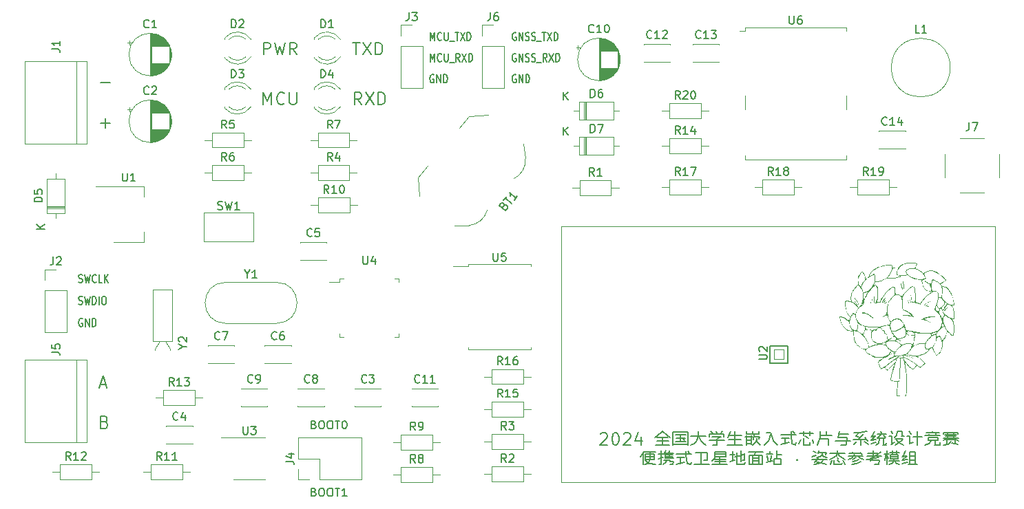
<source format=gbr>
%TF.GenerationSoftware,KiCad,Pcbnew,7.0.10*%
%TF.CreationDate,2024-04-24T14:51:44+08:00*%
%TF.ProjectId,pcb,7063622e-6b69-4636-9164-5f7063625858,rev?*%
%TF.SameCoordinates,Original*%
%TF.FileFunction,Legend,Top*%
%TF.FilePolarity,Positive*%
%FSLAX46Y46*%
G04 Gerber Fmt 4.6, Leading zero omitted, Abs format (unit mm)*
G04 Created by KiCad (PCBNEW 7.0.10) date 2024-04-24 14:51:44*
%MOMM*%
%LPD*%
G01*
G04 APERTURE LIST*
%ADD10C,0.200000*%
%ADD11C,0.100000*%
%ADD12C,0.150000*%
%ADD13C,0.187500*%
%ADD14C,0.120000*%
%ADD15C,0.030000*%
G04 APERTURE END LIST*
D10*
X158750000Y-91650000D02*
X160960000Y-91650000D01*
X160960000Y-93800000D01*
X158750000Y-93800000D01*
X158750000Y-91650000D01*
D11*
X133096000Y-76962000D02*
X186436000Y-76962000D01*
X186436000Y-108458000D01*
X133096000Y-108458000D01*
X133096000Y-76962000D01*
D12*
X73751064Y-86522200D02*
X73865350Y-86569819D01*
X73865350Y-86569819D02*
X74055826Y-86569819D01*
X74055826Y-86569819D02*
X74132017Y-86522200D01*
X74132017Y-86522200D02*
X74170112Y-86474580D01*
X74170112Y-86474580D02*
X74208207Y-86379342D01*
X74208207Y-86379342D02*
X74208207Y-86284104D01*
X74208207Y-86284104D02*
X74170112Y-86188866D01*
X74170112Y-86188866D02*
X74132017Y-86141247D01*
X74132017Y-86141247D02*
X74055826Y-86093628D01*
X74055826Y-86093628D02*
X73903445Y-86046009D01*
X73903445Y-86046009D02*
X73827255Y-85998390D01*
X73827255Y-85998390D02*
X73789160Y-85950771D01*
X73789160Y-85950771D02*
X73751064Y-85855533D01*
X73751064Y-85855533D02*
X73751064Y-85760295D01*
X73751064Y-85760295D02*
X73789160Y-85665057D01*
X73789160Y-85665057D02*
X73827255Y-85617438D01*
X73827255Y-85617438D02*
X73903445Y-85569819D01*
X73903445Y-85569819D02*
X74093922Y-85569819D01*
X74093922Y-85569819D02*
X74208207Y-85617438D01*
X74474874Y-85569819D02*
X74665350Y-86569819D01*
X74665350Y-86569819D02*
X74817731Y-85855533D01*
X74817731Y-85855533D02*
X74970112Y-86569819D01*
X74970112Y-86569819D02*
X75160589Y-85569819D01*
X75465351Y-86569819D02*
X75465351Y-85569819D01*
X75465351Y-85569819D02*
X75655827Y-85569819D01*
X75655827Y-85569819D02*
X75770113Y-85617438D01*
X75770113Y-85617438D02*
X75846303Y-85712676D01*
X75846303Y-85712676D02*
X75884398Y-85807914D01*
X75884398Y-85807914D02*
X75922494Y-85998390D01*
X75922494Y-85998390D02*
X75922494Y-86141247D01*
X75922494Y-86141247D02*
X75884398Y-86331723D01*
X75884398Y-86331723D02*
X75846303Y-86426961D01*
X75846303Y-86426961D02*
X75770113Y-86522200D01*
X75770113Y-86522200D02*
X75655827Y-86569819D01*
X75655827Y-86569819D02*
X75465351Y-86569819D01*
X76265351Y-86569819D02*
X76265351Y-85569819D01*
X76798684Y-85569819D02*
X76951065Y-85569819D01*
X76951065Y-85569819D02*
X77027255Y-85617438D01*
X77027255Y-85617438D02*
X77103446Y-85712676D01*
X77103446Y-85712676D02*
X77141541Y-85903152D01*
X77141541Y-85903152D02*
X77141541Y-86236485D01*
X77141541Y-86236485D02*
X77103446Y-86426961D01*
X77103446Y-86426961D02*
X77027255Y-86522200D01*
X77027255Y-86522200D02*
X76951065Y-86569819D01*
X76951065Y-86569819D02*
X76798684Y-86569819D01*
X76798684Y-86569819D02*
X76722493Y-86522200D01*
X76722493Y-86522200D02*
X76646303Y-86426961D01*
X76646303Y-86426961D02*
X76608207Y-86236485D01*
X76608207Y-86236485D02*
X76608207Y-85903152D01*
X76608207Y-85903152D02*
X76646303Y-85712676D01*
X76646303Y-85712676D02*
X76722493Y-85617438D01*
X76722493Y-85617438D02*
X76798684Y-85569819D01*
X76384398Y-96380057D02*
X77098684Y-96380057D01*
X76241541Y-96808628D02*
X76741541Y-95308628D01*
X76741541Y-95308628D02*
X77241541Y-96808628D01*
X127508207Y-58317438D02*
X127432017Y-58269819D01*
X127432017Y-58269819D02*
X127317731Y-58269819D01*
X127317731Y-58269819D02*
X127203445Y-58317438D01*
X127203445Y-58317438D02*
X127127255Y-58412676D01*
X127127255Y-58412676D02*
X127089160Y-58507914D01*
X127089160Y-58507914D02*
X127051064Y-58698390D01*
X127051064Y-58698390D02*
X127051064Y-58841247D01*
X127051064Y-58841247D02*
X127089160Y-59031723D01*
X127089160Y-59031723D02*
X127127255Y-59126961D01*
X127127255Y-59126961D02*
X127203445Y-59222200D01*
X127203445Y-59222200D02*
X127317731Y-59269819D01*
X127317731Y-59269819D02*
X127393922Y-59269819D01*
X127393922Y-59269819D02*
X127508207Y-59222200D01*
X127508207Y-59222200D02*
X127546303Y-59174580D01*
X127546303Y-59174580D02*
X127546303Y-58841247D01*
X127546303Y-58841247D02*
X127393922Y-58841247D01*
X127889160Y-59269819D02*
X127889160Y-58269819D01*
X127889160Y-58269819D02*
X128346303Y-59269819D01*
X128346303Y-59269819D02*
X128346303Y-58269819D01*
X128727255Y-59269819D02*
X128727255Y-58269819D01*
X128727255Y-58269819D02*
X128917731Y-58269819D01*
X128917731Y-58269819D02*
X129032017Y-58317438D01*
X129032017Y-58317438D02*
X129108207Y-58412676D01*
X129108207Y-58412676D02*
X129146302Y-58507914D01*
X129146302Y-58507914D02*
X129184398Y-58698390D01*
X129184398Y-58698390D02*
X129184398Y-58841247D01*
X129184398Y-58841247D02*
X129146302Y-59031723D01*
X129146302Y-59031723D02*
X129108207Y-59126961D01*
X129108207Y-59126961D02*
X129032017Y-59222200D01*
X129032017Y-59222200D02*
X128917731Y-59269819D01*
X128917731Y-59269819D02*
X128727255Y-59269819D01*
X76455826Y-64237200D02*
X77598684Y-64237200D01*
X77027255Y-64808628D02*
X77027255Y-63665771D01*
X102670112Y-101346009D02*
X102812969Y-101393628D01*
X102812969Y-101393628D02*
X102860588Y-101441247D01*
X102860588Y-101441247D02*
X102908207Y-101536485D01*
X102908207Y-101536485D02*
X102908207Y-101679342D01*
X102908207Y-101679342D02*
X102860588Y-101774580D01*
X102860588Y-101774580D02*
X102812969Y-101822200D01*
X102812969Y-101822200D02*
X102717731Y-101869819D01*
X102717731Y-101869819D02*
X102336779Y-101869819D01*
X102336779Y-101869819D02*
X102336779Y-100869819D01*
X102336779Y-100869819D02*
X102670112Y-100869819D01*
X102670112Y-100869819D02*
X102765350Y-100917438D01*
X102765350Y-100917438D02*
X102812969Y-100965057D01*
X102812969Y-100965057D02*
X102860588Y-101060295D01*
X102860588Y-101060295D02*
X102860588Y-101155533D01*
X102860588Y-101155533D02*
X102812969Y-101250771D01*
X102812969Y-101250771D02*
X102765350Y-101298390D01*
X102765350Y-101298390D02*
X102670112Y-101346009D01*
X102670112Y-101346009D02*
X102336779Y-101346009D01*
X103527255Y-100869819D02*
X103717731Y-100869819D01*
X103717731Y-100869819D02*
X103812969Y-100917438D01*
X103812969Y-100917438D02*
X103908207Y-101012676D01*
X103908207Y-101012676D02*
X103955826Y-101203152D01*
X103955826Y-101203152D02*
X103955826Y-101536485D01*
X103955826Y-101536485D02*
X103908207Y-101726961D01*
X103908207Y-101726961D02*
X103812969Y-101822200D01*
X103812969Y-101822200D02*
X103717731Y-101869819D01*
X103717731Y-101869819D02*
X103527255Y-101869819D01*
X103527255Y-101869819D02*
X103432017Y-101822200D01*
X103432017Y-101822200D02*
X103336779Y-101726961D01*
X103336779Y-101726961D02*
X103289160Y-101536485D01*
X103289160Y-101536485D02*
X103289160Y-101203152D01*
X103289160Y-101203152D02*
X103336779Y-101012676D01*
X103336779Y-101012676D02*
X103432017Y-100917438D01*
X103432017Y-100917438D02*
X103527255Y-100869819D01*
X104574874Y-100869819D02*
X104765350Y-100869819D01*
X104765350Y-100869819D02*
X104860588Y-100917438D01*
X104860588Y-100917438D02*
X104955826Y-101012676D01*
X104955826Y-101012676D02*
X105003445Y-101203152D01*
X105003445Y-101203152D02*
X105003445Y-101536485D01*
X105003445Y-101536485D02*
X104955826Y-101726961D01*
X104955826Y-101726961D02*
X104860588Y-101822200D01*
X104860588Y-101822200D02*
X104765350Y-101869819D01*
X104765350Y-101869819D02*
X104574874Y-101869819D01*
X104574874Y-101869819D02*
X104479636Y-101822200D01*
X104479636Y-101822200D02*
X104384398Y-101726961D01*
X104384398Y-101726961D02*
X104336779Y-101536485D01*
X104336779Y-101536485D02*
X104336779Y-101203152D01*
X104336779Y-101203152D02*
X104384398Y-101012676D01*
X104384398Y-101012676D02*
X104479636Y-100917438D01*
X104479636Y-100917438D02*
X104574874Y-100869819D01*
X105289160Y-100869819D02*
X105860588Y-100869819D01*
X105574874Y-101869819D02*
X105574874Y-100869819D01*
X106384398Y-100869819D02*
X106479636Y-100869819D01*
X106479636Y-100869819D02*
X106574874Y-100917438D01*
X106574874Y-100917438D02*
X106622493Y-100965057D01*
X106622493Y-100965057D02*
X106670112Y-101060295D01*
X106670112Y-101060295D02*
X106717731Y-101250771D01*
X106717731Y-101250771D02*
X106717731Y-101488866D01*
X106717731Y-101488866D02*
X106670112Y-101679342D01*
X106670112Y-101679342D02*
X106622493Y-101774580D01*
X106622493Y-101774580D02*
X106574874Y-101822200D01*
X106574874Y-101822200D02*
X106479636Y-101869819D01*
X106479636Y-101869819D02*
X106384398Y-101869819D01*
X106384398Y-101869819D02*
X106289160Y-101822200D01*
X106289160Y-101822200D02*
X106241541Y-101774580D01*
X106241541Y-101774580D02*
X106193922Y-101679342D01*
X106193922Y-101679342D02*
X106146303Y-101488866D01*
X106146303Y-101488866D02*
X106146303Y-101250771D01*
X106146303Y-101250771D02*
X106193922Y-101060295D01*
X106193922Y-101060295D02*
X106241541Y-100965057D01*
X106241541Y-100965057D02*
X106289160Y-100917438D01*
X106289160Y-100917438D02*
X106384398Y-100869819D01*
X74208207Y-88317438D02*
X74132017Y-88269819D01*
X74132017Y-88269819D02*
X74017731Y-88269819D01*
X74017731Y-88269819D02*
X73903445Y-88317438D01*
X73903445Y-88317438D02*
X73827255Y-88412676D01*
X73827255Y-88412676D02*
X73789160Y-88507914D01*
X73789160Y-88507914D02*
X73751064Y-88698390D01*
X73751064Y-88698390D02*
X73751064Y-88841247D01*
X73751064Y-88841247D02*
X73789160Y-89031723D01*
X73789160Y-89031723D02*
X73827255Y-89126961D01*
X73827255Y-89126961D02*
X73903445Y-89222200D01*
X73903445Y-89222200D02*
X74017731Y-89269819D01*
X74017731Y-89269819D02*
X74093922Y-89269819D01*
X74093922Y-89269819D02*
X74208207Y-89222200D01*
X74208207Y-89222200D02*
X74246303Y-89174580D01*
X74246303Y-89174580D02*
X74246303Y-88841247D01*
X74246303Y-88841247D02*
X74093922Y-88841247D01*
X74589160Y-89269819D02*
X74589160Y-88269819D01*
X74589160Y-88269819D02*
X75046303Y-89269819D01*
X75046303Y-89269819D02*
X75046303Y-88269819D01*
X75427255Y-89269819D02*
X75427255Y-88269819D01*
X75427255Y-88269819D02*
X75617731Y-88269819D01*
X75617731Y-88269819D02*
X75732017Y-88317438D01*
X75732017Y-88317438D02*
X75808207Y-88412676D01*
X75808207Y-88412676D02*
X75846302Y-88507914D01*
X75846302Y-88507914D02*
X75884398Y-88698390D01*
X75884398Y-88698390D02*
X75884398Y-88841247D01*
X75884398Y-88841247D02*
X75846302Y-89031723D01*
X75846302Y-89031723D02*
X75808207Y-89126961D01*
X75808207Y-89126961D02*
X75732017Y-89222200D01*
X75732017Y-89222200D02*
X75617731Y-89269819D01*
X75617731Y-89269819D02*
X75427255Y-89269819D01*
D13*
X96465497Y-61956678D02*
X96465497Y-60456678D01*
X96465497Y-60456678D02*
X96965497Y-61528107D01*
X96965497Y-61528107D02*
X97465497Y-60456678D01*
X97465497Y-60456678D02*
X97465497Y-61956678D01*
X99036926Y-61813821D02*
X98965498Y-61885250D01*
X98965498Y-61885250D02*
X98751212Y-61956678D01*
X98751212Y-61956678D02*
X98608355Y-61956678D01*
X98608355Y-61956678D02*
X98394069Y-61885250D01*
X98394069Y-61885250D02*
X98251212Y-61742392D01*
X98251212Y-61742392D02*
X98179783Y-61599535D01*
X98179783Y-61599535D02*
X98108355Y-61313821D01*
X98108355Y-61313821D02*
X98108355Y-61099535D01*
X98108355Y-61099535D02*
X98179783Y-60813821D01*
X98179783Y-60813821D02*
X98251212Y-60670964D01*
X98251212Y-60670964D02*
X98394069Y-60528107D01*
X98394069Y-60528107D02*
X98608355Y-60456678D01*
X98608355Y-60456678D02*
X98751212Y-60456678D01*
X98751212Y-60456678D02*
X98965498Y-60528107D01*
X98965498Y-60528107D02*
X99036926Y-60599535D01*
X99679783Y-60456678D02*
X99679783Y-61670964D01*
X99679783Y-61670964D02*
X99751212Y-61813821D01*
X99751212Y-61813821D02*
X99822641Y-61885250D01*
X99822641Y-61885250D02*
X99965498Y-61956678D01*
X99965498Y-61956678D02*
X100251212Y-61956678D01*
X100251212Y-61956678D02*
X100394069Y-61885250D01*
X100394069Y-61885250D02*
X100465498Y-61813821D01*
X100465498Y-61813821D02*
X100536926Y-61670964D01*
X100536926Y-61670964D02*
X100536926Y-60456678D01*
D12*
X127508207Y-53117438D02*
X127432017Y-53069819D01*
X127432017Y-53069819D02*
X127317731Y-53069819D01*
X127317731Y-53069819D02*
X127203445Y-53117438D01*
X127203445Y-53117438D02*
X127127255Y-53212676D01*
X127127255Y-53212676D02*
X127089160Y-53307914D01*
X127089160Y-53307914D02*
X127051064Y-53498390D01*
X127051064Y-53498390D02*
X127051064Y-53641247D01*
X127051064Y-53641247D02*
X127089160Y-53831723D01*
X127089160Y-53831723D02*
X127127255Y-53926961D01*
X127127255Y-53926961D02*
X127203445Y-54022200D01*
X127203445Y-54022200D02*
X127317731Y-54069819D01*
X127317731Y-54069819D02*
X127393922Y-54069819D01*
X127393922Y-54069819D02*
X127508207Y-54022200D01*
X127508207Y-54022200D02*
X127546303Y-53974580D01*
X127546303Y-53974580D02*
X127546303Y-53641247D01*
X127546303Y-53641247D02*
X127393922Y-53641247D01*
X127889160Y-54069819D02*
X127889160Y-53069819D01*
X127889160Y-53069819D02*
X128346303Y-54069819D01*
X128346303Y-54069819D02*
X128346303Y-53069819D01*
X128689159Y-54022200D02*
X128803445Y-54069819D01*
X128803445Y-54069819D02*
X128993921Y-54069819D01*
X128993921Y-54069819D02*
X129070112Y-54022200D01*
X129070112Y-54022200D02*
X129108207Y-53974580D01*
X129108207Y-53974580D02*
X129146302Y-53879342D01*
X129146302Y-53879342D02*
X129146302Y-53784104D01*
X129146302Y-53784104D02*
X129108207Y-53688866D01*
X129108207Y-53688866D02*
X129070112Y-53641247D01*
X129070112Y-53641247D02*
X128993921Y-53593628D01*
X128993921Y-53593628D02*
X128841540Y-53546009D01*
X128841540Y-53546009D02*
X128765350Y-53498390D01*
X128765350Y-53498390D02*
X128727255Y-53450771D01*
X128727255Y-53450771D02*
X128689159Y-53355533D01*
X128689159Y-53355533D02*
X128689159Y-53260295D01*
X128689159Y-53260295D02*
X128727255Y-53165057D01*
X128727255Y-53165057D02*
X128765350Y-53117438D01*
X128765350Y-53117438D02*
X128841540Y-53069819D01*
X128841540Y-53069819D02*
X129032017Y-53069819D01*
X129032017Y-53069819D02*
X129146302Y-53117438D01*
X129451064Y-54022200D02*
X129565350Y-54069819D01*
X129565350Y-54069819D02*
X129755826Y-54069819D01*
X129755826Y-54069819D02*
X129832017Y-54022200D01*
X129832017Y-54022200D02*
X129870112Y-53974580D01*
X129870112Y-53974580D02*
X129908207Y-53879342D01*
X129908207Y-53879342D02*
X129908207Y-53784104D01*
X129908207Y-53784104D02*
X129870112Y-53688866D01*
X129870112Y-53688866D02*
X129832017Y-53641247D01*
X129832017Y-53641247D02*
X129755826Y-53593628D01*
X129755826Y-53593628D02*
X129603445Y-53546009D01*
X129603445Y-53546009D02*
X129527255Y-53498390D01*
X129527255Y-53498390D02*
X129489160Y-53450771D01*
X129489160Y-53450771D02*
X129451064Y-53355533D01*
X129451064Y-53355533D02*
X129451064Y-53260295D01*
X129451064Y-53260295D02*
X129489160Y-53165057D01*
X129489160Y-53165057D02*
X129527255Y-53117438D01*
X129527255Y-53117438D02*
X129603445Y-53069819D01*
X129603445Y-53069819D02*
X129793922Y-53069819D01*
X129793922Y-53069819D02*
X129908207Y-53117438D01*
X130060589Y-54165057D02*
X130670112Y-54165057D01*
X130746303Y-53069819D02*
X131203446Y-53069819D01*
X130974874Y-54069819D02*
X130974874Y-53069819D01*
X131393922Y-53069819D02*
X131927256Y-54069819D01*
X131927256Y-53069819D02*
X131393922Y-54069819D01*
X132232018Y-54069819D02*
X132232018Y-53069819D01*
X132232018Y-53069819D02*
X132422494Y-53069819D01*
X132422494Y-53069819D02*
X132536780Y-53117438D01*
X132536780Y-53117438D02*
X132612970Y-53212676D01*
X132612970Y-53212676D02*
X132651065Y-53307914D01*
X132651065Y-53307914D02*
X132689161Y-53498390D01*
X132689161Y-53498390D02*
X132689161Y-53641247D01*
X132689161Y-53641247D02*
X132651065Y-53831723D01*
X132651065Y-53831723D02*
X132612970Y-53926961D01*
X132612970Y-53926961D02*
X132536780Y-54022200D01*
X132536780Y-54022200D02*
X132422494Y-54069819D01*
X132422494Y-54069819D02*
X132232018Y-54069819D01*
X117408207Y-58317438D02*
X117332017Y-58269819D01*
X117332017Y-58269819D02*
X117217731Y-58269819D01*
X117217731Y-58269819D02*
X117103445Y-58317438D01*
X117103445Y-58317438D02*
X117027255Y-58412676D01*
X117027255Y-58412676D02*
X116989160Y-58507914D01*
X116989160Y-58507914D02*
X116951064Y-58698390D01*
X116951064Y-58698390D02*
X116951064Y-58841247D01*
X116951064Y-58841247D02*
X116989160Y-59031723D01*
X116989160Y-59031723D02*
X117027255Y-59126961D01*
X117027255Y-59126961D02*
X117103445Y-59222200D01*
X117103445Y-59222200D02*
X117217731Y-59269819D01*
X117217731Y-59269819D02*
X117293922Y-59269819D01*
X117293922Y-59269819D02*
X117408207Y-59222200D01*
X117408207Y-59222200D02*
X117446303Y-59174580D01*
X117446303Y-59174580D02*
X117446303Y-58841247D01*
X117446303Y-58841247D02*
X117293922Y-58841247D01*
X117789160Y-59269819D02*
X117789160Y-58269819D01*
X117789160Y-58269819D02*
X118246303Y-59269819D01*
X118246303Y-59269819D02*
X118246303Y-58269819D01*
X118627255Y-59269819D02*
X118627255Y-58269819D01*
X118627255Y-58269819D02*
X118817731Y-58269819D01*
X118817731Y-58269819D02*
X118932017Y-58317438D01*
X118932017Y-58317438D02*
X119008207Y-58412676D01*
X119008207Y-58412676D02*
X119046302Y-58507914D01*
X119046302Y-58507914D02*
X119084398Y-58698390D01*
X119084398Y-58698390D02*
X119084398Y-58841247D01*
X119084398Y-58841247D02*
X119046302Y-59031723D01*
X119046302Y-59031723D02*
X119008207Y-59126961D01*
X119008207Y-59126961D02*
X118932017Y-59222200D01*
X118932017Y-59222200D02*
X118817731Y-59269819D01*
X118817731Y-59269819D02*
X118627255Y-59269819D01*
X116989160Y-56669819D02*
X116989160Y-55669819D01*
X116989160Y-55669819D02*
X117255826Y-56384104D01*
X117255826Y-56384104D02*
X117522493Y-55669819D01*
X117522493Y-55669819D02*
X117522493Y-56669819D01*
X118360589Y-56574580D02*
X118322493Y-56622200D01*
X118322493Y-56622200D02*
X118208208Y-56669819D01*
X118208208Y-56669819D02*
X118132017Y-56669819D01*
X118132017Y-56669819D02*
X118017731Y-56622200D01*
X118017731Y-56622200D02*
X117941541Y-56526961D01*
X117941541Y-56526961D02*
X117903446Y-56431723D01*
X117903446Y-56431723D02*
X117865350Y-56241247D01*
X117865350Y-56241247D02*
X117865350Y-56098390D01*
X117865350Y-56098390D02*
X117903446Y-55907914D01*
X117903446Y-55907914D02*
X117941541Y-55812676D01*
X117941541Y-55812676D02*
X118017731Y-55717438D01*
X118017731Y-55717438D02*
X118132017Y-55669819D01*
X118132017Y-55669819D02*
X118208208Y-55669819D01*
X118208208Y-55669819D02*
X118322493Y-55717438D01*
X118322493Y-55717438D02*
X118360589Y-55765057D01*
X118703446Y-55669819D02*
X118703446Y-56479342D01*
X118703446Y-56479342D02*
X118741541Y-56574580D01*
X118741541Y-56574580D02*
X118779636Y-56622200D01*
X118779636Y-56622200D02*
X118855827Y-56669819D01*
X118855827Y-56669819D02*
X119008208Y-56669819D01*
X119008208Y-56669819D02*
X119084398Y-56622200D01*
X119084398Y-56622200D02*
X119122493Y-56574580D01*
X119122493Y-56574580D02*
X119160589Y-56479342D01*
X119160589Y-56479342D02*
X119160589Y-55669819D01*
X119351065Y-56765057D02*
X119960588Y-56765057D01*
X120608208Y-56669819D02*
X120341541Y-56193628D01*
X120151065Y-56669819D02*
X120151065Y-55669819D01*
X120151065Y-55669819D02*
X120455827Y-55669819D01*
X120455827Y-55669819D02*
X120532017Y-55717438D01*
X120532017Y-55717438D02*
X120570112Y-55765057D01*
X120570112Y-55765057D02*
X120608208Y-55860295D01*
X120608208Y-55860295D02*
X120608208Y-56003152D01*
X120608208Y-56003152D02*
X120570112Y-56098390D01*
X120570112Y-56098390D02*
X120532017Y-56146009D01*
X120532017Y-56146009D02*
X120455827Y-56193628D01*
X120455827Y-56193628D02*
X120151065Y-56193628D01*
X120874874Y-55669819D02*
X121408208Y-56669819D01*
X121408208Y-55669819D02*
X120874874Y-56669819D01*
X121712970Y-56669819D02*
X121712970Y-55669819D01*
X121712970Y-55669819D02*
X121903446Y-55669819D01*
X121903446Y-55669819D02*
X122017732Y-55717438D01*
X122017732Y-55717438D02*
X122093922Y-55812676D01*
X122093922Y-55812676D02*
X122132017Y-55907914D01*
X122132017Y-55907914D02*
X122170113Y-56098390D01*
X122170113Y-56098390D02*
X122170113Y-56241247D01*
X122170113Y-56241247D02*
X122132017Y-56431723D01*
X122132017Y-56431723D02*
X122093922Y-56526961D01*
X122093922Y-56526961D02*
X122017732Y-56622200D01*
X122017732Y-56622200D02*
X121903446Y-56669819D01*
X121903446Y-56669819D02*
X121712970Y-56669819D01*
D13*
X96480497Y-55806678D02*
X96480497Y-54306678D01*
X96480497Y-54306678D02*
X97051926Y-54306678D01*
X97051926Y-54306678D02*
X97194783Y-54378107D01*
X97194783Y-54378107D02*
X97266212Y-54449535D01*
X97266212Y-54449535D02*
X97337640Y-54592392D01*
X97337640Y-54592392D02*
X97337640Y-54806678D01*
X97337640Y-54806678D02*
X97266212Y-54949535D01*
X97266212Y-54949535D02*
X97194783Y-55020964D01*
X97194783Y-55020964D02*
X97051926Y-55092392D01*
X97051926Y-55092392D02*
X96480497Y-55092392D01*
X97837640Y-54306678D02*
X98194783Y-55806678D01*
X98194783Y-55806678D02*
X98480497Y-54735250D01*
X98480497Y-54735250D02*
X98766212Y-55806678D01*
X98766212Y-55806678D02*
X99123355Y-54306678D01*
X100551926Y-55806678D02*
X100051926Y-55092392D01*
X99694783Y-55806678D02*
X99694783Y-54306678D01*
X99694783Y-54306678D02*
X100266212Y-54306678D01*
X100266212Y-54306678D02*
X100409069Y-54378107D01*
X100409069Y-54378107D02*
X100480498Y-54449535D01*
X100480498Y-54449535D02*
X100551926Y-54592392D01*
X100551926Y-54592392D02*
X100551926Y-54806678D01*
X100551926Y-54806678D02*
X100480498Y-54949535D01*
X100480498Y-54949535D02*
X100409069Y-55020964D01*
X100409069Y-55020964D02*
X100266212Y-55092392D01*
X100266212Y-55092392D02*
X99694783Y-55092392D01*
D12*
X127508207Y-55717438D02*
X127432017Y-55669819D01*
X127432017Y-55669819D02*
X127317731Y-55669819D01*
X127317731Y-55669819D02*
X127203445Y-55717438D01*
X127203445Y-55717438D02*
X127127255Y-55812676D01*
X127127255Y-55812676D02*
X127089160Y-55907914D01*
X127089160Y-55907914D02*
X127051064Y-56098390D01*
X127051064Y-56098390D02*
X127051064Y-56241247D01*
X127051064Y-56241247D02*
X127089160Y-56431723D01*
X127089160Y-56431723D02*
X127127255Y-56526961D01*
X127127255Y-56526961D02*
X127203445Y-56622200D01*
X127203445Y-56622200D02*
X127317731Y-56669819D01*
X127317731Y-56669819D02*
X127393922Y-56669819D01*
X127393922Y-56669819D02*
X127508207Y-56622200D01*
X127508207Y-56622200D02*
X127546303Y-56574580D01*
X127546303Y-56574580D02*
X127546303Y-56241247D01*
X127546303Y-56241247D02*
X127393922Y-56241247D01*
X127889160Y-56669819D02*
X127889160Y-55669819D01*
X127889160Y-55669819D02*
X128346303Y-56669819D01*
X128346303Y-56669819D02*
X128346303Y-55669819D01*
X128689159Y-56622200D02*
X128803445Y-56669819D01*
X128803445Y-56669819D02*
X128993921Y-56669819D01*
X128993921Y-56669819D02*
X129070112Y-56622200D01*
X129070112Y-56622200D02*
X129108207Y-56574580D01*
X129108207Y-56574580D02*
X129146302Y-56479342D01*
X129146302Y-56479342D02*
X129146302Y-56384104D01*
X129146302Y-56384104D02*
X129108207Y-56288866D01*
X129108207Y-56288866D02*
X129070112Y-56241247D01*
X129070112Y-56241247D02*
X128993921Y-56193628D01*
X128993921Y-56193628D02*
X128841540Y-56146009D01*
X128841540Y-56146009D02*
X128765350Y-56098390D01*
X128765350Y-56098390D02*
X128727255Y-56050771D01*
X128727255Y-56050771D02*
X128689159Y-55955533D01*
X128689159Y-55955533D02*
X128689159Y-55860295D01*
X128689159Y-55860295D02*
X128727255Y-55765057D01*
X128727255Y-55765057D02*
X128765350Y-55717438D01*
X128765350Y-55717438D02*
X128841540Y-55669819D01*
X128841540Y-55669819D02*
X129032017Y-55669819D01*
X129032017Y-55669819D02*
X129146302Y-55717438D01*
X129451064Y-56622200D02*
X129565350Y-56669819D01*
X129565350Y-56669819D02*
X129755826Y-56669819D01*
X129755826Y-56669819D02*
X129832017Y-56622200D01*
X129832017Y-56622200D02*
X129870112Y-56574580D01*
X129870112Y-56574580D02*
X129908207Y-56479342D01*
X129908207Y-56479342D02*
X129908207Y-56384104D01*
X129908207Y-56384104D02*
X129870112Y-56288866D01*
X129870112Y-56288866D02*
X129832017Y-56241247D01*
X129832017Y-56241247D02*
X129755826Y-56193628D01*
X129755826Y-56193628D02*
X129603445Y-56146009D01*
X129603445Y-56146009D02*
X129527255Y-56098390D01*
X129527255Y-56098390D02*
X129489160Y-56050771D01*
X129489160Y-56050771D02*
X129451064Y-55955533D01*
X129451064Y-55955533D02*
X129451064Y-55860295D01*
X129451064Y-55860295D02*
X129489160Y-55765057D01*
X129489160Y-55765057D02*
X129527255Y-55717438D01*
X129527255Y-55717438D02*
X129603445Y-55669819D01*
X129603445Y-55669819D02*
X129793922Y-55669819D01*
X129793922Y-55669819D02*
X129908207Y-55717438D01*
X130060589Y-56765057D02*
X130670112Y-56765057D01*
X131317732Y-56669819D02*
X131051065Y-56193628D01*
X130860589Y-56669819D02*
X130860589Y-55669819D01*
X130860589Y-55669819D02*
X131165351Y-55669819D01*
X131165351Y-55669819D02*
X131241541Y-55717438D01*
X131241541Y-55717438D02*
X131279636Y-55765057D01*
X131279636Y-55765057D02*
X131317732Y-55860295D01*
X131317732Y-55860295D02*
X131317732Y-56003152D01*
X131317732Y-56003152D02*
X131279636Y-56098390D01*
X131279636Y-56098390D02*
X131241541Y-56146009D01*
X131241541Y-56146009D02*
X131165351Y-56193628D01*
X131165351Y-56193628D02*
X130860589Y-56193628D01*
X131584398Y-55669819D02*
X132117732Y-56669819D01*
X132117732Y-55669819D02*
X131584398Y-56669819D01*
X132422494Y-56669819D02*
X132422494Y-55669819D01*
X132422494Y-55669819D02*
X132612970Y-55669819D01*
X132612970Y-55669819D02*
X132727256Y-55717438D01*
X132727256Y-55717438D02*
X132803446Y-55812676D01*
X132803446Y-55812676D02*
X132841541Y-55907914D01*
X132841541Y-55907914D02*
X132879637Y-56098390D01*
X132879637Y-56098390D02*
X132879637Y-56241247D01*
X132879637Y-56241247D02*
X132841541Y-56431723D01*
X132841541Y-56431723D02*
X132803446Y-56526961D01*
X132803446Y-56526961D02*
X132727256Y-56622200D01*
X132727256Y-56622200D02*
X132612970Y-56669819D01*
X132612970Y-56669819D02*
X132422494Y-56669819D01*
X73751064Y-83822200D02*
X73865350Y-83869819D01*
X73865350Y-83869819D02*
X74055826Y-83869819D01*
X74055826Y-83869819D02*
X74132017Y-83822200D01*
X74132017Y-83822200D02*
X74170112Y-83774580D01*
X74170112Y-83774580D02*
X74208207Y-83679342D01*
X74208207Y-83679342D02*
X74208207Y-83584104D01*
X74208207Y-83584104D02*
X74170112Y-83488866D01*
X74170112Y-83488866D02*
X74132017Y-83441247D01*
X74132017Y-83441247D02*
X74055826Y-83393628D01*
X74055826Y-83393628D02*
X73903445Y-83346009D01*
X73903445Y-83346009D02*
X73827255Y-83298390D01*
X73827255Y-83298390D02*
X73789160Y-83250771D01*
X73789160Y-83250771D02*
X73751064Y-83155533D01*
X73751064Y-83155533D02*
X73751064Y-83060295D01*
X73751064Y-83060295D02*
X73789160Y-82965057D01*
X73789160Y-82965057D02*
X73827255Y-82917438D01*
X73827255Y-82917438D02*
X73903445Y-82869819D01*
X73903445Y-82869819D02*
X74093922Y-82869819D01*
X74093922Y-82869819D02*
X74208207Y-82917438D01*
X74474874Y-82869819D02*
X74665350Y-83869819D01*
X74665350Y-83869819D02*
X74817731Y-83155533D01*
X74817731Y-83155533D02*
X74970112Y-83869819D01*
X74970112Y-83869819D02*
X75160589Y-82869819D01*
X75922494Y-83774580D02*
X75884398Y-83822200D01*
X75884398Y-83822200D02*
X75770113Y-83869819D01*
X75770113Y-83869819D02*
X75693922Y-83869819D01*
X75693922Y-83869819D02*
X75579636Y-83822200D01*
X75579636Y-83822200D02*
X75503446Y-83726961D01*
X75503446Y-83726961D02*
X75465351Y-83631723D01*
X75465351Y-83631723D02*
X75427255Y-83441247D01*
X75427255Y-83441247D02*
X75427255Y-83298390D01*
X75427255Y-83298390D02*
X75465351Y-83107914D01*
X75465351Y-83107914D02*
X75503446Y-83012676D01*
X75503446Y-83012676D02*
X75579636Y-82917438D01*
X75579636Y-82917438D02*
X75693922Y-82869819D01*
X75693922Y-82869819D02*
X75770113Y-82869819D01*
X75770113Y-82869819D02*
X75884398Y-82917438D01*
X75884398Y-82917438D02*
X75922494Y-82965057D01*
X76646303Y-83869819D02*
X76265351Y-83869819D01*
X76265351Y-83869819D02*
X76265351Y-82869819D01*
X76912970Y-83869819D02*
X76912970Y-82869819D01*
X77370113Y-83869819D02*
X77027255Y-83298390D01*
X77370113Y-82869819D02*
X76912970Y-83441247D01*
X76455826Y-59237200D02*
X77598684Y-59237200D01*
X102670112Y-109646009D02*
X102812969Y-109693628D01*
X102812969Y-109693628D02*
X102860588Y-109741247D01*
X102860588Y-109741247D02*
X102908207Y-109836485D01*
X102908207Y-109836485D02*
X102908207Y-109979342D01*
X102908207Y-109979342D02*
X102860588Y-110074580D01*
X102860588Y-110074580D02*
X102812969Y-110122200D01*
X102812969Y-110122200D02*
X102717731Y-110169819D01*
X102717731Y-110169819D02*
X102336779Y-110169819D01*
X102336779Y-110169819D02*
X102336779Y-109169819D01*
X102336779Y-109169819D02*
X102670112Y-109169819D01*
X102670112Y-109169819D02*
X102765350Y-109217438D01*
X102765350Y-109217438D02*
X102812969Y-109265057D01*
X102812969Y-109265057D02*
X102860588Y-109360295D01*
X102860588Y-109360295D02*
X102860588Y-109455533D01*
X102860588Y-109455533D02*
X102812969Y-109550771D01*
X102812969Y-109550771D02*
X102765350Y-109598390D01*
X102765350Y-109598390D02*
X102670112Y-109646009D01*
X102670112Y-109646009D02*
X102336779Y-109646009D01*
X103527255Y-109169819D02*
X103717731Y-109169819D01*
X103717731Y-109169819D02*
X103812969Y-109217438D01*
X103812969Y-109217438D02*
X103908207Y-109312676D01*
X103908207Y-109312676D02*
X103955826Y-109503152D01*
X103955826Y-109503152D02*
X103955826Y-109836485D01*
X103955826Y-109836485D02*
X103908207Y-110026961D01*
X103908207Y-110026961D02*
X103812969Y-110122200D01*
X103812969Y-110122200D02*
X103717731Y-110169819D01*
X103717731Y-110169819D02*
X103527255Y-110169819D01*
X103527255Y-110169819D02*
X103432017Y-110122200D01*
X103432017Y-110122200D02*
X103336779Y-110026961D01*
X103336779Y-110026961D02*
X103289160Y-109836485D01*
X103289160Y-109836485D02*
X103289160Y-109503152D01*
X103289160Y-109503152D02*
X103336779Y-109312676D01*
X103336779Y-109312676D02*
X103432017Y-109217438D01*
X103432017Y-109217438D02*
X103527255Y-109169819D01*
X104574874Y-109169819D02*
X104765350Y-109169819D01*
X104765350Y-109169819D02*
X104860588Y-109217438D01*
X104860588Y-109217438D02*
X104955826Y-109312676D01*
X104955826Y-109312676D02*
X105003445Y-109503152D01*
X105003445Y-109503152D02*
X105003445Y-109836485D01*
X105003445Y-109836485D02*
X104955826Y-110026961D01*
X104955826Y-110026961D02*
X104860588Y-110122200D01*
X104860588Y-110122200D02*
X104765350Y-110169819D01*
X104765350Y-110169819D02*
X104574874Y-110169819D01*
X104574874Y-110169819D02*
X104479636Y-110122200D01*
X104479636Y-110122200D02*
X104384398Y-110026961D01*
X104384398Y-110026961D02*
X104336779Y-109836485D01*
X104336779Y-109836485D02*
X104336779Y-109503152D01*
X104336779Y-109503152D02*
X104384398Y-109312676D01*
X104384398Y-109312676D02*
X104479636Y-109217438D01*
X104479636Y-109217438D02*
X104574874Y-109169819D01*
X105289160Y-109169819D02*
X105860588Y-109169819D01*
X105574874Y-110169819D02*
X105574874Y-109169819D01*
X106717731Y-110169819D02*
X106146303Y-110169819D01*
X106432017Y-110169819D02*
X106432017Y-109169819D01*
X106432017Y-109169819D02*
X106336779Y-109312676D01*
X106336779Y-109312676D02*
X106241541Y-109407914D01*
X106241541Y-109407914D02*
X106146303Y-109455533D01*
D13*
X108522640Y-61956678D02*
X108022640Y-61242392D01*
X107665497Y-61956678D02*
X107665497Y-60456678D01*
X107665497Y-60456678D02*
X108236926Y-60456678D01*
X108236926Y-60456678D02*
X108379783Y-60528107D01*
X108379783Y-60528107D02*
X108451212Y-60599535D01*
X108451212Y-60599535D02*
X108522640Y-60742392D01*
X108522640Y-60742392D02*
X108522640Y-60956678D01*
X108522640Y-60956678D02*
X108451212Y-61099535D01*
X108451212Y-61099535D02*
X108379783Y-61170964D01*
X108379783Y-61170964D02*
X108236926Y-61242392D01*
X108236926Y-61242392D02*
X107665497Y-61242392D01*
X109022640Y-60456678D02*
X110022640Y-61956678D01*
X110022640Y-60456678D02*
X109022640Y-61956678D01*
X110594068Y-61956678D02*
X110594068Y-60456678D01*
X110594068Y-60456678D02*
X110951211Y-60456678D01*
X110951211Y-60456678D02*
X111165497Y-60528107D01*
X111165497Y-60528107D02*
X111308354Y-60670964D01*
X111308354Y-60670964D02*
X111379783Y-60813821D01*
X111379783Y-60813821D02*
X111451211Y-61099535D01*
X111451211Y-61099535D02*
X111451211Y-61313821D01*
X111451211Y-61313821D02*
X111379783Y-61599535D01*
X111379783Y-61599535D02*
X111308354Y-61742392D01*
X111308354Y-61742392D02*
X111165497Y-61885250D01*
X111165497Y-61885250D02*
X110951211Y-61956678D01*
X110951211Y-61956678D02*
X110594068Y-61956678D01*
X137895713Y-102494535D02*
X137967141Y-102423107D01*
X137967141Y-102423107D02*
X138109999Y-102351678D01*
X138109999Y-102351678D02*
X138467141Y-102351678D01*
X138467141Y-102351678D02*
X138609999Y-102423107D01*
X138609999Y-102423107D02*
X138681427Y-102494535D01*
X138681427Y-102494535D02*
X138752856Y-102637392D01*
X138752856Y-102637392D02*
X138752856Y-102780250D01*
X138752856Y-102780250D02*
X138681427Y-102994535D01*
X138681427Y-102994535D02*
X137824284Y-103851678D01*
X137824284Y-103851678D02*
X138752856Y-103851678D01*
X139681427Y-102351678D02*
X139824284Y-102351678D01*
X139824284Y-102351678D02*
X139967141Y-102423107D01*
X139967141Y-102423107D02*
X140038570Y-102494535D01*
X140038570Y-102494535D02*
X140109998Y-102637392D01*
X140109998Y-102637392D02*
X140181427Y-102923107D01*
X140181427Y-102923107D02*
X140181427Y-103280250D01*
X140181427Y-103280250D02*
X140109998Y-103565964D01*
X140109998Y-103565964D02*
X140038570Y-103708821D01*
X140038570Y-103708821D02*
X139967141Y-103780250D01*
X139967141Y-103780250D02*
X139824284Y-103851678D01*
X139824284Y-103851678D02*
X139681427Y-103851678D01*
X139681427Y-103851678D02*
X139538570Y-103780250D01*
X139538570Y-103780250D02*
X139467141Y-103708821D01*
X139467141Y-103708821D02*
X139395712Y-103565964D01*
X139395712Y-103565964D02*
X139324284Y-103280250D01*
X139324284Y-103280250D02*
X139324284Y-102923107D01*
X139324284Y-102923107D02*
X139395712Y-102637392D01*
X139395712Y-102637392D02*
X139467141Y-102494535D01*
X139467141Y-102494535D02*
X139538570Y-102423107D01*
X139538570Y-102423107D02*
X139681427Y-102351678D01*
X140752855Y-102494535D02*
X140824283Y-102423107D01*
X140824283Y-102423107D02*
X140967141Y-102351678D01*
X140967141Y-102351678D02*
X141324283Y-102351678D01*
X141324283Y-102351678D02*
X141467141Y-102423107D01*
X141467141Y-102423107D02*
X141538569Y-102494535D01*
X141538569Y-102494535D02*
X141609998Y-102637392D01*
X141609998Y-102637392D02*
X141609998Y-102780250D01*
X141609998Y-102780250D02*
X141538569Y-102994535D01*
X141538569Y-102994535D02*
X140681426Y-103851678D01*
X140681426Y-103851678D02*
X141609998Y-103851678D01*
X142895712Y-102851678D02*
X142895712Y-103851678D01*
X142538569Y-102280250D02*
X142181426Y-103351678D01*
X142181426Y-103351678D02*
X143109997Y-103351678D01*
X144895711Y-102923107D02*
X146181425Y-102923107D01*
X144824282Y-103351678D02*
X146252854Y-103351678D01*
X144681425Y-103851678D02*
X146395711Y-103851678D01*
X145538568Y-102923107D02*
X145538568Y-103851678D01*
X144895711Y-102780250D02*
X144609997Y-102923107D01*
X145538568Y-102137392D02*
X144895711Y-102780250D01*
X145538568Y-102137392D02*
X146109997Y-102708821D01*
X146109997Y-102708821D02*
X146467140Y-102923107D01*
X147181426Y-102565964D02*
X148395711Y-102565964D01*
X147252854Y-102994535D02*
X148324283Y-102994535D01*
X147109997Y-103423107D02*
X148395711Y-103423107D01*
X146824283Y-103780250D02*
X148681426Y-103780250D01*
X146824283Y-102280250D02*
X146824283Y-103851678D01*
X147752854Y-102565964D02*
X147752854Y-103423107D01*
X146824283Y-102280250D02*
X148681426Y-102280250D01*
X148681426Y-102280250D02*
X148681426Y-103851678D01*
X148038568Y-103137392D02*
X148252854Y-103280250D01*
X149038569Y-102780250D02*
X150895712Y-102780250D01*
X149967140Y-102137392D02*
X149967140Y-102708821D01*
X149967140Y-102708821D02*
X150252854Y-103351678D01*
X150252854Y-103351678D02*
X150609997Y-103708821D01*
X150609997Y-103708821D02*
X150895712Y-103851678D01*
X149895712Y-102851678D02*
X149681426Y-103423107D01*
X149681426Y-103423107D02*
X149395712Y-103708821D01*
X149395712Y-103708821D02*
X149038569Y-103851678D01*
X149967140Y-102280250D02*
X149824283Y-103137392D01*
X151252855Y-103280250D02*
X153109998Y-103280250D01*
X151752855Y-103851678D02*
X152181426Y-103851678D01*
X151324283Y-102494535D02*
X151324283Y-102851678D01*
X152181426Y-103137392D02*
X152181426Y-103851678D01*
X151324283Y-102494535D02*
X153038569Y-102494535D01*
X153038569Y-102494535D02*
X153038569Y-102851678D01*
X151467140Y-102208821D02*
X151681426Y-102423107D01*
X152895712Y-102208821D02*
X152609998Y-102494535D01*
X152109998Y-102137392D02*
X152181426Y-102423107D01*
X151609998Y-102851678D02*
X152752855Y-102851678D01*
X152752855Y-102851678D02*
X152181426Y-103065964D01*
X153752855Y-102637392D02*
X155252855Y-102637392D01*
X153681426Y-103208821D02*
X155181426Y-103208821D01*
X153467141Y-103851678D02*
X155324284Y-103851678D01*
X154395712Y-102137392D02*
X154395712Y-103851678D01*
X153895712Y-102208821D02*
X153609998Y-102923107D01*
X155824284Y-102494535D02*
X157395712Y-102494535D01*
X155681427Y-102851678D02*
X156609998Y-102851678D01*
X155895712Y-103280250D02*
X156467141Y-103280250D01*
X155895712Y-103708821D02*
X156467141Y-103708821D01*
X155824284Y-102208821D02*
X155824284Y-102494535D01*
X155895712Y-102637392D02*
X155895712Y-103851678D01*
X156467141Y-102637392D02*
X156467141Y-103780250D01*
X156609998Y-102137392D02*
X156609998Y-102494535D01*
X157395712Y-102208821D02*
X157395712Y-102494535D01*
X156824284Y-102851678D02*
X157467141Y-102851678D01*
X157467141Y-102851678D02*
X157395712Y-103137392D01*
X156824284Y-102565964D02*
X156681427Y-103208821D01*
X157109998Y-102994535D02*
X157109998Y-103280250D01*
X157109998Y-103280250D02*
X156967141Y-103565964D01*
X156967141Y-103565964D02*
X156609998Y-103851678D01*
X157109998Y-103351678D02*
X157181427Y-103565964D01*
X157181427Y-103565964D02*
X157538570Y-103851678D01*
X158324284Y-102351678D02*
X158824284Y-102351678D01*
X158824284Y-102351678D02*
X158967141Y-102780250D01*
X158967141Y-102780250D02*
X159181427Y-103351678D01*
X159181427Y-103351678D02*
X159681427Y-103851678D01*
X158824284Y-102494535D02*
X158752856Y-102923107D01*
X158752856Y-102923107D02*
X158538570Y-103351678D01*
X158538570Y-103351678D02*
X158038570Y-103851678D01*
X160109999Y-102565964D02*
X161967142Y-102565964D01*
X160181427Y-102994535D02*
X161109999Y-102994535D01*
X160609999Y-102994535D02*
X160609999Y-103708821D01*
X161538570Y-102208821D02*
X161752856Y-102423107D01*
X161109999Y-103565964D02*
X160109999Y-103780250D01*
X161324284Y-102208821D02*
X161324284Y-102708821D01*
X161324284Y-102708821D02*
X161467142Y-103708821D01*
X161467142Y-103708821D02*
X161895713Y-103851678D01*
X161895713Y-103851678D02*
X161967142Y-103565964D01*
X162395713Y-102423107D02*
X164109999Y-102423107D01*
X162895713Y-103851678D02*
X163681428Y-103851678D01*
X162895713Y-102994535D02*
X162895713Y-103851678D01*
X162895713Y-102137392D02*
X162895713Y-102708821D01*
X163609999Y-102137392D02*
X163609999Y-102708821D01*
X163681428Y-103565964D02*
X163681428Y-103851678D01*
X163967142Y-103208821D02*
X164109999Y-103637392D01*
X163038570Y-102780250D02*
X163467142Y-102994535D01*
X162538570Y-103208821D02*
X162324285Y-103708821D01*
X164895714Y-102708821D02*
X166395714Y-102708821D01*
X165681428Y-102137392D02*
X165681428Y-102637392D01*
X164895714Y-102208821D02*
X164895714Y-102923107D01*
X164895714Y-102923107D02*
X164752856Y-103351678D01*
X164752856Y-103351678D02*
X164538571Y-103851678D01*
X164824285Y-103137392D02*
X165967142Y-103137392D01*
X165967142Y-103137392D02*
X165967142Y-103851678D01*
X167252857Y-102494535D02*
X168395714Y-102494535D01*
X166752857Y-103351678D02*
X168610000Y-103351678D01*
X167467142Y-103851678D02*
X168038571Y-103851678D01*
X167252857Y-102137392D02*
X167110000Y-102923107D01*
X167110000Y-102923107D02*
X168252857Y-102923107D01*
X168252857Y-102923107D02*
X168110000Y-103780250D01*
X168967143Y-103208821D02*
X170681428Y-103208821D01*
X169895714Y-103208821D02*
X169895714Y-103851678D01*
X170324286Y-103423107D02*
X170467143Y-103494535D01*
X170467143Y-103494535D02*
X170824286Y-103780250D01*
X170395714Y-102923107D02*
X170752857Y-103351678D01*
X169395714Y-103423107D02*
X169038571Y-103780250D01*
X170681428Y-102208821D02*
X169752857Y-102351678D01*
X169752857Y-102351678D02*
X169110000Y-102351678D01*
X169681428Y-102351678D02*
X169324286Y-102780250D01*
X169324286Y-102780250D02*
X169752857Y-102923107D01*
X170252857Y-102494535D02*
X169538571Y-103208821D01*
X171967143Y-102494535D02*
X173038572Y-102494535D01*
X172395714Y-102994535D02*
X172895714Y-102994535D01*
X171967143Y-102994535D02*
X172610000Y-102994535D01*
X172610000Y-103851678D02*
X173038572Y-103851678D01*
X172681429Y-103065964D02*
X172681429Y-103851678D01*
X173038572Y-103637392D02*
X172967143Y-103851678D01*
X172681429Y-102708821D02*
X172967143Y-102923107D01*
X171395714Y-102565964D02*
X171252857Y-102851678D01*
X171752857Y-102637392D02*
X171610000Y-102851678D01*
X171610000Y-102851678D02*
X171181429Y-103280250D01*
X172467143Y-102494535D02*
X172252857Y-102708821D01*
X172252857Y-102708821D02*
X171967143Y-102994535D01*
X172395714Y-102137392D02*
X172467143Y-102423107D01*
X171610000Y-102137392D02*
X171324286Y-102708821D01*
X172038572Y-103708821D02*
X171752857Y-103851678D01*
X172181429Y-103137392D02*
X172110000Y-103637392D01*
X171681429Y-102780250D02*
X171181429Y-102851678D01*
X171752857Y-103208821D02*
X171181429Y-103280250D01*
X171752857Y-103565964D02*
X171181429Y-103708821D01*
X174895715Y-102780250D02*
X175252858Y-102780250D01*
X173395715Y-102780250D02*
X173752858Y-102780250D01*
X173752858Y-102780250D02*
X173752858Y-103780250D01*
X174395715Y-102208821D02*
X174967143Y-102208821D01*
X174967143Y-102208821D02*
X174967143Y-102780250D01*
X173610000Y-102208821D02*
X173824286Y-102423107D01*
X174324286Y-102637392D02*
X174038572Y-102923107D01*
X174252858Y-103065964D02*
X174324286Y-103280250D01*
X174324286Y-103280250D02*
X174681429Y-103637392D01*
X174681429Y-103637392D02*
X175181429Y-103851678D01*
X174038572Y-103565964D02*
X173610000Y-103780250D01*
X174110000Y-103065964D02*
X175110000Y-103065964D01*
X175110000Y-103065964D02*
X174967143Y-103280250D01*
X174967143Y-103280250D02*
X174681429Y-103565964D01*
X174681429Y-103565964D02*
X174110000Y-103851678D01*
X174395715Y-102208821D02*
X174324286Y-102708821D01*
X176324286Y-102851678D02*
X177467144Y-102851678D01*
X175610001Y-102780250D02*
X175967144Y-102780250D01*
X175967144Y-102780250D02*
X175967144Y-103708821D01*
X176895715Y-102137392D02*
X176895715Y-103851678D01*
X175824286Y-102208821D02*
X176110001Y-102494535D01*
X176324286Y-103565964D02*
X175895715Y-103708821D01*
X177967144Y-102351678D02*
X179538572Y-102351678D01*
X177824287Y-102708821D02*
X179681430Y-102708821D01*
X178181430Y-103280250D02*
X179395715Y-103280250D01*
X178967144Y-103851678D02*
X179610001Y-103851678D01*
X178181430Y-102923107D02*
X178181430Y-103280250D01*
X179038572Y-103280250D02*
X179038572Y-103851678D01*
X178181430Y-102923107D02*
X179395715Y-102923107D01*
X179395715Y-102923107D02*
X179395715Y-103280250D01*
X179610001Y-103565964D02*
X179610001Y-103851678D01*
X178324287Y-102494535D02*
X178395715Y-102708821D01*
X178752858Y-102137392D02*
X178752858Y-102351678D01*
X179181430Y-102423107D02*
X179110001Y-102708821D01*
X178538572Y-103351678D02*
X178324287Y-103708821D01*
X178324287Y-103708821D02*
X177824287Y-103851678D01*
X180252858Y-102565964D02*
X181681430Y-102565964D01*
X180324287Y-102780250D02*
X181610001Y-102780250D01*
X180038573Y-102994535D02*
X181895716Y-102994535D01*
X180110001Y-102351678D02*
X180110001Y-102494535D01*
X180467144Y-103137392D02*
X180467144Y-103637392D01*
X180324287Y-103208821D02*
X181538573Y-103208821D01*
X181538573Y-103208821D02*
X181538573Y-103637392D01*
X180110001Y-102351678D02*
X181824287Y-102351678D01*
X181824287Y-102351678D02*
X181824287Y-102494535D01*
X181324287Y-102423107D02*
X181324287Y-102994535D01*
X181324287Y-102994535D02*
X181467144Y-103137392D01*
X181467144Y-103137392D02*
X181895716Y-103351678D01*
X180610001Y-102423107D02*
X180610001Y-102994535D01*
X180610001Y-102994535D02*
X180467144Y-103137392D01*
X180467144Y-103137392D02*
X180038573Y-103280250D01*
X181110001Y-103637392D02*
X181824287Y-103780250D01*
X180967144Y-103351678D02*
X180895716Y-103565964D01*
X180895716Y-103565964D02*
X180681430Y-103780250D01*
X180681430Y-103780250D02*
X180110001Y-103851678D01*
X143359998Y-104695250D02*
X144645713Y-104695250D01*
X143431427Y-105266678D02*
X144502855Y-105266678D01*
X143431427Y-105623821D02*
X144502855Y-105623821D01*
X143145713Y-104909535D02*
X143145713Y-106266678D01*
X143431427Y-104980964D02*
X143431427Y-105623821D01*
X143431427Y-104980964D02*
X144502855Y-104980964D01*
X144502855Y-104980964D02*
X144502855Y-105623821D01*
X143431427Y-105766678D02*
X143645713Y-105980964D01*
X143645713Y-105980964D02*
X143931427Y-106123821D01*
X143931427Y-106123821D02*
X144645713Y-106266678D01*
X143217141Y-104623821D02*
X143074284Y-104980964D01*
X143074284Y-104980964D02*
X142788570Y-105338107D01*
X144002855Y-104695250D02*
X144002855Y-105552392D01*
X144002855Y-105552392D02*
X143931427Y-105838107D01*
X143931427Y-105838107D02*
X143717141Y-106123821D01*
X143717141Y-106123821D02*
X143288570Y-106266678D01*
X145788570Y-104838107D02*
X146859999Y-104838107D01*
X145002856Y-104980964D02*
X145574284Y-104980964D01*
X145859999Y-105052392D02*
X146788570Y-105052392D01*
X145859999Y-105266678D02*
X146788570Y-105266678D01*
X145859999Y-105480964D02*
X146859999Y-105480964D01*
X145074284Y-106266678D02*
X145288570Y-106266678D01*
X146431427Y-106266678D02*
X146788570Y-106266678D01*
X145359999Y-104552392D02*
X145359999Y-106266678D01*
X145859999Y-104766678D02*
X145859999Y-105480964D01*
X146359999Y-104695250D02*
X146359999Y-105480964D01*
X145931427Y-104552392D02*
X145717141Y-104980964D01*
X146359999Y-104552392D02*
X146288570Y-104838107D01*
X145717141Y-105695250D02*
X146431427Y-105695250D01*
X146431427Y-105695250D02*
X146431427Y-105909535D01*
X146431427Y-105909535D02*
X146859999Y-105909535D01*
X146859999Y-105909535D02*
X146788570Y-106266678D01*
X145574284Y-105409535D02*
X145002856Y-105552392D01*
X146002856Y-105695250D02*
X145931427Y-105980964D01*
X145931427Y-105980964D02*
X145645713Y-106266678D01*
X147217142Y-104980964D02*
X149074285Y-104980964D01*
X147288570Y-105409535D02*
X148217142Y-105409535D01*
X147717142Y-105409535D02*
X147717142Y-106123821D01*
X148645713Y-104623821D02*
X148859999Y-104838107D01*
X148217142Y-105980964D02*
X147217142Y-106195250D01*
X148431427Y-104623821D02*
X148431427Y-105123821D01*
X148431427Y-105123821D02*
X148574285Y-106123821D01*
X148574285Y-106123821D02*
X149002856Y-106266678D01*
X149002856Y-106266678D02*
X149074285Y-105980964D01*
X150645713Y-105695250D02*
X151074285Y-105695250D01*
X149431428Y-106266678D02*
X151288571Y-106266678D01*
X150288571Y-104766678D02*
X150288571Y-106266678D01*
X149574285Y-104766678D02*
X151074285Y-104766678D01*
X151074285Y-104766678D02*
X151074285Y-105695250D01*
X151931428Y-104980964D02*
X153288571Y-104980964D01*
X151931428Y-105266678D02*
X153288571Y-105266678D01*
X151859999Y-105623821D02*
X153359999Y-105623821D01*
X151931428Y-105909535D02*
X153288571Y-105909535D01*
X151645714Y-106266678D02*
X153502857Y-106266678D01*
X151931428Y-104695250D02*
X151931428Y-105266678D01*
X152574285Y-105409535D02*
X152574285Y-106266678D01*
X151931428Y-104695250D02*
X153288571Y-104695250D01*
X153288571Y-104695250D02*
X153288571Y-105266678D01*
X152074285Y-105409535D02*
X151645714Y-105838107D01*
X153860000Y-105052392D02*
X154431428Y-105052392D01*
X154717143Y-106266678D02*
X155645714Y-106266678D01*
X154145714Y-104623821D02*
X154145714Y-105838107D01*
X154717143Y-104766678D02*
X154717143Y-106266678D01*
X155145714Y-104552392D02*
X155145714Y-105909535D01*
X155717143Y-105980964D02*
X155645714Y-106266678D01*
X154431428Y-105766678D02*
X153860000Y-105909535D01*
X155645714Y-104980964D02*
X155002857Y-105195250D01*
X155002857Y-105195250D02*
X154431428Y-105338107D01*
X155645714Y-104909535D02*
X155574285Y-105766678D01*
X155574285Y-105766678D02*
X155360000Y-105766678D01*
X156074286Y-104695250D02*
X157931429Y-104695250D01*
X156645714Y-105480964D02*
X157360000Y-105480964D01*
X156645714Y-105838107D02*
X157360000Y-105838107D01*
X156217143Y-106195250D02*
X157788571Y-106195250D01*
X156217143Y-105123821D02*
X156217143Y-106266678D01*
X156645714Y-105123821D02*
X156645714Y-106195250D01*
X157360000Y-105123821D02*
X157360000Y-106195250D01*
X156217143Y-105123821D02*
X157788571Y-105123821D01*
X157788571Y-105123821D02*
X157788571Y-106266678D01*
X157002857Y-104695250D02*
X156860000Y-105052392D01*
X158288572Y-104980964D02*
X159074286Y-104980964D01*
X159574286Y-105052392D02*
X160145715Y-105052392D01*
X159217143Y-106195250D02*
X160074286Y-106195250D01*
X158717143Y-104623821D02*
X158717143Y-104980964D01*
X159217143Y-105552392D02*
X159217143Y-106266678D01*
X159574286Y-104552392D02*
X159574286Y-105552392D01*
X159217143Y-105552392D02*
X160074286Y-105552392D01*
X160074286Y-105552392D02*
X160074286Y-106266678D01*
X158931429Y-105123821D02*
X158788572Y-105909535D01*
X159074286Y-105838107D02*
X158288572Y-105980964D01*
X158431429Y-105123821D02*
X158502857Y-105766678D01*
X162074286Y-105623821D02*
X162002858Y-105695250D01*
X162002858Y-105695250D02*
X162074286Y-105766678D01*
X162074286Y-105766678D02*
X162145715Y-105695250D01*
X162145715Y-105695250D02*
X162074286Y-105623821D01*
X162074286Y-105623821D02*
X162074286Y-105766678D01*
X163931429Y-105623821D02*
X165788572Y-105623821D01*
X164574286Y-105623821D02*
X164217143Y-105980964D01*
X164074286Y-104623821D02*
X164431429Y-104766678D01*
X165145714Y-105052392D02*
X165360000Y-105266678D01*
X165360000Y-105266678D02*
X165788572Y-105409535D01*
X164788572Y-104766678D02*
X165717143Y-104766678D01*
X165717143Y-104766678D02*
X165574286Y-105052392D01*
X164788572Y-104552392D02*
X164645714Y-104909535D01*
X164645714Y-105409535D02*
X164574286Y-105623821D01*
X164431429Y-105123821D02*
X163931429Y-105338107D01*
X164360000Y-105909535D02*
X165717143Y-106266678D01*
X165360000Y-105623821D02*
X165074286Y-105980964D01*
X165074286Y-105980964D02*
X164788572Y-106123821D01*
X164788572Y-106123821D02*
X164145714Y-106266678D01*
X165145714Y-104766678D02*
X165145714Y-105052392D01*
X165145714Y-105052392D02*
X164931429Y-105266678D01*
X164931429Y-105266678D02*
X164502857Y-105409535D01*
X166145715Y-104909535D02*
X168002858Y-104909535D01*
X166645715Y-106266678D02*
X167574286Y-106266678D01*
X166645715Y-105766678D02*
X166645715Y-106266678D01*
X167002858Y-105409535D02*
X167145715Y-105552392D01*
X167002858Y-105695250D02*
X167288572Y-105980964D01*
X167645715Y-106052392D02*
X167574286Y-106266678D01*
X167717143Y-105766678D02*
X167931429Y-106195250D01*
X167145715Y-104909535D02*
X167217143Y-105123821D01*
X167217143Y-105123821D02*
X167502858Y-105409535D01*
X167502858Y-105409535D02*
X168002858Y-105623821D01*
X166360000Y-105766678D02*
X166217143Y-106195250D01*
X166931429Y-105123821D02*
X166645715Y-105409535D01*
X166645715Y-105409535D02*
X166145715Y-105623821D01*
X167074286Y-104552392D02*
X166931429Y-105195250D01*
X168502858Y-104909535D02*
X170002858Y-104909535D01*
X168431429Y-105195250D02*
X170145715Y-105195250D01*
X169860001Y-104766678D02*
X170074286Y-105052392D01*
X169002858Y-104695250D02*
X168788572Y-104909535D01*
X169574286Y-105195250D02*
X169860001Y-105480964D01*
X169860001Y-105480964D02*
X170217144Y-105623821D01*
X169145715Y-105052392D02*
X168788572Y-105480964D01*
X168788572Y-105480964D02*
X168360001Y-105623821D01*
X169360001Y-105409535D02*
X168860001Y-105623821D01*
X169645715Y-105623821D02*
X169288572Y-105838107D01*
X169288572Y-105838107D02*
X168860001Y-105909535D01*
X169931429Y-105909535D02*
X169431429Y-106123821D01*
X169431429Y-106123821D02*
X168788572Y-106266678D01*
X170788572Y-104838107D02*
X172002858Y-104838107D01*
X170645715Y-105195250D02*
X172431430Y-105195250D01*
X171645715Y-106266678D02*
X172074287Y-106266678D01*
X171431430Y-104552392D02*
X171431430Y-105195250D01*
X171074287Y-105766678D02*
X172217144Y-105766678D01*
X172217144Y-105766678D02*
X172074287Y-106266678D01*
X171145715Y-105480964D02*
X171074287Y-105838107D01*
X172145715Y-105409535D02*
X171145715Y-105552392D01*
X172360001Y-104695250D02*
X171931430Y-105052392D01*
X171931430Y-105052392D02*
X170931430Y-105623821D01*
X170931430Y-105623821D02*
X170574287Y-105623821D01*
X173431430Y-104766678D02*
X174645716Y-104766678D01*
X172788573Y-104980964D02*
X173360001Y-104980964D01*
X173574287Y-105266678D02*
X174502858Y-105266678D01*
X173574287Y-105552392D02*
X174502858Y-105552392D01*
X173360001Y-105838107D02*
X174645716Y-105838107D01*
X173145716Y-104552392D02*
X173145716Y-106266678D01*
X173574287Y-105052392D02*
X173574287Y-105552392D01*
X173788573Y-104552392D02*
X173788573Y-104909535D01*
X174288573Y-104552392D02*
X174288573Y-104909535D01*
X173574287Y-105052392D02*
X174502858Y-105052392D01*
X174502858Y-105052392D02*
X174502858Y-105552392D01*
X173074287Y-104980964D02*
X173288573Y-105480964D01*
X174002858Y-105766678D02*
X174288573Y-106123821D01*
X174288573Y-106123821D02*
X174645716Y-106266678D01*
X173074287Y-104909535D02*
X172860001Y-105766678D01*
X174002858Y-105552392D02*
X173860001Y-105980964D01*
X173860001Y-105980964D02*
X173717144Y-106123821D01*
X173717144Y-106123821D02*
X173360001Y-106266678D01*
X175931430Y-105195250D02*
X176645716Y-105195250D01*
X175931430Y-105766678D02*
X176645716Y-105766678D01*
X175717144Y-106266678D02*
X176860002Y-106266678D01*
X175931430Y-104695250D02*
X175931430Y-106266678D01*
X175931430Y-104695250D02*
X176645716Y-104695250D01*
X176645716Y-104695250D02*
X176645716Y-106266678D01*
X175145716Y-105052392D02*
X175074287Y-105266678D01*
X175574287Y-105195250D02*
X175002859Y-105766678D01*
X175431430Y-104552392D02*
X175145716Y-105123821D01*
X175645716Y-105623821D02*
X175002859Y-105766678D01*
X175645716Y-105980964D02*
X175002859Y-106123821D01*
X175502859Y-105195250D02*
X175002859Y-105266678D01*
X107466212Y-54306678D02*
X108323355Y-54306678D01*
X107894783Y-55806678D02*
X107894783Y-54306678D01*
X108680497Y-54306678D02*
X109680497Y-55806678D01*
X109680497Y-54306678D02*
X108680497Y-55806678D01*
X110251925Y-55806678D02*
X110251925Y-54306678D01*
X110251925Y-54306678D02*
X110609068Y-54306678D01*
X110609068Y-54306678D02*
X110823354Y-54378107D01*
X110823354Y-54378107D02*
X110966211Y-54520964D01*
X110966211Y-54520964D02*
X111037640Y-54663821D01*
X111037640Y-54663821D02*
X111109068Y-54949535D01*
X111109068Y-54949535D02*
X111109068Y-55163821D01*
X111109068Y-55163821D02*
X111037640Y-55449535D01*
X111037640Y-55449535D02*
X110966211Y-55592392D01*
X110966211Y-55592392D02*
X110823354Y-55735250D01*
X110823354Y-55735250D02*
X110609068Y-55806678D01*
X110609068Y-55806678D02*
X110251925Y-55806678D01*
D12*
X76955826Y-101022914D02*
X77170112Y-101094342D01*
X77170112Y-101094342D02*
X77241541Y-101165771D01*
X77241541Y-101165771D02*
X77312969Y-101308628D01*
X77312969Y-101308628D02*
X77312969Y-101522914D01*
X77312969Y-101522914D02*
X77241541Y-101665771D01*
X77241541Y-101665771D02*
X77170112Y-101737200D01*
X77170112Y-101737200D02*
X77027255Y-101808628D01*
X77027255Y-101808628D02*
X76455826Y-101808628D01*
X76455826Y-101808628D02*
X76455826Y-100308628D01*
X76455826Y-100308628D02*
X76955826Y-100308628D01*
X76955826Y-100308628D02*
X77098684Y-100380057D01*
X77098684Y-100380057D02*
X77170112Y-100451485D01*
X77170112Y-100451485D02*
X77241541Y-100594342D01*
X77241541Y-100594342D02*
X77241541Y-100737200D01*
X77241541Y-100737200D02*
X77170112Y-100880057D01*
X77170112Y-100880057D02*
X77098684Y-100951485D01*
X77098684Y-100951485D02*
X76955826Y-101022914D01*
X76955826Y-101022914D02*
X76455826Y-101022914D01*
X116989160Y-54069819D02*
X116989160Y-53069819D01*
X116989160Y-53069819D02*
X117255826Y-53784104D01*
X117255826Y-53784104D02*
X117522493Y-53069819D01*
X117522493Y-53069819D02*
X117522493Y-54069819D01*
X118360589Y-53974580D02*
X118322493Y-54022200D01*
X118322493Y-54022200D02*
X118208208Y-54069819D01*
X118208208Y-54069819D02*
X118132017Y-54069819D01*
X118132017Y-54069819D02*
X118017731Y-54022200D01*
X118017731Y-54022200D02*
X117941541Y-53926961D01*
X117941541Y-53926961D02*
X117903446Y-53831723D01*
X117903446Y-53831723D02*
X117865350Y-53641247D01*
X117865350Y-53641247D02*
X117865350Y-53498390D01*
X117865350Y-53498390D02*
X117903446Y-53307914D01*
X117903446Y-53307914D02*
X117941541Y-53212676D01*
X117941541Y-53212676D02*
X118017731Y-53117438D01*
X118017731Y-53117438D02*
X118132017Y-53069819D01*
X118132017Y-53069819D02*
X118208208Y-53069819D01*
X118208208Y-53069819D02*
X118322493Y-53117438D01*
X118322493Y-53117438D02*
X118360589Y-53165057D01*
X118703446Y-53069819D02*
X118703446Y-53879342D01*
X118703446Y-53879342D02*
X118741541Y-53974580D01*
X118741541Y-53974580D02*
X118779636Y-54022200D01*
X118779636Y-54022200D02*
X118855827Y-54069819D01*
X118855827Y-54069819D02*
X119008208Y-54069819D01*
X119008208Y-54069819D02*
X119084398Y-54022200D01*
X119084398Y-54022200D02*
X119122493Y-53974580D01*
X119122493Y-53974580D02*
X119160589Y-53879342D01*
X119160589Y-53879342D02*
X119160589Y-53069819D01*
X119351065Y-54165057D02*
X119960588Y-54165057D01*
X120036779Y-53069819D02*
X120493922Y-53069819D01*
X120265350Y-54069819D02*
X120265350Y-53069819D01*
X120684398Y-53069819D02*
X121217732Y-54069819D01*
X121217732Y-53069819D02*
X120684398Y-54069819D01*
X121522494Y-54069819D02*
X121522494Y-53069819D01*
X121522494Y-53069819D02*
X121712970Y-53069819D01*
X121712970Y-53069819D02*
X121827256Y-53117438D01*
X121827256Y-53117438D02*
X121903446Y-53212676D01*
X121903446Y-53212676D02*
X121941541Y-53307914D01*
X121941541Y-53307914D02*
X121979637Y-53498390D01*
X121979637Y-53498390D02*
X121979637Y-53641247D01*
X121979637Y-53641247D02*
X121941541Y-53831723D01*
X121941541Y-53831723D02*
X121903446Y-53926961D01*
X121903446Y-53926961D02*
X121827256Y-54022200D01*
X121827256Y-54022200D02*
X121712970Y-54069819D01*
X121712970Y-54069819D02*
X121522494Y-54069819D01*
X72763142Y-105722819D02*
X72429809Y-105246628D01*
X72191714Y-105722819D02*
X72191714Y-104722819D01*
X72191714Y-104722819D02*
X72572666Y-104722819D01*
X72572666Y-104722819D02*
X72667904Y-104770438D01*
X72667904Y-104770438D02*
X72715523Y-104818057D01*
X72715523Y-104818057D02*
X72763142Y-104913295D01*
X72763142Y-104913295D02*
X72763142Y-105056152D01*
X72763142Y-105056152D02*
X72715523Y-105151390D01*
X72715523Y-105151390D02*
X72667904Y-105199009D01*
X72667904Y-105199009D02*
X72572666Y-105246628D01*
X72572666Y-105246628D02*
X72191714Y-105246628D01*
X73715523Y-105722819D02*
X73144095Y-105722819D01*
X73429809Y-105722819D02*
X73429809Y-104722819D01*
X73429809Y-104722819D02*
X73334571Y-104865676D01*
X73334571Y-104865676D02*
X73239333Y-104960914D01*
X73239333Y-104960914D02*
X73144095Y-105008533D01*
X74096476Y-104818057D02*
X74144095Y-104770438D01*
X74144095Y-104770438D02*
X74239333Y-104722819D01*
X74239333Y-104722819D02*
X74477428Y-104722819D01*
X74477428Y-104722819D02*
X74572666Y-104770438D01*
X74572666Y-104770438D02*
X74620285Y-104818057D01*
X74620285Y-104818057D02*
X74667904Y-104913295D01*
X74667904Y-104913295D02*
X74667904Y-105008533D01*
X74667904Y-105008533D02*
X74620285Y-105151390D01*
X74620285Y-105151390D02*
X74048857Y-105722819D01*
X74048857Y-105722819D02*
X74667904Y-105722819D01*
X103516905Y-58644819D02*
X103516905Y-57644819D01*
X103516905Y-57644819D02*
X103755000Y-57644819D01*
X103755000Y-57644819D02*
X103897857Y-57692438D01*
X103897857Y-57692438D02*
X103993095Y-57787676D01*
X103993095Y-57787676D02*
X104040714Y-57882914D01*
X104040714Y-57882914D02*
X104088333Y-58073390D01*
X104088333Y-58073390D02*
X104088333Y-58216247D01*
X104088333Y-58216247D02*
X104040714Y-58406723D01*
X104040714Y-58406723D02*
X103993095Y-58501961D01*
X103993095Y-58501961D02*
X103897857Y-58597200D01*
X103897857Y-58597200D02*
X103755000Y-58644819D01*
X103755000Y-58644819D02*
X103516905Y-58644819D01*
X104945476Y-57978152D02*
X104945476Y-58644819D01*
X104707381Y-57597200D02*
X104469286Y-58311485D01*
X104469286Y-58311485D02*
X105088333Y-58311485D01*
X144207142Y-53735580D02*
X144159523Y-53783200D01*
X144159523Y-53783200D02*
X144016666Y-53830819D01*
X144016666Y-53830819D02*
X143921428Y-53830819D01*
X143921428Y-53830819D02*
X143778571Y-53783200D01*
X143778571Y-53783200D02*
X143683333Y-53687961D01*
X143683333Y-53687961D02*
X143635714Y-53592723D01*
X143635714Y-53592723D02*
X143588095Y-53402247D01*
X143588095Y-53402247D02*
X143588095Y-53259390D01*
X143588095Y-53259390D02*
X143635714Y-53068914D01*
X143635714Y-53068914D02*
X143683333Y-52973676D01*
X143683333Y-52973676D02*
X143778571Y-52878438D01*
X143778571Y-52878438D02*
X143921428Y-52830819D01*
X143921428Y-52830819D02*
X144016666Y-52830819D01*
X144016666Y-52830819D02*
X144159523Y-52878438D01*
X144159523Y-52878438D02*
X144207142Y-52926057D01*
X145159523Y-53830819D02*
X144588095Y-53830819D01*
X144873809Y-53830819D02*
X144873809Y-52830819D01*
X144873809Y-52830819D02*
X144778571Y-52973676D01*
X144778571Y-52973676D02*
X144683333Y-53068914D01*
X144683333Y-53068914D02*
X144588095Y-53116533D01*
X145540476Y-52926057D02*
X145588095Y-52878438D01*
X145588095Y-52878438D02*
X145683333Y-52830819D01*
X145683333Y-52830819D02*
X145921428Y-52830819D01*
X145921428Y-52830819D02*
X146016666Y-52878438D01*
X146016666Y-52878438D02*
X146064285Y-52926057D01*
X146064285Y-52926057D02*
X146111904Y-53021295D01*
X146111904Y-53021295D02*
X146111904Y-53116533D01*
X146111904Y-53116533D02*
X146064285Y-53259390D01*
X146064285Y-53259390D02*
X145492857Y-53830819D01*
X145492857Y-53830819D02*
X146111904Y-53830819D01*
X99232819Y-105863333D02*
X99947104Y-105863333D01*
X99947104Y-105863333D02*
X100089961Y-105910952D01*
X100089961Y-105910952D02*
X100185200Y-106006190D01*
X100185200Y-106006190D02*
X100232819Y-106149047D01*
X100232819Y-106149047D02*
X100232819Y-106244285D01*
X99566152Y-104958571D02*
X100232819Y-104958571D01*
X99185200Y-105196666D02*
X99899485Y-105434761D01*
X99899485Y-105434761D02*
X99899485Y-104815714D01*
X104933333Y-64859819D02*
X104600000Y-64383628D01*
X104361905Y-64859819D02*
X104361905Y-63859819D01*
X104361905Y-63859819D02*
X104742857Y-63859819D01*
X104742857Y-63859819D02*
X104838095Y-63907438D01*
X104838095Y-63907438D02*
X104885714Y-63955057D01*
X104885714Y-63955057D02*
X104933333Y-64050295D01*
X104933333Y-64050295D02*
X104933333Y-64193152D01*
X104933333Y-64193152D02*
X104885714Y-64288390D01*
X104885714Y-64288390D02*
X104838095Y-64336009D01*
X104838095Y-64336009D02*
X104742857Y-64383628D01*
X104742857Y-64383628D02*
X104361905Y-64383628D01*
X105266667Y-63859819D02*
X105933333Y-63859819D01*
X105933333Y-63859819D02*
X105504762Y-64859819D01*
X125849142Y-97976819D02*
X125515809Y-97500628D01*
X125277714Y-97976819D02*
X125277714Y-96976819D01*
X125277714Y-96976819D02*
X125658666Y-96976819D01*
X125658666Y-96976819D02*
X125753904Y-97024438D01*
X125753904Y-97024438D02*
X125801523Y-97072057D01*
X125801523Y-97072057D02*
X125849142Y-97167295D01*
X125849142Y-97167295D02*
X125849142Y-97310152D01*
X125849142Y-97310152D02*
X125801523Y-97405390D01*
X125801523Y-97405390D02*
X125753904Y-97453009D01*
X125753904Y-97453009D02*
X125658666Y-97500628D01*
X125658666Y-97500628D02*
X125277714Y-97500628D01*
X126801523Y-97976819D02*
X126230095Y-97976819D01*
X126515809Y-97976819D02*
X126515809Y-96976819D01*
X126515809Y-96976819D02*
X126420571Y-97119676D01*
X126420571Y-97119676D02*
X126325333Y-97214914D01*
X126325333Y-97214914D02*
X126230095Y-97262533D01*
X127706285Y-96976819D02*
X127230095Y-96976819D01*
X127230095Y-96976819D02*
X127182476Y-97453009D01*
X127182476Y-97453009D02*
X127230095Y-97405390D01*
X127230095Y-97405390D02*
X127325333Y-97357771D01*
X127325333Y-97357771D02*
X127563428Y-97357771D01*
X127563428Y-97357771D02*
X127658666Y-97405390D01*
X127658666Y-97405390D02*
X127706285Y-97453009D01*
X127706285Y-97453009D02*
X127753904Y-97548247D01*
X127753904Y-97548247D02*
X127753904Y-97786342D01*
X127753904Y-97786342D02*
X127706285Y-97881580D01*
X127706285Y-97881580D02*
X127658666Y-97929200D01*
X127658666Y-97929200D02*
X127563428Y-97976819D01*
X127563428Y-97976819D02*
X127325333Y-97976819D01*
X127325333Y-97976819D02*
X127230095Y-97929200D01*
X127230095Y-97929200D02*
X127182476Y-97881580D01*
X125849142Y-93976819D02*
X125515809Y-93500628D01*
X125277714Y-93976819D02*
X125277714Y-92976819D01*
X125277714Y-92976819D02*
X125658666Y-92976819D01*
X125658666Y-92976819D02*
X125753904Y-93024438D01*
X125753904Y-93024438D02*
X125801523Y-93072057D01*
X125801523Y-93072057D02*
X125849142Y-93167295D01*
X125849142Y-93167295D02*
X125849142Y-93310152D01*
X125849142Y-93310152D02*
X125801523Y-93405390D01*
X125801523Y-93405390D02*
X125753904Y-93453009D01*
X125753904Y-93453009D02*
X125658666Y-93500628D01*
X125658666Y-93500628D02*
X125277714Y-93500628D01*
X126801523Y-93976819D02*
X126230095Y-93976819D01*
X126515809Y-93976819D02*
X126515809Y-92976819D01*
X126515809Y-92976819D02*
X126420571Y-93119676D01*
X126420571Y-93119676D02*
X126325333Y-93214914D01*
X126325333Y-93214914D02*
X126230095Y-93262533D01*
X127658666Y-92976819D02*
X127468190Y-92976819D01*
X127468190Y-92976819D02*
X127372952Y-93024438D01*
X127372952Y-93024438D02*
X127325333Y-93072057D01*
X127325333Y-93072057D02*
X127230095Y-93214914D01*
X127230095Y-93214914D02*
X127182476Y-93405390D01*
X127182476Y-93405390D02*
X127182476Y-93786342D01*
X127182476Y-93786342D02*
X127230095Y-93881580D01*
X127230095Y-93881580D02*
X127277714Y-93929200D01*
X127277714Y-93929200D02*
X127372952Y-93976819D01*
X127372952Y-93976819D02*
X127563428Y-93976819D01*
X127563428Y-93976819D02*
X127658666Y-93929200D01*
X127658666Y-93929200D02*
X127706285Y-93881580D01*
X127706285Y-93881580D02*
X127753904Y-93786342D01*
X127753904Y-93786342D02*
X127753904Y-93548247D01*
X127753904Y-93548247D02*
X127706285Y-93453009D01*
X127706285Y-93453009D02*
X127658666Y-93405390D01*
X127658666Y-93405390D02*
X127563428Y-93357771D01*
X127563428Y-93357771D02*
X127372952Y-93357771D01*
X127372952Y-93357771D02*
X127277714Y-93405390D01*
X127277714Y-93405390D02*
X127230095Y-93453009D01*
X127230095Y-93453009D02*
X127182476Y-93548247D01*
X102145333Y-96109580D02*
X102097714Y-96157200D01*
X102097714Y-96157200D02*
X101954857Y-96204819D01*
X101954857Y-96204819D02*
X101859619Y-96204819D01*
X101859619Y-96204819D02*
X101716762Y-96157200D01*
X101716762Y-96157200D02*
X101621524Y-96061961D01*
X101621524Y-96061961D02*
X101573905Y-95966723D01*
X101573905Y-95966723D02*
X101526286Y-95776247D01*
X101526286Y-95776247D02*
X101526286Y-95633390D01*
X101526286Y-95633390D02*
X101573905Y-95442914D01*
X101573905Y-95442914D02*
X101621524Y-95347676D01*
X101621524Y-95347676D02*
X101716762Y-95252438D01*
X101716762Y-95252438D02*
X101859619Y-95204819D01*
X101859619Y-95204819D02*
X101954857Y-95204819D01*
X101954857Y-95204819D02*
X102097714Y-95252438D01*
X102097714Y-95252438D02*
X102145333Y-95300057D01*
X102716762Y-95633390D02*
X102621524Y-95585771D01*
X102621524Y-95585771D02*
X102573905Y-95538152D01*
X102573905Y-95538152D02*
X102526286Y-95442914D01*
X102526286Y-95442914D02*
X102526286Y-95395295D01*
X102526286Y-95395295D02*
X102573905Y-95300057D01*
X102573905Y-95300057D02*
X102621524Y-95252438D01*
X102621524Y-95252438D02*
X102716762Y-95204819D01*
X102716762Y-95204819D02*
X102907238Y-95204819D01*
X102907238Y-95204819D02*
X103002476Y-95252438D01*
X103002476Y-95252438D02*
X103050095Y-95300057D01*
X103050095Y-95300057D02*
X103097714Y-95395295D01*
X103097714Y-95395295D02*
X103097714Y-95442914D01*
X103097714Y-95442914D02*
X103050095Y-95538152D01*
X103050095Y-95538152D02*
X103002476Y-95585771D01*
X103002476Y-95585771D02*
X102907238Y-95633390D01*
X102907238Y-95633390D02*
X102716762Y-95633390D01*
X102716762Y-95633390D02*
X102621524Y-95681009D01*
X102621524Y-95681009D02*
X102573905Y-95728628D01*
X102573905Y-95728628D02*
X102526286Y-95823866D01*
X102526286Y-95823866D02*
X102526286Y-96014342D01*
X102526286Y-96014342D02*
X102573905Y-96109580D01*
X102573905Y-96109580D02*
X102621524Y-96157200D01*
X102621524Y-96157200D02*
X102716762Y-96204819D01*
X102716762Y-96204819D02*
X102907238Y-96204819D01*
X102907238Y-96204819D02*
X103002476Y-96157200D01*
X103002476Y-96157200D02*
X103050095Y-96109580D01*
X103050095Y-96109580D02*
X103097714Y-96014342D01*
X103097714Y-96014342D02*
X103097714Y-95823866D01*
X103097714Y-95823866D02*
X103050095Y-95728628D01*
X103050095Y-95728628D02*
X103002476Y-95681009D01*
X103002476Y-95681009D02*
X102907238Y-95633390D01*
X115149333Y-102034819D02*
X114816000Y-101558628D01*
X114577905Y-102034819D02*
X114577905Y-101034819D01*
X114577905Y-101034819D02*
X114958857Y-101034819D01*
X114958857Y-101034819D02*
X115054095Y-101082438D01*
X115054095Y-101082438D02*
X115101714Y-101130057D01*
X115101714Y-101130057D02*
X115149333Y-101225295D01*
X115149333Y-101225295D02*
X115149333Y-101368152D01*
X115149333Y-101368152D02*
X115101714Y-101463390D01*
X115101714Y-101463390D02*
X115054095Y-101511009D01*
X115054095Y-101511009D02*
X114958857Y-101558628D01*
X114958857Y-101558628D02*
X114577905Y-101558628D01*
X115625524Y-102034819D02*
X115816000Y-102034819D01*
X115816000Y-102034819D02*
X115911238Y-101987200D01*
X115911238Y-101987200D02*
X115958857Y-101939580D01*
X115958857Y-101939580D02*
X116054095Y-101796723D01*
X116054095Y-101796723D02*
X116101714Y-101606247D01*
X116101714Y-101606247D02*
X116101714Y-101225295D01*
X116101714Y-101225295D02*
X116054095Y-101130057D01*
X116054095Y-101130057D02*
X116006476Y-101082438D01*
X116006476Y-101082438D02*
X115911238Y-101034819D01*
X115911238Y-101034819D02*
X115720762Y-101034819D01*
X115720762Y-101034819D02*
X115625524Y-101082438D01*
X115625524Y-101082438D02*
X115577905Y-101130057D01*
X115577905Y-101130057D02*
X115530286Y-101225295D01*
X115530286Y-101225295D02*
X115530286Y-101463390D01*
X115530286Y-101463390D02*
X115577905Y-101558628D01*
X115577905Y-101558628D02*
X115625524Y-101606247D01*
X115625524Y-101606247D02*
X115720762Y-101653866D01*
X115720762Y-101653866D02*
X115911238Y-101653866D01*
X115911238Y-101653866D02*
X116006476Y-101606247D01*
X116006476Y-101606247D02*
X116054095Y-101558628D01*
X116054095Y-101558628D02*
X116101714Y-101463390D01*
X103531905Y-52494819D02*
X103531905Y-51494819D01*
X103531905Y-51494819D02*
X103770000Y-51494819D01*
X103770000Y-51494819D02*
X103912857Y-51542438D01*
X103912857Y-51542438D02*
X104008095Y-51637676D01*
X104008095Y-51637676D02*
X104055714Y-51732914D01*
X104055714Y-51732914D02*
X104103333Y-51923390D01*
X104103333Y-51923390D02*
X104103333Y-52066247D01*
X104103333Y-52066247D02*
X104055714Y-52256723D01*
X104055714Y-52256723D02*
X104008095Y-52351961D01*
X104008095Y-52351961D02*
X103912857Y-52447200D01*
X103912857Y-52447200D02*
X103770000Y-52494819D01*
X103770000Y-52494819D02*
X103531905Y-52494819D01*
X105055714Y-52494819D02*
X104484286Y-52494819D01*
X104770000Y-52494819D02*
X104770000Y-51494819D01*
X104770000Y-51494819D02*
X104674762Y-51637676D01*
X104674762Y-51637676D02*
X104579524Y-51732914D01*
X104579524Y-51732914D02*
X104484286Y-51780533D01*
X147693142Y-70670819D02*
X147359809Y-70194628D01*
X147121714Y-70670819D02*
X147121714Y-69670819D01*
X147121714Y-69670819D02*
X147502666Y-69670819D01*
X147502666Y-69670819D02*
X147597904Y-69718438D01*
X147597904Y-69718438D02*
X147645523Y-69766057D01*
X147645523Y-69766057D02*
X147693142Y-69861295D01*
X147693142Y-69861295D02*
X147693142Y-70004152D01*
X147693142Y-70004152D02*
X147645523Y-70099390D01*
X147645523Y-70099390D02*
X147597904Y-70147009D01*
X147597904Y-70147009D02*
X147502666Y-70194628D01*
X147502666Y-70194628D02*
X147121714Y-70194628D01*
X148645523Y-70670819D02*
X148074095Y-70670819D01*
X148359809Y-70670819D02*
X148359809Y-69670819D01*
X148359809Y-69670819D02*
X148264571Y-69813676D01*
X148264571Y-69813676D02*
X148169333Y-69908914D01*
X148169333Y-69908914D02*
X148074095Y-69956533D01*
X148978857Y-69670819D02*
X149645523Y-69670819D01*
X149645523Y-69670819D02*
X149216952Y-70670819D01*
X161132095Y-51042819D02*
X161132095Y-51852342D01*
X161132095Y-51852342D02*
X161179714Y-51947580D01*
X161179714Y-51947580D02*
X161227333Y-51995200D01*
X161227333Y-51995200D02*
X161322571Y-52042819D01*
X161322571Y-52042819D02*
X161513047Y-52042819D01*
X161513047Y-52042819D02*
X161608285Y-51995200D01*
X161608285Y-51995200D02*
X161655904Y-51947580D01*
X161655904Y-51947580D02*
X161703523Y-51852342D01*
X161703523Y-51852342D02*
X161703523Y-51042819D01*
X162608285Y-51042819D02*
X162417809Y-51042819D01*
X162417809Y-51042819D02*
X162322571Y-51090438D01*
X162322571Y-51090438D02*
X162274952Y-51138057D01*
X162274952Y-51138057D02*
X162179714Y-51280914D01*
X162179714Y-51280914D02*
X162132095Y-51471390D01*
X162132095Y-51471390D02*
X162132095Y-51852342D01*
X162132095Y-51852342D02*
X162179714Y-51947580D01*
X162179714Y-51947580D02*
X162227333Y-51995200D01*
X162227333Y-51995200D02*
X162322571Y-52042819D01*
X162322571Y-52042819D02*
X162513047Y-52042819D01*
X162513047Y-52042819D02*
X162608285Y-51995200D01*
X162608285Y-51995200D02*
X162655904Y-51947580D01*
X162655904Y-51947580D02*
X162703523Y-51852342D01*
X162703523Y-51852342D02*
X162703523Y-51614247D01*
X162703523Y-51614247D02*
X162655904Y-51519009D01*
X162655904Y-51519009D02*
X162608285Y-51471390D01*
X162608285Y-51471390D02*
X162513047Y-51423771D01*
X162513047Y-51423771D02*
X162322571Y-51423771D01*
X162322571Y-51423771D02*
X162227333Y-51471390D01*
X162227333Y-51471390D02*
X162179714Y-51519009D01*
X162179714Y-51519009D02*
X162132095Y-51614247D01*
X94473809Y-82813628D02*
X94473809Y-83289819D01*
X94140476Y-82289819D02*
X94473809Y-82813628D01*
X94473809Y-82813628D02*
X94807142Y-82289819D01*
X95664285Y-83289819D02*
X95092857Y-83289819D01*
X95378571Y-83289819D02*
X95378571Y-82289819D01*
X95378571Y-82289819D02*
X95283333Y-82432676D01*
X95283333Y-82432676D02*
X95188095Y-82527914D01*
X95188095Y-82527914D02*
X95092857Y-82575533D01*
X91933333Y-64859819D02*
X91600000Y-64383628D01*
X91361905Y-64859819D02*
X91361905Y-63859819D01*
X91361905Y-63859819D02*
X91742857Y-63859819D01*
X91742857Y-63859819D02*
X91838095Y-63907438D01*
X91838095Y-63907438D02*
X91885714Y-63955057D01*
X91885714Y-63955057D02*
X91933333Y-64050295D01*
X91933333Y-64050295D02*
X91933333Y-64193152D01*
X91933333Y-64193152D02*
X91885714Y-64288390D01*
X91885714Y-64288390D02*
X91838095Y-64336009D01*
X91838095Y-64336009D02*
X91742857Y-64383628D01*
X91742857Y-64383628D02*
X91361905Y-64383628D01*
X92838095Y-63859819D02*
X92361905Y-63859819D01*
X92361905Y-63859819D02*
X92314286Y-64336009D01*
X92314286Y-64336009D02*
X92361905Y-64288390D01*
X92361905Y-64288390D02*
X92457143Y-64240771D01*
X92457143Y-64240771D02*
X92695238Y-64240771D01*
X92695238Y-64240771D02*
X92790476Y-64288390D01*
X92790476Y-64288390D02*
X92838095Y-64336009D01*
X92838095Y-64336009D02*
X92885714Y-64431247D01*
X92885714Y-64431247D02*
X92885714Y-64669342D01*
X92885714Y-64669342D02*
X92838095Y-64764580D01*
X92838095Y-64764580D02*
X92790476Y-64812200D01*
X92790476Y-64812200D02*
X92695238Y-64859819D01*
X92695238Y-64859819D02*
X92457143Y-64859819D01*
X92457143Y-64859819D02*
X92361905Y-64812200D01*
X92361905Y-64812200D02*
X92314286Y-64764580D01*
X90866667Y-74832200D02*
X91009524Y-74879819D01*
X91009524Y-74879819D02*
X91247619Y-74879819D01*
X91247619Y-74879819D02*
X91342857Y-74832200D01*
X91342857Y-74832200D02*
X91390476Y-74784580D01*
X91390476Y-74784580D02*
X91438095Y-74689342D01*
X91438095Y-74689342D02*
X91438095Y-74594104D01*
X91438095Y-74594104D02*
X91390476Y-74498866D01*
X91390476Y-74498866D02*
X91342857Y-74451247D01*
X91342857Y-74451247D02*
X91247619Y-74403628D01*
X91247619Y-74403628D02*
X91057143Y-74356009D01*
X91057143Y-74356009D02*
X90961905Y-74308390D01*
X90961905Y-74308390D02*
X90914286Y-74260771D01*
X90914286Y-74260771D02*
X90866667Y-74165533D01*
X90866667Y-74165533D02*
X90866667Y-74070295D01*
X90866667Y-74070295D02*
X90914286Y-73975057D01*
X90914286Y-73975057D02*
X90961905Y-73927438D01*
X90961905Y-73927438D02*
X91057143Y-73879819D01*
X91057143Y-73879819D02*
X91295238Y-73879819D01*
X91295238Y-73879819D02*
X91438095Y-73927438D01*
X91771429Y-73879819D02*
X92009524Y-74879819D01*
X92009524Y-74879819D02*
X92200000Y-74165533D01*
X92200000Y-74165533D02*
X92390476Y-74879819D01*
X92390476Y-74879819D02*
X92628572Y-73879819D01*
X93533333Y-74879819D02*
X92961905Y-74879819D01*
X93247619Y-74879819D02*
X93247619Y-73879819D01*
X93247619Y-73879819D02*
X93152381Y-74022676D01*
X93152381Y-74022676D02*
X93057143Y-74117914D01*
X93057143Y-74117914D02*
X92961905Y-74165533D01*
X98083333Y-90819580D02*
X98035714Y-90867200D01*
X98035714Y-90867200D02*
X97892857Y-90914819D01*
X97892857Y-90914819D02*
X97797619Y-90914819D01*
X97797619Y-90914819D02*
X97654762Y-90867200D01*
X97654762Y-90867200D02*
X97559524Y-90771961D01*
X97559524Y-90771961D02*
X97511905Y-90676723D01*
X97511905Y-90676723D02*
X97464286Y-90486247D01*
X97464286Y-90486247D02*
X97464286Y-90343390D01*
X97464286Y-90343390D02*
X97511905Y-90152914D01*
X97511905Y-90152914D02*
X97559524Y-90057676D01*
X97559524Y-90057676D02*
X97654762Y-89962438D01*
X97654762Y-89962438D02*
X97797619Y-89914819D01*
X97797619Y-89914819D02*
X97892857Y-89914819D01*
X97892857Y-89914819D02*
X98035714Y-89962438D01*
X98035714Y-89962438D02*
X98083333Y-90010057D01*
X98940476Y-89914819D02*
X98750000Y-89914819D01*
X98750000Y-89914819D02*
X98654762Y-89962438D01*
X98654762Y-89962438D02*
X98607143Y-90010057D01*
X98607143Y-90010057D02*
X98511905Y-90152914D01*
X98511905Y-90152914D02*
X98464286Y-90343390D01*
X98464286Y-90343390D02*
X98464286Y-90724342D01*
X98464286Y-90724342D02*
X98511905Y-90819580D01*
X98511905Y-90819580D02*
X98559524Y-90867200D01*
X98559524Y-90867200D02*
X98654762Y-90914819D01*
X98654762Y-90914819D02*
X98845238Y-90914819D01*
X98845238Y-90914819D02*
X98940476Y-90867200D01*
X98940476Y-90867200D02*
X98988095Y-90819580D01*
X98988095Y-90819580D02*
X99035714Y-90724342D01*
X99035714Y-90724342D02*
X99035714Y-90486247D01*
X99035714Y-90486247D02*
X98988095Y-90391009D01*
X98988095Y-90391009D02*
X98940476Y-90343390D01*
X98940476Y-90343390D02*
X98845238Y-90295771D01*
X98845238Y-90295771D02*
X98654762Y-90295771D01*
X98654762Y-90295771D02*
X98559524Y-90343390D01*
X98559524Y-90343390D02*
X98511905Y-90391009D01*
X98511905Y-90391009D02*
X98464286Y-90486247D01*
X147693142Y-61272819D02*
X147359809Y-60796628D01*
X147121714Y-61272819D02*
X147121714Y-60272819D01*
X147121714Y-60272819D02*
X147502666Y-60272819D01*
X147502666Y-60272819D02*
X147597904Y-60320438D01*
X147597904Y-60320438D02*
X147645523Y-60368057D01*
X147645523Y-60368057D02*
X147693142Y-60463295D01*
X147693142Y-60463295D02*
X147693142Y-60606152D01*
X147693142Y-60606152D02*
X147645523Y-60701390D01*
X147645523Y-60701390D02*
X147597904Y-60749009D01*
X147597904Y-60749009D02*
X147502666Y-60796628D01*
X147502666Y-60796628D02*
X147121714Y-60796628D01*
X148074095Y-60368057D02*
X148121714Y-60320438D01*
X148121714Y-60320438D02*
X148216952Y-60272819D01*
X148216952Y-60272819D02*
X148455047Y-60272819D01*
X148455047Y-60272819D02*
X148550285Y-60320438D01*
X148550285Y-60320438D02*
X148597904Y-60368057D01*
X148597904Y-60368057D02*
X148645523Y-60463295D01*
X148645523Y-60463295D02*
X148645523Y-60558533D01*
X148645523Y-60558533D02*
X148597904Y-60701390D01*
X148597904Y-60701390D02*
X148026476Y-61272819D01*
X148026476Y-61272819D02*
X148645523Y-61272819D01*
X149264571Y-60272819D02*
X149359809Y-60272819D01*
X149359809Y-60272819D02*
X149455047Y-60320438D01*
X149455047Y-60320438D02*
X149502666Y-60368057D01*
X149502666Y-60368057D02*
X149550285Y-60463295D01*
X149550285Y-60463295D02*
X149597904Y-60653771D01*
X149597904Y-60653771D02*
X149597904Y-60891866D01*
X149597904Y-60891866D02*
X149550285Y-61082342D01*
X149550285Y-61082342D02*
X149502666Y-61177580D01*
X149502666Y-61177580D02*
X149455047Y-61225200D01*
X149455047Y-61225200D02*
X149359809Y-61272819D01*
X149359809Y-61272819D02*
X149264571Y-61272819D01*
X149264571Y-61272819D02*
X149169333Y-61225200D01*
X149169333Y-61225200D02*
X149121714Y-61177580D01*
X149121714Y-61177580D02*
X149074095Y-61082342D01*
X149074095Y-61082342D02*
X149026476Y-60891866D01*
X149026476Y-60891866D02*
X149026476Y-60653771D01*
X149026476Y-60653771D02*
X149074095Y-60463295D01*
X149074095Y-60463295D02*
X149121714Y-60368057D01*
X149121714Y-60368057D02*
X149169333Y-60320438D01*
X149169333Y-60320438D02*
X149264571Y-60272819D01*
X92531905Y-52494819D02*
X92531905Y-51494819D01*
X92531905Y-51494819D02*
X92770000Y-51494819D01*
X92770000Y-51494819D02*
X92912857Y-51542438D01*
X92912857Y-51542438D02*
X93008095Y-51637676D01*
X93008095Y-51637676D02*
X93055714Y-51732914D01*
X93055714Y-51732914D02*
X93103333Y-51923390D01*
X93103333Y-51923390D02*
X93103333Y-52066247D01*
X93103333Y-52066247D02*
X93055714Y-52256723D01*
X93055714Y-52256723D02*
X93008095Y-52351961D01*
X93008095Y-52351961D02*
X92912857Y-52447200D01*
X92912857Y-52447200D02*
X92770000Y-52494819D01*
X92770000Y-52494819D02*
X92531905Y-52494819D01*
X93484286Y-51590057D02*
X93531905Y-51542438D01*
X93531905Y-51542438D02*
X93627143Y-51494819D01*
X93627143Y-51494819D02*
X93865238Y-51494819D01*
X93865238Y-51494819D02*
X93960476Y-51542438D01*
X93960476Y-51542438D02*
X94008095Y-51590057D01*
X94008095Y-51590057D02*
X94055714Y-51685295D01*
X94055714Y-51685295D02*
X94055714Y-51780533D01*
X94055714Y-51780533D02*
X94008095Y-51923390D01*
X94008095Y-51923390D02*
X93436667Y-52494819D01*
X93436667Y-52494819D02*
X94055714Y-52494819D01*
X170807142Y-70670819D02*
X170473809Y-70194628D01*
X170235714Y-70670819D02*
X170235714Y-69670819D01*
X170235714Y-69670819D02*
X170616666Y-69670819D01*
X170616666Y-69670819D02*
X170711904Y-69718438D01*
X170711904Y-69718438D02*
X170759523Y-69766057D01*
X170759523Y-69766057D02*
X170807142Y-69861295D01*
X170807142Y-69861295D02*
X170807142Y-70004152D01*
X170807142Y-70004152D02*
X170759523Y-70099390D01*
X170759523Y-70099390D02*
X170711904Y-70147009D01*
X170711904Y-70147009D02*
X170616666Y-70194628D01*
X170616666Y-70194628D02*
X170235714Y-70194628D01*
X171759523Y-70670819D02*
X171188095Y-70670819D01*
X171473809Y-70670819D02*
X171473809Y-69670819D01*
X171473809Y-69670819D02*
X171378571Y-69813676D01*
X171378571Y-69813676D02*
X171283333Y-69908914D01*
X171283333Y-69908914D02*
X171188095Y-69956533D01*
X172235714Y-70670819D02*
X172426190Y-70670819D01*
X172426190Y-70670819D02*
X172521428Y-70623200D01*
X172521428Y-70623200D02*
X172569047Y-70575580D01*
X172569047Y-70575580D02*
X172664285Y-70432723D01*
X172664285Y-70432723D02*
X172711904Y-70242247D01*
X172711904Y-70242247D02*
X172711904Y-69861295D01*
X172711904Y-69861295D02*
X172664285Y-69766057D01*
X172664285Y-69766057D02*
X172616666Y-69718438D01*
X172616666Y-69718438D02*
X172521428Y-69670819D01*
X172521428Y-69670819D02*
X172330952Y-69670819D01*
X172330952Y-69670819D02*
X172235714Y-69718438D01*
X172235714Y-69718438D02*
X172188095Y-69766057D01*
X172188095Y-69766057D02*
X172140476Y-69861295D01*
X172140476Y-69861295D02*
X172140476Y-70099390D01*
X172140476Y-70099390D02*
X172188095Y-70194628D01*
X172188095Y-70194628D02*
X172235714Y-70242247D01*
X172235714Y-70242247D02*
X172330952Y-70289866D01*
X172330952Y-70289866D02*
X172521428Y-70289866D01*
X172521428Y-70289866D02*
X172616666Y-70242247D01*
X172616666Y-70242247D02*
X172664285Y-70194628D01*
X172664285Y-70194628D02*
X172711904Y-70099390D01*
X115149333Y-106034819D02*
X114816000Y-105558628D01*
X114577905Y-106034819D02*
X114577905Y-105034819D01*
X114577905Y-105034819D02*
X114958857Y-105034819D01*
X114958857Y-105034819D02*
X115054095Y-105082438D01*
X115054095Y-105082438D02*
X115101714Y-105130057D01*
X115101714Y-105130057D02*
X115149333Y-105225295D01*
X115149333Y-105225295D02*
X115149333Y-105368152D01*
X115149333Y-105368152D02*
X115101714Y-105463390D01*
X115101714Y-105463390D02*
X115054095Y-105511009D01*
X115054095Y-105511009D02*
X114958857Y-105558628D01*
X114958857Y-105558628D02*
X114577905Y-105558628D01*
X115720762Y-105463390D02*
X115625524Y-105415771D01*
X115625524Y-105415771D02*
X115577905Y-105368152D01*
X115577905Y-105368152D02*
X115530286Y-105272914D01*
X115530286Y-105272914D02*
X115530286Y-105225295D01*
X115530286Y-105225295D02*
X115577905Y-105130057D01*
X115577905Y-105130057D02*
X115625524Y-105082438D01*
X115625524Y-105082438D02*
X115720762Y-105034819D01*
X115720762Y-105034819D02*
X115911238Y-105034819D01*
X115911238Y-105034819D02*
X116006476Y-105082438D01*
X116006476Y-105082438D02*
X116054095Y-105130057D01*
X116054095Y-105130057D02*
X116101714Y-105225295D01*
X116101714Y-105225295D02*
X116101714Y-105272914D01*
X116101714Y-105272914D02*
X116054095Y-105368152D01*
X116054095Y-105368152D02*
X116006476Y-105415771D01*
X116006476Y-105415771D02*
X115911238Y-105463390D01*
X115911238Y-105463390D02*
X115720762Y-105463390D01*
X115720762Y-105463390D02*
X115625524Y-105511009D01*
X115625524Y-105511009D02*
X115577905Y-105558628D01*
X115577905Y-105558628D02*
X115530286Y-105653866D01*
X115530286Y-105653866D02*
X115530286Y-105844342D01*
X115530286Y-105844342D02*
X115577905Y-105939580D01*
X115577905Y-105939580D02*
X115625524Y-105987200D01*
X115625524Y-105987200D02*
X115720762Y-106034819D01*
X115720762Y-106034819D02*
X115911238Y-106034819D01*
X115911238Y-106034819D02*
X116006476Y-105987200D01*
X116006476Y-105987200D02*
X116054095Y-105939580D01*
X116054095Y-105939580D02*
X116101714Y-105844342D01*
X116101714Y-105844342D02*
X116101714Y-105653866D01*
X116101714Y-105653866D02*
X116054095Y-105558628D01*
X116054095Y-105558628D02*
X116006476Y-105511009D01*
X116006476Y-105511009D02*
X115911238Y-105463390D01*
X92516905Y-58644819D02*
X92516905Y-57644819D01*
X92516905Y-57644819D02*
X92755000Y-57644819D01*
X92755000Y-57644819D02*
X92897857Y-57692438D01*
X92897857Y-57692438D02*
X92993095Y-57787676D01*
X92993095Y-57787676D02*
X93040714Y-57882914D01*
X93040714Y-57882914D02*
X93088333Y-58073390D01*
X93088333Y-58073390D02*
X93088333Y-58216247D01*
X93088333Y-58216247D02*
X93040714Y-58406723D01*
X93040714Y-58406723D02*
X92993095Y-58501961D01*
X92993095Y-58501961D02*
X92897857Y-58597200D01*
X92897857Y-58597200D02*
X92755000Y-58644819D01*
X92755000Y-58644819D02*
X92516905Y-58644819D01*
X93421667Y-57644819D02*
X94040714Y-57644819D01*
X94040714Y-57644819D02*
X93707381Y-58025771D01*
X93707381Y-58025771D02*
X93850238Y-58025771D01*
X93850238Y-58025771D02*
X93945476Y-58073390D01*
X93945476Y-58073390D02*
X93993095Y-58121009D01*
X93993095Y-58121009D02*
X94040714Y-58216247D01*
X94040714Y-58216247D02*
X94040714Y-58454342D01*
X94040714Y-58454342D02*
X93993095Y-58549580D01*
X93993095Y-58549580D02*
X93945476Y-58597200D01*
X93945476Y-58597200D02*
X93850238Y-58644819D01*
X93850238Y-58644819D02*
X93564524Y-58644819D01*
X93564524Y-58644819D02*
X93469286Y-58597200D01*
X93469286Y-58597200D02*
X93421667Y-58549580D01*
X70454819Y-92433333D02*
X71169104Y-92433333D01*
X71169104Y-92433333D02*
X71311961Y-92480952D01*
X71311961Y-92480952D02*
X71407200Y-92576190D01*
X71407200Y-92576190D02*
X71454819Y-92719047D01*
X71454819Y-92719047D02*
X71454819Y-92814285D01*
X70454819Y-91480952D02*
X70454819Y-91957142D01*
X70454819Y-91957142D02*
X70931009Y-92004761D01*
X70931009Y-92004761D02*
X70883390Y-91957142D01*
X70883390Y-91957142D02*
X70835771Y-91861904D01*
X70835771Y-91861904D02*
X70835771Y-91623809D01*
X70835771Y-91623809D02*
X70883390Y-91528571D01*
X70883390Y-91528571D02*
X70931009Y-91480952D01*
X70931009Y-91480952D02*
X71026247Y-91433333D01*
X71026247Y-91433333D02*
X71264342Y-91433333D01*
X71264342Y-91433333D02*
X71359580Y-91480952D01*
X71359580Y-91480952D02*
X71407200Y-91528571D01*
X71407200Y-91528571D02*
X71454819Y-91623809D01*
X71454819Y-91623809D02*
X71454819Y-91861904D01*
X71454819Y-91861904D02*
X71407200Y-91957142D01*
X71407200Y-91957142D02*
X71359580Y-92004761D01*
X79146095Y-70392819D02*
X79146095Y-71202342D01*
X79146095Y-71202342D02*
X79193714Y-71297580D01*
X79193714Y-71297580D02*
X79241333Y-71345200D01*
X79241333Y-71345200D02*
X79336571Y-71392819D01*
X79336571Y-71392819D02*
X79527047Y-71392819D01*
X79527047Y-71392819D02*
X79622285Y-71345200D01*
X79622285Y-71345200D02*
X79669904Y-71297580D01*
X79669904Y-71297580D02*
X79717523Y-71202342D01*
X79717523Y-71202342D02*
X79717523Y-70392819D01*
X80717523Y-71392819D02*
X80146095Y-71392819D01*
X80431809Y-71392819D02*
X80431809Y-70392819D01*
X80431809Y-70392819D02*
X80336571Y-70535676D01*
X80336571Y-70535676D02*
X80241333Y-70630914D01*
X80241333Y-70630914D02*
X80146095Y-70678533D01*
X157398819Y-93311904D02*
X158208342Y-93311904D01*
X158208342Y-93311904D02*
X158303580Y-93264285D01*
X158303580Y-93264285D02*
X158351200Y-93216666D01*
X158351200Y-93216666D02*
X158398819Y-93121428D01*
X158398819Y-93121428D02*
X158398819Y-92930952D01*
X158398819Y-92930952D02*
X158351200Y-92835714D01*
X158351200Y-92835714D02*
X158303580Y-92788095D01*
X158303580Y-92788095D02*
X158208342Y-92740476D01*
X158208342Y-92740476D02*
X157398819Y-92740476D01*
X157494057Y-92311904D02*
X157446438Y-92264285D01*
X157446438Y-92264285D02*
X157398819Y-92169047D01*
X157398819Y-92169047D02*
X157398819Y-91930952D01*
X157398819Y-91930952D02*
X157446438Y-91835714D01*
X157446438Y-91835714D02*
X157494057Y-91788095D01*
X157494057Y-91788095D02*
X157589295Y-91740476D01*
X157589295Y-91740476D02*
X157684533Y-91740476D01*
X157684533Y-91740476D02*
X157827390Y-91788095D01*
X157827390Y-91788095D02*
X158398819Y-92359523D01*
X158398819Y-92359523D02*
X158398819Y-91740476D01*
X82383333Y-52409580D02*
X82335714Y-52457200D01*
X82335714Y-52457200D02*
X82192857Y-52504819D01*
X82192857Y-52504819D02*
X82097619Y-52504819D01*
X82097619Y-52504819D02*
X81954762Y-52457200D01*
X81954762Y-52457200D02*
X81859524Y-52361961D01*
X81859524Y-52361961D02*
X81811905Y-52266723D01*
X81811905Y-52266723D02*
X81764286Y-52076247D01*
X81764286Y-52076247D02*
X81764286Y-51933390D01*
X81764286Y-51933390D02*
X81811905Y-51742914D01*
X81811905Y-51742914D02*
X81859524Y-51647676D01*
X81859524Y-51647676D02*
X81954762Y-51552438D01*
X81954762Y-51552438D02*
X82097619Y-51504819D01*
X82097619Y-51504819D02*
X82192857Y-51504819D01*
X82192857Y-51504819D02*
X82335714Y-51552438D01*
X82335714Y-51552438D02*
X82383333Y-51600057D01*
X83335714Y-52504819D02*
X82764286Y-52504819D01*
X83050000Y-52504819D02*
X83050000Y-51504819D01*
X83050000Y-51504819D02*
X82954762Y-51647676D01*
X82954762Y-51647676D02*
X82859524Y-51742914D01*
X82859524Y-51742914D02*
X82764286Y-51790533D01*
X136675905Y-61072819D02*
X136675905Y-60072819D01*
X136675905Y-60072819D02*
X136914000Y-60072819D01*
X136914000Y-60072819D02*
X137056857Y-60120438D01*
X137056857Y-60120438D02*
X137152095Y-60215676D01*
X137152095Y-60215676D02*
X137199714Y-60310914D01*
X137199714Y-60310914D02*
X137247333Y-60501390D01*
X137247333Y-60501390D02*
X137247333Y-60644247D01*
X137247333Y-60644247D02*
X137199714Y-60834723D01*
X137199714Y-60834723D02*
X137152095Y-60929961D01*
X137152095Y-60929961D02*
X137056857Y-61025200D01*
X137056857Y-61025200D02*
X136914000Y-61072819D01*
X136914000Y-61072819D02*
X136675905Y-61072819D01*
X138104476Y-60072819D02*
X137914000Y-60072819D01*
X137914000Y-60072819D02*
X137818762Y-60120438D01*
X137818762Y-60120438D02*
X137771143Y-60168057D01*
X137771143Y-60168057D02*
X137675905Y-60310914D01*
X137675905Y-60310914D02*
X137628286Y-60501390D01*
X137628286Y-60501390D02*
X137628286Y-60882342D01*
X137628286Y-60882342D02*
X137675905Y-60977580D01*
X137675905Y-60977580D02*
X137723524Y-61025200D01*
X137723524Y-61025200D02*
X137818762Y-61072819D01*
X137818762Y-61072819D02*
X138009238Y-61072819D01*
X138009238Y-61072819D02*
X138104476Y-61025200D01*
X138104476Y-61025200D02*
X138152095Y-60977580D01*
X138152095Y-60977580D02*
X138199714Y-60882342D01*
X138199714Y-60882342D02*
X138199714Y-60644247D01*
X138199714Y-60644247D02*
X138152095Y-60549009D01*
X138152095Y-60549009D02*
X138104476Y-60501390D01*
X138104476Y-60501390D02*
X138009238Y-60453771D01*
X138009238Y-60453771D02*
X137818762Y-60453771D01*
X137818762Y-60453771D02*
X137723524Y-60501390D01*
X137723524Y-60501390D02*
X137675905Y-60549009D01*
X137675905Y-60549009D02*
X137628286Y-60644247D01*
X133342095Y-61392819D02*
X133342095Y-60392819D01*
X133913523Y-61392819D02*
X133484952Y-60821390D01*
X133913523Y-60392819D02*
X133342095Y-60964247D01*
X104502142Y-72859819D02*
X104168809Y-72383628D01*
X103930714Y-72859819D02*
X103930714Y-71859819D01*
X103930714Y-71859819D02*
X104311666Y-71859819D01*
X104311666Y-71859819D02*
X104406904Y-71907438D01*
X104406904Y-71907438D02*
X104454523Y-71955057D01*
X104454523Y-71955057D02*
X104502142Y-72050295D01*
X104502142Y-72050295D02*
X104502142Y-72193152D01*
X104502142Y-72193152D02*
X104454523Y-72288390D01*
X104454523Y-72288390D02*
X104406904Y-72336009D01*
X104406904Y-72336009D02*
X104311666Y-72383628D01*
X104311666Y-72383628D02*
X103930714Y-72383628D01*
X105454523Y-72859819D02*
X104883095Y-72859819D01*
X105168809Y-72859819D02*
X105168809Y-71859819D01*
X105168809Y-71859819D02*
X105073571Y-72002676D01*
X105073571Y-72002676D02*
X104978333Y-72097914D01*
X104978333Y-72097914D02*
X104883095Y-72145533D01*
X106073571Y-71859819D02*
X106168809Y-71859819D01*
X106168809Y-71859819D02*
X106264047Y-71907438D01*
X106264047Y-71907438D02*
X106311666Y-71955057D01*
X106311666Y-71955057D02*
X106359285Y-72050295D01*
X106359285Y-72050295D02*
X106406904Y-72240771D01*
X106406904Y-72240771D02*
X106406904Y-72478866D01*
X106406904Y-72478866D02*
X106359285Y-72669342D01*
X106359285Y-72669342D02*
X106311666Y-72764580D01*
X106311666Y-72764580D02*
X106264047Y-72812200D01*
X106264047Y-72812200D02*
X106168809Y-72859819D01*
X106168809Y-72859819D02*
X106073571Y-72859819D01*
X106073571Y-72859819D02*
X105978333Y-72812200D01*
X105978333Y-72812200D02*
X105930714Y-72764580D01*
X105930714Y-72764580D02*
X105883095Y-72669342D01*
X105883095Y-72669342D02*
X105835476Y-72478866D01*
X105835476Y-72478866D02*
X105835476Y-72240771D01*
X105835476Y-72240771D02*
X105883095Y-72050295D01*
X105883095Y-72050295D02*
X105930714Y-71955057D01*
X105930714Y-71955057D02*
X105978333Y-71907438D01*
X105978333Y-71907438D02*
X106073571Y-71859819D01*
X147693142Y-65590819D02*
X147359809Y-65114628D01*
X147121714Y-65590819D02*
X147121714Y-64590819D01*
X147121714Y-64590819D02*
X147502666Y-64590819D01*
X147502666Y-64590819D02*
X147597904Y-64638438D01*
X147597904Y-64638438D02*
X147645523Y-64686057D01*
X147645523Y-64686057D02*
X147693142Y-64781295D01*
X147693142Y-64781295D02*
X147693142Y-64924152D01*
X147693142Y-64924152D02*
X147645523Y-65019390D01*
X147645523Y-65019390D02*
X147597904Y-65067009D01*
X147597904Y-65067009D02*
X147502666Y-65114628D01*
X147502666Y-65114628D02*
X147121714Y-65114628D01*
X148645523Y-65590819D02*
X148074095Y-65590819D01*
X148359809Y-65590819D02*
X148359809Y-64590819D01*
X148359809Y-64590819D02*
X148264571Y-64733676D01*
X148264571Y-64733676D02*
X148169333Y-64828914D01*
X148169333Y-64828914D02*
X148074095Y-64876533D01*
X149502666Y-64924152D02*
X149502666Y-65590819D01*
X149264571Y-64543200D02*
X149026476Y-65257485D01*
X149026476Y-65257485D02*
X149645523Y-65257485D01*
X136675905Y-65390819D02*
X136675905Y-64390819D01*
X136675905Y-64390819D02*
X136914000Y-64390819D01*
X136914000Y-64390819D02*
X137056857Y-64438438D01*
X137056857Y-64438438D02*
X137152095Y-64533676D01*
X137152095Y-64533676D02*
X137199714Y-64628914D01*
X137199714Y-64628914D02*
X137247333Y-64819390D01*
X137247333Y-64819390D02*
X137247333Y-64962247D01*
X137247333Y-64962247D02*
X137199714Y-65152723D01*
X137199714Y-65152723D02*
X137152095Y-65247961D01*
X137152095Y-65247961D02*
X137056857Y-65343200D01*
X137056857Y-65343200D02*
X136914000Y-65390819D01*
X136914000Y-65390819D02*
X136675905Y-65390819D01*
X137580667Y-64390819D02*
X138247333Y-64390819D01*
X138247333Y-64390819D02*
X137818762Y-65390819D01*
X133342095Y-65710819D02*
X133342095Y-64710819D01*
X133913523Y-65710819D02*
X133484952Y-65139390D01*
X133913523Y-64710819D02*
X133342095Y-65282247D01*
X115669142Y-96109580D02*
X115621523Y-96157200D01*
X115621523Y-96157200D02*
X115478666Y-96204819D01*
X115478666Y-96204819D02*
X115383428Y-96204819D01*
X115383428Y-96204819D02*
X115240571Y-96157200D01*
X115240571Y-96157200D02*
X115145333Y-96061961D01*
X115145333Y-96061961D02*
X115097714Y-95966723D01*
X115097714Y-95966723D02*
X115050095Y-95776247D01*
X115050095Y-95776247D02*
X115050095Y-95633390D01*
X115050095Y-95633390D02*
X115097714Y-95442914D01*
X115097714Y-95442914D02*
X115145333Y-95347676D01*
X115145333Y-95347676D02*
X115240571Y-95252438D01*
X115240571Y-95252438D02*
X115383428Y-95204819D01*
X115383428Y-95204819D02*
X115478666Y-95204819D01*
X115478666Y-95204819D02*
X115621523Y-95252438D01*
X115621523Y-95252438D02*
X115669142Y-95300057D01*
X116621523Y-96204819D02*
X116050095Y-96204819D01*
X116335809Y-96204819D02*
X116335809Y-95204819D01*
X116335809Y-95204819D02*
X116240571Y-95347676D01*
X116240571Y-95347676D02*
X116145333Y-95442914D01*
X116145333Y-95442914D02*
X116050095Y-95490533D01*
X117573904Y-96204819D02*
X117002476Y-96204819D01*
X117288190Y-96204819D02*
X117288190Y-95204819D01*
X117288190Y-95204819D02*
X117192952Y-95347676D01*
X117192952Y-95347676D02*
X117097714Y-95442914D01*
X117097714Y-95442914D02*
X117002476Y-95490533D01*
X137070030Y-52997580D02*
X137022411Y-53045200D01*
X137022411Y-53045200D02*
X136879554Y-53092819D01*
X136879554Y-53092819D02*
X136784316Y-53092819D01*
X136784316Y-53092819D02*
X136641459Y-53045200D01*
X136641459Y-53045200D02*
X136546221Y-52949961D01*
X136546221Y-52949961D02*
X136498602Y-52854723D01*
X136498602Y-52854723D02*
X136450983Y-52664247D01*
X136450983Y-52664247D02*
X136450983Y-52521390D01*
X136450983Y-52521390D02*
X136498602Y-52330914D01*
X136498602Y-52330914D02*
X136546221Y-52235676D01*
X136546221Y-52235676D02*
X136641459Y-52140438D01*
X136641459Y-52140438D02*
X136784316Y-52092819D01*
X136784316Y-52092819D02*
X136879554Y-52092819D01*
X136879554Y-52092819D02*
X137022411Y-52140438D01*
X137022411Y-52140438D02*
X137070030Y-52188057D01*
X138022411Y-53092819D02*
X137450983Y-53092819D01*
X137736697Y-53092819D02*
X137736697Y-52092819D01*
X137736697Y-52092819D02*
X137641459Y-52235676D01*
X137641459Y-52235676D02*
X137546221Y-52330914D01*
X137546221Y-52330914D02*
X137450983Y-52378533D01*
X138641459Y-52092819D02*
X138736697Y-52092819D01*
X138736697Y-52092819D02*
X138831935Y-52140438D01*
X138831935Y-52140438D02*
X138879554Y-52188057D01*
X138879554Y-52188057D02*
X138927173Y-52283295D01*
X138927173Y-52283295D02*
X138974792Y-52473771D01*
X138974792Y-52473771D02*
X138974792Y-52711866D01*
X138974792Y-52711866D02*
X138927173Y-52902342D01*
X138927173Y-52902342D02*
X138879554Y-52997580D01*
X138879554Y-52997580D02*
X138831935Y-53045200D01*
X138831935Y-53045200D02*
X138736697Y-53092819D01*
X138736697Y-53092819D02*
X138641459Y-53092819D01*
X138641459Y-53092819D02*
X138546221Y-53045200D01*
X138546221Y-53045200D02*
X138498602Y-52997580D01*
X138498602Y-52997580D02*
X138450983Y-52902342D01*
X138450983Y-52902342D02*
X138403364Y-52711866D01*
X138403364Y-52711866D02*
X138403364Y-52473771D01*
X138403364Y-52473771D02*
X138450983Y-52283295D01*
X138450983Y-52283295D02*
X138498602Y-52188057D01*
X138498602Y-52188057D02*
X138546221Y-52140438D01*
X138546221Y-52140438D02*
X138641459Y-52092819D01*
X85463142Y-96578819D02*
X85129809Y-96102628D01*
X84891714Y-96578819D02*
X84891714Y-95578819D01*
X84891714Y-95578819D02*
X85272666Y-95578819D01*
X85272666Y-95578819D02*
X85367904Y-95626438D01*
X85367904Y-95626438D02*
X85415523Y-95674057D01*
X85415523Y-95674057D02*
X85463142Y-95769295D01*
X85463142Y-95769295D02*
X85463142Y-95912152D01*
X85463142Y-95912152D02*
X85415523Y-96007390D01*
X85415523Y-96007390D02*
X85367904Y-96055009D01*
X85367904Y-96055009D02*
X85272666Y-96102628D01*
X85272666Y-96102628D02*
X84891714Y-96102628D01*
X86415523Y-96578819D02*
X85844095Y-96578819D01*
X86129809Y-96578819D02*
X86129809Y-95578819D01*
X86129809Y-95578819D02*
X86034571Y-95721676D01*
X86034571Y-95721676D02*
X85939333Y-95816914D01*
X85939333Y-95816914D02*
X85844095Y-95864533D01*
X86748857Y-95578819D02*
X87367904Y-95578819D01*
X87367904Y-95578819D02*
X87034571Y-95959771D01*
X87034571Y-95959771D02*
X87177428Y-95959771D01*
X87177428Y-95959771D02*
X87272666Y-96007390D01*
X87272666Y-96007390D02*
X87320285Y-96055009D01*
X87320285Y-96055009D02*
X87367904Y-96150247D01*
X87367904Y-96150247D02*
X87367904Y-96388342D01*
X87367904Y-96388342D02*
X87320285Y-96483580D01*
X87320285Y-96483580D02*
X87272666Y-96531200D01*
X87272666Y-96531200D02*
X87177428Y-96578819D01*
X87177428Y-96578819D02*
X86891714Y-96578819D01*
X86891714Y-96578819D02*
X86796476Y-96531200D01*
X86796476Y-96531200D02*
X86748857Y-96483580D01*
X70616666Y-80705819D02*
X70616666Y-81420104D01*
X70616666Y-81420104D02*
X70569047Y-81562961D01*
X70569047Y-81562961D02*
X70473809Y-81658200D01*
X70473809Y-81658200D02*
X70330952Y-81705819D01*
X70330952Y-81705819D02*
X70235714Y-81705819D01*
X71045238Y-80801057D02*
X71092857Y-80753438D01*
X71092857Y-80753438D02*
X71188095Y-80705819D01*
X71188095Y-80705819D02*
X71426190Y-80705819D01*
X71426190Y-80705819D02*
X71521428Y-80753438D01*
X71521428Y-80753438D02*
X71569047Y-80801057D01*
X71569047Y-80801057D02*
X71616666Y-80896295D01*
X71616666Y-80896295D02*
X71616666Y-80991533D01*
X71616666Y-80991533D02*
X71569047Y-81134390D01*
X71569047Y-81134390D02*
X70997619Y-81705819D01*
X70997619Y-81705819D02*
X71616666Y-81705819D01*
X102433333Y-78109580D02*
X102385714Y-78157200D01*
X102385714Y-78157200D02*
X102242857Y-78204819D01*
X102242857Y-78204819D02*
X102147619Y-78204819D01*
X102147619Y-78204819D02*
X102004762Y-78157200D01*
X102004762Y-78157200D02*
X101909524Y-78061961D01*
X101909524Y-78061961D02*
X101861905Y-77966723D01*
X101861905Y-77966723D02*
X101814286Y-77776247D01*
X101814286Y-77776247D02*
X101814286Y-77633390D01*
X101814286Y-77633390D02*
X101861905Y-77442914D01*
X101861905Y-77442914D02*
X101909524Y-77347676D01*
X101909524Y-77347676D02*
X102004762Y-77252438D01*
X102004762Y-77252438D02*
X102147619Y-77204819D01*
X102147619Y-77204819D02*
X102242857Y-77204819D01*
X102242857Y-77204819D02*
X102385714Y-77252438D01*
X102385714Y-77252438D02*
X102433333Y-77300057D01*
X103338095Y-77204819D02*
X102861905Y-77204819D01*
X102861905Y-77204819D02*
X102814286Y-77681009D01*
X102814286Y-77681009D02*
X102861905Y-77633390D01*
X102861905Y-77633390D02*
X102957143Y-77585771D01*
X102957143Y-77585771D02*
X103195238Y-77585771D01*
X103195238Y-77585771D02*
X103290476Y-77633390D01*
X103290476Y-77633390D02*
X103338095Y-77681009D01*
X103338095Y-77681009D02*
X103385714Y-77776247D01*
X103385714Y-77776247D02*
X103385714Y-78014342D01*
X103385714Y-78014342D02*
X103338095Y-78109580D01*
X103338095Y-78109580D02*
X103290476Y-78157200D01*
X103290476Y-78157200D02*
X103195238Y-78204819D01*
X103195238Y-78204819D02*
X102957143Y-78204819D01*
X102957143Y-78204819D02*
X102861905Y-78157200D01*
X102861905Y-78157200D02*
X102814286Y-78109580D01*
X70454819Y-55133333D02*
X71169104Y-55133333D01*
X71169104Y-55133333D02*
X71311961Y-55180952D01*
X71311961Y-55180952D02*
X71407200Y-55276190D01*
X71407200Y-55276190D02*
X71454819Y-55419047D01*
X71454819Y-55419047D02*
X71454819Y-55514285D01*
X71454819Y-54133333D02*
X71454819Y-54704761D01*
X71454819Y-54419047D02*
X70454819Y-54419047D01*
X70454819Y-54419047D02*
X70597676Y-54514285D01*
X70597676Y-54514285D02*
X70692914Y-54609523D01*
X70692914Y-54609523D02*
X70740533Y-54704761D01*
X95145333Y-96109580D02*
X95097714Y-96157200D01*
X95097714Y-96157200D02*
X94954857Y-96204819D01*
X94954857Y-96204819D02*
X94859619Y-96204819D01*
X94859619Y-96204819D02*
X94716762Y-96157200D01*
X94716762Y-96157200D02*
X94621524Y-96061961D01*
X94621524Y-96061961D02*
X94573905Y-95966723D01*
X94573905Y-95966723D02*
X94526286Y-95776247D01*
X94526286Y-95776247D02*
X94526286Y-95633390D01*
X94526286Y-95633390D02*
X94573905Y-95442914D01*
X94573905Y-95442914D02*
X94621524Y-95347676D01*
X94621524Y-95347676D02*
X94716762Y-95252438D01*
X94716762Y-95252438D02*
X94859619Y-95204819D01*
X94859619Y-95204819D02*
X94954857Y-95204819D01*
X94954857Y-95204819D02*
X95097714Y-95252438D01*
X95097714Y-95252438D02*
X95145333Y-95300057D01*
X95621524Y-96204819D02*
X95812000Y-96204819D01*
X95812000Y-96204819D02*
X95907238Y-96157200D01*
X95907238Y-96157200D02*
X95954857Y-96109580D01*
X95954857Y-96109580D02*
X96050095Y-95966723D01*
X96050095Y-95966723D02*
X96097714Y-95776247D01*
X96097714Y-95776247D02*
X96097714Y-95395295D01*
X96097714Y-95395295D02*
X96050095Y-95300057D01*
X96050095Y-95300057D02*
X96002476Y-95252438D01*
X96002476Y-95252438D02*
X95907238Y-95204819D01*
X95907238Y-95204819D02*
X95716762Y-95204819D01*
X95716762Y-95204819D02*
X95621524Y-95252438D01*
X95621524Y-95252438D02*
X95573905Y-95300057D01*
X95573905Y-95300057D02*
X95526286Y-95395295D01*
X95526286Y-95395295D02*
X95526286Y-95633390D01*
X95526286Y-95633390D02*
X95573905Y-95728628D01*
X95573905Y-95728628D02*
X95621524Y-95776247D01*
X95621524Y-95776247D02*
X95716762Y-95823866D01*
X95716762Y-95823866D02*
X95907238Y-95823866D01*
X95907238Y-95823866D02*
X96002476Y-95776247D01*
X96002476Y-95776247D02*
X96050095Y-95728628D01*
X96050095Y-95728628D02*
X96097714Y-95633390D01*
X159123142Y-70670819D02*
X158789809Y-70194628D01*
X158551714Y-70670819D02*
X158551714Y-69670819D01*
X158551714Y-69670819D02*
X158932666Y-69670819D01*
X158932666Y-69670819D02*
X159027904Y-69718438D01*
X159027904Y-69718438D02*
X159075523Y-69766057D01*
X159075523Y-69766057D02*
X159123142Y-69861295D01*
X159123142Y-69861295D02*
X159123142Y-70004152D01*
X159123142Y-70004152D02*
X159075523Y-70099390D01*
X159075523Y-70099390D02*
X159027904Y-70147009D01*
X159027904Y-70147009D02*
X158932666Y-70194628D01*
X158932666Y-70194628D02*
X158551714Y-70194628D01*
X160075523Y-70670819D02*
X159504095Y-70670819D01*
X159789809Y-70670819D02*
X159789809Y-69670819D01*
X159789809Y-69670819D02*
X159694571Y-69813676D01*
X159694571Y-69813676D02*
X159599333Y-69908914D01*
X159599333Y-69908914D02*
X159504095Y-69956533D01*
X160646952Y-70099390D02*
X160551714Y-70051771D01*
X160551714Y-70051771D02*
X160504095Y-70004152D01*
X160504095Y-70004152D02*
X160456476Y-69908914D01*
X160456476Y-69908914D02*
X160456476Y-69861295D01*
X160456476Y-69861295D02*
X160504095Y-69766057D01*
X160504095Y-69766057D02*
X160551714Y-69718438D01*
X160551714Y-69718438D02*
X160646952Y-69670819D01*
X160646952Y-69670819D02*
X160837428Y-69670819D01*
X160837428Y-69670819D02*
X160932666Y-69718438D01*
X160932666Y-69718438D02*
X160980285Y-69766057D01*
X160980285Y-69766057D02*
X161027904Y-69861295D01*
X161027904Y-69861295D02*
X161027904Y-69908914D01*
X161027904Y-69908914D02*
X160980285Y-70004152D01*
X160980285Y-70004152D02*
X160932666Y-70051771D01*
X160932666Y-70051771D02*
X160837428Y-70099390D01*
X160837428Y-70099390D02*
X160646952Y-70099390D01*
X160646952Y-70099390D02*
X160551714Y-70147009D01*
X160551714Y-70147009D02*
X160504095Y-70194628D01*
X160504095Y-70194628D02*
X160456476Y-70289866D01*
X160456476Y-70289866D02*
X160456476Y-70480342D01*
X160456476Y-70480342D02*
X160504095Y-70575580D01*
X160504095Y-70575580D02*
X160551714Y-70623200D01*
X160551714Y-70623200D02*
X160646952Y-70670819D01*
X160646952Y-70670819D02*
X160837428Y-70670819D01*
X160837428Y-70670819D02*
X160932666Y-70623200D01*
X160932666Y-70623200D02*
X160980285Y-70575580D01*
X160980285Y-70575580D02*
X161027904Y-70480342D01*
X161027904Y-70480342D02*
X161027904Y-70289866D01*
X161027904Y-70289866D02*
X160980285Y-70194628D01*
X160980285Y-70194628D02*
X160932666Y-70147009D01*
X160932666Y-70147009D02*
X160837428Y-70099390D01*
X126325333Y-105976819D02*
X125992000Y-105500628D01*
X125753905Y-105976819D02*
X125753905Y-104976819D01*
X125753905Y-104976819D02*
X126134857Y-104976819D01*
X126134857Y-104976819D02*
X126230095Y-105024438D01*
X126230095Y-105024438D02*
X126277714Y-105072057D01*
X126277714Y-105072057D02*
X126325333Y-105167295D01*
X126325333Y-105167295D02*
X126325333Y-105310152D01*
X126325333Y-105310152D02*
X126277714Y-105405390D01*
X126277714Y-105405390D02*
X126230095Y-105453009D01*
X126230095Y-105453009D02*
X126134857Y-105500628D01*
X126134857Y-105500628D02*
X125753905Y-105500628D01*
X126706286Y-105072057D02*
X126753905Y-105024438D01*
X126753905Y-105024438D02*
X126849143Y-104976819D01*
X126849143Y-104976819D02*
X127087238Y-104976819D01*
X127087238Y-104976819D02*
X127182476Y-105024438D01*
X127182476Y-105024438D02*
X127230095Y-105072057D01*
X127230095Y-105072057D02*
X127277714Y-105167295D01*
X127277714Y-105167295D02*
X127277714Y-105262533D01*
X127277714Y-105262533D02*
X127230095Y-105405390D01*
X127230095Y-105405390D02*
X126658667Y-105976819D01*
X126658667Y-105976819D02*
X127277714Y-105976819D01*
X137133333Y-70724819D02*
X136800000Y-70248628D01*
X136561905Y-70724819D02*
X136561905Y-69724819D01*
X136561905Y-69724819D02*
X136942857Y-69724819D01*
X136942857Y-69724819D02*
X137038095Y-69772438D01*
X137038095Y-69772438D02*
X137085714Y-69820057D01*
X137085714Y-69820057D02*
X137133333Y-69915295D01*
X137133333Y-69915295D02*
X137133333Y-70058152D01*
X137133333Y-70058152D02*
X137085714Y-70153390D01*
X137085714Y-70153390D02*
X137038095Y-70201009D01*
X137038095Y-70201009D02*
X136942857Y-70248628D01*
X136942857Y-70248628D02*
X136561905Y-70248628D01*
X138085714Y-70724819D02*
X137514286Y-70724819D01*
X137800000Y-70724819D02*
X137800000Y-69724819D01*
X137800000Y-69724819D02*
X137704762Y-69867676D01*
X137704762Y-69867676D02*
X137609524Y-69962914D01*
X137609524Y-69962914D02*
X137514286Y-70010533D01*
X124366666Y-50624819D02*
X124366666Y-51339104D01*
X124366666Y-51339104D02*
X124319047Y-51481961D01*
X124319047Y-51481961D02*
X124223809Y-51577200D01*
X124223809Y-51577200D02*
X124080952Y-51624819D01*
X124080952Y-51624819D02*
X123985714Y-51624819D01*
X125271428Y-50624819D02*
X125080952Y-50624819D01*
X125080952Y-50624819D02*
X124985714Y-50672438D01*
X124985714Y-50672438D02*
X124938095Y-50720057D01*
X124938095Y-50720057D02*
X124842857Y-50862914D01*
X124842857Y-50862914D02*
X124795238Y-51053390D01*
X124795238Y-51053390D02*
X124795238Y-51434342D01*
X124795238Y-51434342D02*
X124842857Y-51529580D01*
X124842857Y-51529580D02*
X124890476Y-51577200D01*
X124890476Y-51577200D02*
X124985714Y-51624819D01*
X124985714Y-51624819D02*
X125176190Y-51624819D01*
X125176190Y-51624819D02*
X125271428Y-51577200D01*
X125271428Y-51577200D02*
X125319047Y-51529580D01*
X125319047Y-51529580D02*
X125366666Y-51434342D01*
X125366666Y-51434342D02*
X125366666Y-51196247D01*
X125366666Y-51196247D02*
X125319047Y-51101009D01*
X125319047Y-51101009D02*
X125271428Y-51053390D01*
X125271428Y-51053390D02*
X125176190Y-51005771D01*
X125176190Y-51005771D02*
X124985714Y-51005771D01*
X124985714Y-51005771D02*
X124890476Y-51053390D01*
X124890476Y-51053390D02*
X124842857Y-51101009D01*
X124842857Y-51101009D02*
X124795238Y-51196247D01*
X183246666Y-64164819D02*
X183246666Y-64879104D01*
X183246666Y-64879104D02*
X183199047Y-65021961D01*
X183199047Y-65021961D02*
X183103809Y-65117200D01*
X183103809Y-65117200D02*
X182960952Y-65164819D01*
X182960952Y-65164819D02*
X182865714Y-65164819D01*
X183627619Y-64164819D02*
X184294285Y-64164819D01*
X184294285Y-64164819D02*
X183865714Y-65164819D01*
X150233142Y-53735580D02*
X150185523Y-53783200D01*
X150185523Y-53783200D02*
X150042666Y-53830819D01*
X150042666Y-53830819D02*
X149947428Y-53830819D01*
X149947428Y-53830819D02*
X149804571Y-53783200D01*
X149804571Y-53783200D02*
X149709333Y-53687961D01*
X149709333Y-53687961D02*
X149661714Y-53592723D01*
X149661714Y-53592723D02*
X149614095Y-53402247D01*
X149614095Y-53402247D02*
X149614095Y-53259390D01*
X149614095Y-53259390D02*
X149661714Y-53068914D01*
X149661714Y-53068914D02*
X149709333Y-52973676D01*
X149709333Y-52973676D02*
X149804571Y-52878438D01*
X149804571Y-52878438D02*
X149947428Y-52830819D01*
X149947428Y-52830819D02*
X150042666Y-52830819D01*
X150042666Y-52830819D02*
X150185523Y-52878438D01*
X150185523Y-52878438D02*
X150233142Y-52926057D01*
X151185523Y-53830819D02*
X150614095Y-53830819D01*
X150899809Y-53830819D02*
X150899809Y-52830819D01*
X150899809Y-52830819D02*
X150804571Y-52973676D01*
X150804571Y-52973676D02*
X150709333Y-53068914D01*
X150709333Y-53068914D02*
X150614095Y-53116533D01*
X151518857Y-52830819D02*
X152137904Y-52830819D01*
X152137904Y-52830819D02*
X151804571Y-53211771D01*
X151804571Y-53211771D02*
X151947428Y-53211771D01*
X151947428Y-53211771D02*
X152042666Y-53259390D01*
X152042666Y-53259390D02*
X152090285Y-53307009D01*
X152090285Y-53307009D02*
X152137904Y-53402247D01*
X152137904Y-53402247D02*
X152137904Y-53640342D01*
X152137904Y-53640342D02*
X152090285Y-53735580D01*
X152090285Y-53735580D02*
X152042666Y-53783200D01*
X152042666Y-53783200D02*
X151947428Y-53830819D01*
X151947428Y-53830819D02*
X151661714Y-53830819D01*
X151661714Y-53830819D02*
X151566476Y-53783200D01*
X151566476Y-53783200D02*
X151518857Y-53735580D01*
X91083333Y-90819580D02*
X91035714Y-90867200D01*
X91035714Y-90867200D02*
X90892857Y-90914819D01*
X90892857Y-90914819D02*
X90797619Y-90914819D01*
X90797619Y-90914819D02*
X90654762Y-90867200D01*
X90654762Y-90867200D02*
X90559524Y-90771961D01*
X90559524Y-90771961D02*
X90511905Y-90676723D01*
X90511905Y-90676723D02*
X90464286Y-90486247D01*
X90464286Y-90486247D02*
X90464286Y-90343390D01*
X90464286Y-90343390D02*
X90511905Y-90152914D01*
X90511905Y-90152914D02*
X90559524Y-90057676D01*
X90559524Y-90057676D02*
X90654762Y-89962438D01*
X90654762Y-89962438D02*
X90797619Y-89914819D01*
X90797619Y-89914819D02*
X90892857Y-89914819D01*
X90892857Y-89914819D02*
X91035714Y-89962438D01*
X91035714Y-89962438D02*
X91083333Y-90010057D01*
X91416667Y-89914819D02*
X92083333Y-89914819D01*
X92083333Y-89914819D02*
X91654762Y-90914819D01*
X91933333Y-68859819D02*
X91600000Y-68383628D01*
X91361905Y-68859819D02*
X91361905Y-67859819D01*
X91361905Y-67859819D02*
X91742857Y-67859819D01*
X91742857Y-67859819D02*
X91838095Y-67907438D01*
X91838095Y-67907438D02*
X91885714Y-67955057D01*
X91885714Y-67955057D02*
X91933333Y-68050295D01*
X91933333Y-68050295D02*
X91933333Y-68193152D01*
X91933333Y-68193152D02*
X91885714Y-68288390D01*
X91885714Y-68288390D02*
X91838095Y-68336009D01*
X91838095Y-68336009D02*
X91742857Y-68383628D01*
X91742857Y-68383628D02*
X91361905Y-68383628D01*
X92790476Y-67859819D02*
X92600000Y-67859819D01*
X92600000Y-67859819D02*
X92504762Y-67907438D01*
X92504762Y-67907438D02*
X92457143Y-67955057D01*
X92457143Y-67955057D02*
X92361905Y-68097914D01*
X92361905Y-68097914D02*
X92314286Y-68288390D01*
X92314286Y-68288390D02*
X92314286Y-68669342D01*
X92314286Y-68669342D02*
X92361905Y-68764580D01*
X92361905Y-68764580D02*
X92409524Y-68812200D01*
X92409524Y-68812200D02*
X92504762Y-68859819D01*
X92504762Y-68859819D02*
X92695238Y-68859819D01*
X92695238Y-68859819D02*
X92790476Y-68812200D01*
X92790476Y-68812200D02*
X92838095Y-68764580D01*
X92838095Y-68764580D02*
X92885714Y-68669342D01*
X92885714Y-68669342D02*
X92885714Y-68431247D01*
X92885714Y-68431247D02*
X92838095Y-68336009D01*
X92838095Y-68336009D02*
X92790476Y-68288390D01*
X92790476Y-68288390D02*
X92695238Y-68240771D01*
X92695238Y-68240771D02*
X92504762Y-68240771D01*
X92504762Y-68240771D02*
X92409524Y-68288390D01*
X92409524Y-68288390D02*
X92361905Y-68336009D01*
X92361905Y-68336009D02*
X92314286Y-68431247D01*
X173113142Y-64403580D02*
X173065523Y-64451200D01*
X173065523Y-64451200D02*
X172922666Y-64498819D01*
X172922666Y-64498819D02*
X172827428Y-64498819D01*
X172827428Y-64498819D02*
X172684571Y-64451200D01*
X172684571Y-64451200D02*
X172589333Y-64355961D01*
X172589333Y-64355961D02*
X172541714Y-64260723D01*
X172541714Y-64260723D02*
X172494095Y-64070247D01*
X172494095Y-64070247D02*
X172494095Y-63927390D01*
X172494095Y-63927390D02*
X172541714Y-63736914D01*
X172541714Y-63736914D02*
X172589333Y-63641676D01*
X172589333Y-63641676D02*
X172684571Y-63546438D01*
X172684571Y-63546438D02*
X172827428Y-63498819D01*
X172827428Y-63498819D02*
X172922666Y-63498819D01*
X172922666Y-63498819D02*
X173065523Y-63546438D01*
X173065523Y-63546438D02*
X173113142Y-63594057D01*
X174065523Y-64498819D02*
X173494095Y-64498819D01*
X173779809Y-64498819D02*
X173779809Y-63498819D01*
X173779809Y-63498819D02*
X173684571Y-63641676D01*
X173684571Y-63641676D02*
X173589333Y-63736914D01*
X173589333Y-63736914D02*
X173494095Y-63784533D01*
X174922666Y-63832152D02*
X174922666Y-64498819D01*
X174684571Y-63451200D02*
X174446476Y-64165485D01*
X174446476Y-64165485D02*
X175065523Y-64165485D01*
X114366666Y-50624819D02*
X114366666Y-51339104D01*
X114366666Y-51339104D02*
X114319047Y-51481961D01*
X114319047Y-51481961D02*
X114223809Y-51577200D01*
X114223809Y-51577200D02*
X114080952Y-51624819D01*
X114080952Y-51624819D02*
X113985714Y-51624819D01*
X114747619Y-50624819D02*
X115366666Y-50624819D01*
X115366666Y-50624819D02*
X115033333Y-51005771D01*
X115033333Y-51005771D02*
X115176190Y-51005771D01*
X115176190Y-51005771D02*
X115271428Y-51053390D01*
X115271428Y-51053390D02*
X115319047Y-51101009D01*
X115319047Y-51101009D02*
X115366666Y-51196247D01*
X115366666Y-51196247D02*
X115366666Y-51434342D01*
X115366666Y-51434342D02*
X115319047Y-51529580D01*
X115319047Y-51529580D02*
X115271428Y-51577200D01*
X115271428Y-51577200D02*
X115176190Y-51624819D01*
X115176190Y-51624819D02*
X114890476Y-51624819D01*
X114890476Y-51624819D02*
X114795238Y-51577200D01*
X114795238Y-51577200D02*
X114747619Y-51529580D01*
X126038369Y-74414271D02*
X126166674Y-74335445D01*
X126166674Y-74335445D02*
X126233762Y-74329576D01*
X126233762Y-74329576D02*
X126337327Y-74354316D01*
X126337327Y-74354316D02*
X126446762Y-74446142D01*
X126446762Y-74446142D02*
X126489110Y-74543839D01*
X126489110Y-74543839D02*
X126494979Y-74610926D01*
X126494979Y-74610926D02*
X126470240Y-74714491D01*
X126470240Y-74714491D02*
X126225368Y-75006318D01*
X126225368Y-75006318D02*
X125459324Y-74363530D01*
X125459324Y-74363530D02*
X125673586Y-74108182D01*
X125673586Y-74108182D02*
X125771282Y-74065834D01*
X125771282Y-74065834D02*
X125838370Y-74059965D01*
X125838370Y-74059965D02*
X125941935Y-74084705D01*
X125941935Y-74084705D02*
X126014892Y-74145922D01*
X126014892Y-74145922D02*
X126057239Y-74243619D01*
X126057239Y-74243619D02*
X126063109Y-74310706D01*
X126063109Y-74310706D02*
X126038369Y-74414271D01*
X126038369Y-74414271D02*
X125824107Y-74669620D01*
X126010284Y-73706921D02*
X126377592Y-73269181D01*
X126959982Y-74130839D02*
X126193938Y-73488051D01*
X127694597Y-73255359D02*
X127327290Y-73693099D01*
X127510943Y-73474229D02*
X126744899Y-72831441D01*
X126744899Y-72831441D02*
X126793116Y-72996225D01*
X126793116Y-72996225D02*
X126804855Y-73130399D01*
X126804855Y-73130399D02*
X126780115Y-73233965D01*
X104933333Y-68859819D02*
X104600000Y-68383628D01*
X104361905Y-68859819D02*
X104361905Y-67859819D01*
X104361905Y-67859819D02*
X104742857Y-67859819D01*
X104742857Y-67859819D02*
X104838095Y-67907438D01*
X104838095Y-67907438D02*
X104885714Y-67955057D01*
X104885714Y-67955057D02*
X104933333Y-68050295D01*
X104933333Y-68050295D02*
X104933333Y-68193152D01*
X104933333Y-68193152D02*
X104885714Y-68288390D01*
X104885714Y-68288390D02*
X104838095Y-68336009D01*
X104838095Y-68336009D02*
X104742857Y-68383628D01*
X104742857Y-68383628D02*
X104361905Y-68383628D01*
X105790476Y-68193152D02*
X105790476Y-68859819D01*
X105552381Y-67812200D02*
X105314286Y-68526485D01*
X105314286Y-68526485D02*
X105933333Y-68526485D01*
X109145333Y-96109580D02*
X109097714Y-96157200D01*
X109097714Y-96157200D02*
X108954857Y-96204819D01*
X108954857Y-96204819D02*
X108859619Y-96204819D01*
X108859619Y-96204819D02*
X108716762Y-96157200D01*
X108716762Y-96157200D02*
X108621524Y-96061961D01*
X108621524Y-96061961D02*
X108573905Y-95966723D01*
X108573905Y-95966723D02*
X108526286Y-95776247D01*
X108526286Y-95776247D02*
X108526286Y-95633390D01*
X108526286Y-95633390D02*
X108573905Y-95442914D01*
X108573905Y-95442914D02*
X108621524Y-95347676D01*
X108621524Y-95347676D02*
X108716762Y-95252438D01*
X108716762Y-95252438D02*
X108859619Y-95204819D01*
X108859619Y-95204819D02*
X108954857Y-95204819D01*
X108954857Y-95204819D02*
X109097714Y-95252438D01*
X109097714Y-95252438D02*
X109145333Y-95300057D01*
X109478667Y-95204819D02*
X110097714Y-95204819D01*
X110097714Y-95204819D02*
X109764381Y-95585771D01*
X109764381Y-95585771D02*
X109907238Y-95585771D01*
X109907238Y-95585771D02*
X110002476Y-95633390D01*
X110002476Y-95633390D02*
X110050095Y-95681009D01*
X110050095Y-95681009D02*
X110097714Y-95776247D01*
X110097714Y-95776247D02*
X110097714Y-96014342D01*
X110097714Y-96014342D02*
X110050095Y-96109580D01*
X110050095Y-96109580D02*
X110002476Y-96157200D01*
X110002476Y-96157200D02*
X109907238Y-96204819D01*
X109907238Y-96204819D02*
X109621524Y-96204819D01*
X109621524Y-96204819D02*
X109526286Y-96157200D01*
X109526286Y-96157200D02*
X109478667Y-96109580D01*
X83939142Y-105722819D02*
X83605809Y-105246628D01*
X83367714Y-105722819D02*
X83367714Y-104722819D01*
X83367714Y-104722819D02*
X83748666Y-104722819D01*
X83748666Y-104722819D02*
X83843904Y-104770438D01*
X83843904Y-104770438D02*
X83891523Y-104818057D01*
X83891523Y-104818057D02*
X83939142Y-104913295D01*
X83939142Y-104913295D02*
X83939142Y-105056152D01*
X83939142Y-105056152D02*
X83891523Y-105151390D01*
X83891523Y-105151390D02*
X83843904Y-105199009D01*
X83843904Y-105199009D02*
X83748666Y-105246628D01*
X83748666Y-105246628D02*
X83367714Y-105246628D01*
X84891523Y-105722819D02*
X84320095Y-105722819D01*
X84605809Y-105722819D02*
X84605809Y-104722819D01*
X84605809Y-104722819D02*
X84510571Y-104865676D01*
X84510571Y-104865676D02*
X84415333Y-104960914D01*
X84415333Y-104960914D02*
X84320095Y-105008533D01*
X85843904Y-105722819D02*
X85272476Y-105722819D01*
X85558190Y-105722819D02*
X85558190Y-104722819D01*
X85558190Y-104722819D02*
X85462952Y-104865676D01*
X85462952Y-104865676D02*
X85367714Y-104960914D01*
X85367714Y-104960914D02*
X85272476Y-105008533D01*
X86572628Y-91751190D02*
X87048819Y-91751190D01*
X86048819Y-92084523D02*
X86572628Y-91751190D01*
X86572628Y-91751190D02*
X86048819Y-91417857D01*
X86144057Y-91132142D02*
X86096438Y-91084523D01*
X86096438Y-91084523D02*
X86048819Y-90989285D01*
X86048819Y-90989285D02*
X86048819Y-90751190D01*
X86048819Y-90751190D02*
X86096438Y-90655952D01*
X86096438Y-90655952D02*
X86144057Y-90608333D01*
X86144057Y-90608333D02*
X86239295Y-90560714D01*
X86239295Y-90560714D02*
X86334533Y-90560714D01*
X86334533Y-90560714D02*
X86477390Y-90608333D01*
X86477390Y-90608333D02*
X87048819Y-91179761D01*
X87048819Y-91179761D02*
X87048819Y-90560714D01*
X82383333Y-60609580D02*
X82335714Y-60657200D01*
X82335714Y-60657200D02*
X82192857Y-60704819D01*
X82192857Y-60704819D02*
X82097619Y-60704819D01*
X82097619Y-60704819D02*
X81954762Y-60657200D01*
X81954762Y-60657200D02*
X81859524Y-60561961D01*
X81859524Y-60561961D02*
X81811905Y-60466723D01*
X81811905Y-60466723D02*
X81764286Y-60276247D01*
X81764286Y-60276247D02*
X81764286Y-60133390D01*
X81764286Y-60133390D02*
X81811905Y-59942914D01*
X81811905Y-59942914D02*
X81859524Y-59847676D01*
X81859524Y-59847676D02*
X81954762Y-59752438D01*
X81954762Y-59752438D02*
X82097619Y-59704819D01*
X82097619Y-59704819D02*
X82192857Y-59704819D01*
X82192857Y-59704819D02*
X82335714Y-59752438D01*
X82335714Y-59752438D02*
X82383333Y-59800057D01*
X82764286Y-59800057D02*
X82811905Y-59752438D01*
X82811905Y-59752438D02*
X82907143Y-59704819D01*
X82907143Y-59704819D02*
X83145238Y-59704819D01*
X83145238Y-59704819D02*
X83240476Y-59752438D01*
X83240476Y-59752438D02*
X83288095Y-59800057D01*
X83288095Y-59800057D02*
X83335714Y-59895295D01*
X83335714Y-59895295D02*
X83335714Y-59990533D01*
X83335714Y-59990533D02*
X83288095Y-60133390D01*
X83288095Y-60133390D02*
X82716667Y-60704819D01*
X82716667Y-60704819D02*
X83335714Y-60704819D01*
X177125333Y-53108819D02*
X176649143Y-53108819D01*
X176649143Y-53108819D02*
X176649143Y-52108819D01*
X177982476Y-53108819D02*
X177411048Y-53108819D01*
X177696762Y-53108819D02*
X177696762Y-52108819D01*
X177696762Y-52108819D02*
X177601524Y-52251676D01*
X177601524Y-52251676D02*
X177506286Y-52346914D01*
X177506286Y-52346914D02*
X177411048Y-52394533D01*
X85959333Y-100725580D02*
X85911714Y-100773200D01*
X85911714Y-100773200D02*
X85768857Y-100820819D01*
X85768857Y-100820819D02*
X85673619Y-100820819D01*
X85673619Y-100820819D02*
X85530762Y-100773200D01*
X85530762Y-100773200D02*
X85435524Y-100677961D01*
X85435524Y-100677961D02*
X85387905Y-100582723D01*
X85387905Y-100582723D02*
X85340286Y-100392247D01*
X85340286Y-100392247D02*
X85340286Y-100249390D01*
X85340286Y-100249390D02*
X85387905Y-100058914D01*
X85387905Y-100058914D02*
X85435524Y-99963676D01*
X85435524Y-99963676D02*
X85530762Y-99868438D01*
X85530762Y-99868438D02*
X85673619Y-99820819D01*
X85673619Y-99820819D02*
X85768857Y-99820819D01*
X85768857Y-99820819D02*
X85911714Y-99868438D01*
X85911714Y-99868438D02*
X85959333Y-99916057D01*
X86816476Y-100154152D02*
X86816476Y-100820819D01*
X86578381Y-99773200D02*
X86340286Y-100487485D01*
X86340286Y-100487485D02*
X86959333Y-100487485D01*
X124714095Y-80222819D02*
X124714095Y-81032342D01*
X124714095Y-81032342D02*
X124761714Y-81127580D01*
X124761714Y-81127580D02*
X124809333Y-81175200D01*
X124809333Y-81175200D02*
X124904571Y-81222819D01*
X124904571Y-81222819D02*
X125095047Y-81222819D01*
X125095047Y-81222819D02*
X125190285Y-81175200D01*
X125190285Y-81175200D02*
X125237904Y-81127580D01*
X125237904Y-81127580D02*
X125285523Y-81032342D01*
X125285523Y-81032342D02*
X125285523Y-80222819D01*
X126237904Y-80222819D02*
X125761714Y-80222819D01*
X125761714Y-80222819D02*
X125714095Y-80699009D01*
X125714095Y-80699009D02*
X125761714Y-80651390D01*
X125761714Y-80651390D02*
X125856952Y-80603771D01*
X125856952Y-80603771D02*
X126095047Y-80603771D01*
X126095047Y-80603771D02*
X126190285Y-80651390D01*
X126190285Y-80651390D02*
X126237904Y-80699009D01*
X126237904Y-80699009D02*
X126285523Y-80794247D01*
X126285523Y-80794247D02*
X126285523Y-81032342D01*
X126285523Y-81032342D02*
X126237904Y-81127580D01*
X126237904Y-81127580D02*
X126190285Y-81175200D01*
X126190285Y-81175200D02*
X126095047Y-81222819D01*
X126095047Y-81222819D02*
X125856952Y-81222819D01*
X125856952Y-81222819D02*
X125761714Y-81175200D01*
X125761714Y-81175200D02*
X125714095Y-81127580D01*
X69284819Y-73928094D02*
X68284819Y-73928094D01*
X68284819Y-73928094D02*
X68284819Y-73689999D01*
X68284819Y-73689999D02*
X68332438Y-73547142D01*
X68332438Y-73547142D02*
X68427676Y-73451904D01*
X68427676Y-73451904D02*
X68522914Y-73404285D01*
X68522914Y-73404285D02*
X68713390Y-73356666D01*
X68713390Y-73356666D02*
X68856247Y-73356666D01*
X68856247Y-73356666D02*
X69046723Y-73404285D01*
X69046723Y-73404285D02*
X69141961Y-73451904D01*
X69141961Y-73451904D02*
X69237200Y-73547142D01*
X69237200Y-73547142D02*
X69284819Y-73689999D01*
X69284819Y-73689999D02*
X69284819Y-73928094D01*
X68284819Y-72451904D02*
X68284819Y-72928094D01*
X68284819Y-72928094D02*
X68761009Y-72975713D01*
X68761009Y-72975713D02*
X68713390Y-72928094D01*
X68713390Y-72928094D02*
X68665771Y-72832856D01*
X68665771Y-72832856D02*
X68665771Y-72594761D01*
X68665771Y-72594761D02*
X68713390Y-72499523D01*
X68713390Y-72499523D02*
X68761009Y-72451904D01*
X68761009Y-72451904D02*
X68856247Y-72404285D01*
X68856247Y-72404285D02*
X69094342Y-72404285D01*
X69094342Y-72404285D02*
X69189580Y-72451904D01*
X69189580Y-72451904D02*
X69237200Y-72499523D01*
X69237200Y-72499523D02*
X69284819Y-72594761D01*
X69284819Y-72594761D02*
X69284819Y-72832856D01*
X69284819Y-72832856D02*
X69237200Y-72928094D01*
X69237200Y-72928094D02*
X69189580Y-72975713D01*
X69604819Y-77261904D02*
X68604819Y-77261904D01*
X69604819Y-76690476D02*
X69033390Y-77119047D01*
X68604819Y-76690476D02*
X69176247Y-77261904D01*
X93980095Y-101554819D02*
X93980095Y-102364342D01*
X93980095Y-102364342D02*
X94027714Y-102459580D01*
X94027714Y-102459580D02*
X94075333Y-102507200D01*
X94075333Y-102507200D02*
X94170571Y-102554819D01*
X94170571Y-102554819D02*
X94361047Y-102554819D01*
X94361047Y-102554819D02*
X94456285Y-102507200D01*
X94456285Y-102507200D02*
X94503904Y-102459580D01*
X94503904Y-102459580D02*
X94551523Y-102364342D01*
X94551523Y-102364342D02*
X94551523Y-101554819D01*
X94932476Y-101554819D02*
X95551523Y-101554819D01*
X95551523Y-101554819D02*
X95218190Y-101935771D01*
X95218190Y-101935771D02*
X95361047Y-101935771D01*
X95361047Y-101935771D02*
X95456285Y-101983390D01*
X95456285Y-101983390D02*
X95503904Y-102031009D01*
X95503904Y-102031009D02*
X95551523Y-102126247D01*
X95551523Y-102126247D02*
X95551523Y-102364342D01*
X95551523Y-102364342D02*
X95503904Y-102459580D01*
X95503904Y-102459580D02*
X95456285Y-102507200D01*
X95456285Y-102507200D02*
X95361047Y-102554819D01*
X95361047Y-102554819D02*
X95075333Y-102554819D01*
X95075333Y-102554819D02*
X94980095Y-102507200D01*
X94980095Y-102507200D02*
X94932476Y-102459580D01*
X108712095Y-80604819D02*
X108712095Y-81414342D01*
X108712095Y-81414342D02*
X108759714Y-81509580D01*
X108759714Y-81509580D02*
X108807333Y-81557200D01*
X108807333Y-81557200D02*
X108902571Y-81604819D01*
X108902571Y-81604819D02*
X109093047Y-81604819D01*
X109093047Y-81604819D02*
X109188285Y-81557200D01*
X109188285Y-81557200D02*
X109235904Y-81509580D01*
X109235904Y-81509580D02*
X109283523Y-81414342D01*
X109283523Y-81414342D02*
X109283523Y-80604819D01*
X110188285Y-80938152D02*
X110188285Y-81604819D01*
X109950190Y-80557200D02*
X109712095Y-81271485D01*
X109712095Y-81271485D02*
X110331142Y-81271485D01*
X126325333Y-101976819D02*
X125992000Y-101500628D01*
X125753905Y-101976819D02*
X125753905Y-100976819D01*
X125753905Y-100976819D02*
X126134857Y-100976819D01*
X126134857Y-100976819D02*
X126230095Y-101024438D01*
X126230095Y-101024438D02*
X126277714Y-101072057D01*
X126277714Y-101072057D02*
X126325333Y-101167295D01*
X126325333Y-101167295D02*
X126325333Y-101310152D01*
X126325333Y-101310152D02*
X126277714Y-101405390D01*
X126277714Y-101405390D02*
X126230095Y-101453009D01*
X126230095Y-101453009D02*
X126134857Y-101500628D01*
X126134857Y-101500628D02*
X125753905Y-101500628D01*
X126658667Y-100976819D02*
X127277714Y-100976819D01*
X127277714Y-100976819D02*
X126944381Y-101357771D01*
X126944381Y-101357771D02*
X127087238Y-101357771D01*
X127087238Y-101357771D02*
X127182476Y-101405390D01*
X127182476Y-101405390D02*
X127230095Y-101453009D01*
X127230095Y-101453009D02*
X127277714Y-101548247D01*
X127277714Y-101548247D02*
X127277714Y-101786342D01*
X127277714Y-101786342D02*
X127230095Y-101881580D01*
X127230095Y-101881580D02*
X127182476Y-101929200D01*
X127182476Y-101929200D02*
X127087238Y-101976819D01*
X127087238Y-101976819D02*
X126801524Y-101976819D01*
X126801524Y-101976819D02*
X126706286Y-101929200D01*
X126706286Y-101929200D02*
X126658667Y-101881580D01*
D14*
%TO.C,R12*%
X70536000Y-107188000D02*
X71486000Y-107188000D01*
X71486000Y-106268000D02*
X71486000Y-108108000D01*
X71486000Y-108108000D02*
X75326000Y-108108000D01*
X75326000Y-106268000D02*
X71486000Y-106268000D01*
X75326000Y-108108000D02*
X75326000Y-106268000D01*
X76276000Y-107188000D02*
X75326000Y-107188000D01*
%TO.C,D4*%
X102695000Y-59914000D02*
X102695000Y-60070000D01*
X102695000Y-62230000D02*
X102695000Y-62386000D01*
X105927334Y-60071392D02*
G75*
G03*
X102695001Y-59914485I-1672334J-1078608D01*
G01*
X105296129Y-60070164D02*
G75*
G03*
X103214040Y-60070001I-1041129J-1079836D01*
G01*
X103214040Y-62229999D02*
G75*
G03*
X105296129Y-62229836I1040960J1079999D01*
G01*
X102695001Y-62385515D02*
G75*
G03*
X105927334Y-62228608I1559999J1235515D01*
G01*
%TO.C,C12*%
X143230000Y-54506000D02*
X143230000Y-54571000D01*
X143230000Y-54506000D02*
X146470000Y-54506000D01*
X143230000Y-56681000D02*
X143230000Y-56746000D01*
X143230000Y-56746000D02*
X146470000Y-56746000D01*
X146470000Y-54506000D02*
X146470000Y-54571000D01*
X146470000Y-56681000D02*
X146470000Y-56746000D01*
%TO.C,J4*%
X100778000Y-108130000D02*
X100778000Y-106800000D01*
X102108000Y-108130000D02*
X100778000Y-108130000D01*
X103378000Y-108130000D02*
X108518000Y-108130000D01*
X103378000Y-108130000D02*
X103378000Y-105530000D01*
X108518000Y-108130000D02*
X108518000Y-102930000D01*
X100778000Y-105530000D02*
X100778000Y-102930000D01*
X103378000Y-105530000D02*
X100778000Y-105530000D01*
X100778000Y-102930000D02*
X108518000Y-102930000D01*
%TO.C,G\u002A\u002A\u002A*%
G36*
X171139694Y-86189192D02*
G01*
X171166506Y-86243009D01*
X171193343Y-86322955D01*
X171212142Y-86402062D01*
X171210318Y-86450818D01*
X171191995Y-86479066D01*
X171169492Y-86473854D01*
X171160904Y-86455932D01*
X171133527Y-86353374D01*
X171116412Y-86262783D01*
X171111701Y-86198351D01*
X171118497Y-86175053D01*
X171139694Y-86189192D01*
G37*
G36*
X178333368Y-86766535D02*
G01*
X178349570Y-86782166D01*
X178320918Y-86801761D01*
X178251189Y-86820037D01*
X178222495Y-86824517D01*
X178126959Y-86838874D01*
X178041389Y-86853952D01*
X178018533Y-86858670D01*
X177963772Y-86862565D01*
X177943747Y-86848134D01*
X177968081Y-86825623D01*
X178030354Y-86801244D01*
X178114472Y-86779357D01*
X178204342Y-86764319D01*
X178268531Y-86760150D01*
X178333368Y-86766535D01*
G37*
G36*
X173129433Y-86282951D02*
G01*
X173106068Y-86305458D01*
X173042400Y-86340077D01*
X172941773Y-86383980D01*
X172911259Y-86396065D01*
X172811565Y-86431621D01*
X172732164Y-86453898D01*
X172685514Y-86459648D01*
X172678840Y-86456635D01*
X172693348Y-86434320D01*
X172746185Y-86400835D01*
X172824144Y-86362401D01*
X172914020Y-86325241D01*
X173002609Y-86295577D01*
X173041874Y-86285591D01*
X173109150Y-86275386D01*
X173129433Y-86282951D01*
G37*
G36*
X171327628Y-85914852D02*
G01*
X171353205Y-85980707D01*
X171374150Y-86074044D01*
X171387156Y-86181427D01*
X171389786Y-86251797D01*
X171385355Y-86355522D01*
X171374143Y-86407223D01*
X171359268Y-86408357D01*
X171343851Y-86360379D01*
X171331009Y-86264746D01*
X171327862Y-86222882D01*
X171318894Y-86112944D01*
X171307513Y-86017672D01*
X171295998Y-85955701D01*
X171294624Y-85951103D01*
X171288381Y-85903821D01*
X171300725Y-85889915D01*
X171327628Y-85914852D01*
G37*
G36*
X172969482Y-86036232D02*
G01*
X172933936Y-86079928D01*
X172867517Y-86138469D01*
X172857199Y-86146449D01*
X172773425Y-86213283D01*
X172698539Y-86277994D01*
X172661292Y-86313779D01*
X172601796Y-86367202D01*
X172568248Y-86373903D01*
X172559165Y-86341906D01*
X172580984Y-86302793D01*
X172641622Y-86241198D01*
X172733849Y-86163588D01*
X172850436Y-86076425D01*
X172876795Y-86057889D01*
X172942321Y-86018845D01*
X172972746Y-86013748D01*
X172969482Y-86036232D01*
G37*
G36*
X180552698Y-86936899D02*
G01*
X180541799Y-86978568D01*
X180489187Y-87049725D01*
X180394016Y-87151767D01*
X180370206Y-87175601D01*
X180288829Y-87254431D01*
X180221382Y-87316194D01*
X180177293Y-87352437D01*
X180166245Y-87358437D01*
X180149257Y-87336036D01*
X180146531Y-87313112D01*
X180165028Y-87275111D01*
X180213318Y-87212568D01*
X180280603Y-87136673D01*
X180356083Y-87058616D01*
X180428960Y-86989587D01*
X180488433Y-86940774D01*
X180522727Y-86923319D01*
X180552698Y-86936899D01*
G37*
G36*
X169243930Y-86210426D02*
G01*
X169295797Y-86267321D01*
X169358890Y-86348930D01*
X169424584Y-86444438D01*
X169457504Y-86496991D01*
X169489208Y-86565535D01*
X169497161Y-86617598D01*
X169483151Y-86642472D01*
X169448962Y-86629447D01*
X169437195Y-86618737D01*
X169408531Y-86578077D01*
X169404561Y-86563186D01*
X169389472Y-86531152D01*
X169349954Y-86469415D01*
X169295782Y-86393020D01*
X169226010Y-86292585D01*
X169192243Y-86227815D01*
X169192955Y-86195005D01*
X169211912Y-86189058D01*
X169243930Y-86210426D01*
G37*
G36*
X175698191Y-86000694D02*
G01*
X175735618Y-86053319D01*
X175777716Y-86131170D01*
X175818751Y-86226057D01*
X175822215Y-86235201D01*
X175855269Y-86340652D01*
X175858889Y-86402293D01*
X175851838Y-86415400D01*
X175823185Y-86424037D01*
X175811953Y-86404366D01*
X175797127Y-86357785D01*
X175772487Y-86279992D01*
X175754592Y-86223372D01*
X175725310Y-86141521D01*
X175697999Y-86083015D01*
X175684495Y-86065396D01*
X175662954Y-86027884D01*
X175660284Y-86003888D01*
X175671168Y-85981487D01*
X175698191Y-86000694D01*
G37*
G36*
X175930780Y-85832905D02*
G01*
X175962294Y-85885560D01*
X175996463Y-85965949D01*
X176029199Y-86061291D01*
X176056412Y-86158803D01*
X176074014Y-86245702D01*
X176077917Y-86309205D01*
X176069947Y-86333266D01*
X176044297Y-86333454D01*
X176031241Y-86307374D01*
X176015987Y-86245991D01*
X175998660Y-86166542D01*
X175997929Y-86162948D01*
X175974459Y-86076649D01*
X175939593Y-85978199D01*
X175929220Y-85952984D01*
X175902338Y-85874360D01*
X175900734Y-85827355D01*
X175906011Y-85820767D01*
X175930780Y-85832905D01*
G37*
G36*
X174841214Y-83953833D02*
G01*
X174876920Y-84005102D01*
X174918252Y-84100398D01*
X174963128Y-84234981D01*
X175006131Y-84390887D01*
X175041760Y-84553325D01*
X175053862Y-84669074D01*
X175042482Y-84740460D01*
X175013501Y-84768296D01*
X174987902Y-84753716D01*
X174979439Y-84688808D01*
X174971743Y-84619854D01*
X174951454Y-84515269D01*
X174922663Y-84391189D01*
X174889463Y-84263750D01*
X174855946Y-84149087D01*
X174826205Y-84063338D01*
X174813913Y-84036131D01*
X174798344Y-83979269D01*
X174813211Y-83951329D01*
X174841214Y-83953833D01*
G37*
G36*
X178295120Y-86553326D02*
G01*
X178297281Y-86566760D01*
X178273631Y-86587633D01*
X178215982Y-86606185D01*
X178208897Y-86607599D01*
X178139016Y-86630545D01*
X178045709Y-86673558D01*
X177962782Y-86719405D01*
X177871645Y-86773677D01*
X177817319Y-86803003D01*
X177790361Y-86811050D01*
X177781328Y-86801488D01*
X177780578Y-86790180D01*
X177803187Y-86759459D01*
X177861784Y-86715154D01*
X177942529Y-86665476D01*
X178031577Y-86618636D01*
X178115087Y-86582847D01*
X178147709Y-86572389D01*
X178232671Y-86550731D01*
X178277762Y-86544529D01*
X178295120Y-86553326D01*
G37*
G36*
X169201784Y-85749683D02*
G01*
X169262403Y-85812086D01*
X169333819Y-85904338D01*
X169410283Y-86016823D01*
X169486042Y-86139925D01*
X169555346Y-86264028D01*
X169612443Y-86379515D01*
X169651582Y-86476771D01*
X169667012Y-86546180D01*
X169662412Y-86570596D01*
X169628679Y-86596460D01*
X169596770Y-86572213D01*
X169577932Y-86522195D01*
X169542179Y-86419364D01*
X169481539Y-86289792D01*
X169405034Y-86149259D01*
X169321692Y-86013544D01*
X169240536Y-85898430D01*
X169182815Y-85831337D01*
X169142003Y-85777813D01*
X169135002Y-85738962D01*
X169157715Y-85726746D01*
X169201784Y-85749683D01*
G37*
G36*
X172987477Y-85708942D02*
G01*
X172981173Y-85733739D01*
X172943151Y-85786999D01*
X172880618Y-85859200D01*
X172846198Y-85895544D01*
X172755129Y-85997485D01*
X172667271Y-86109624D01*
X172599632Y-86210038D01*
X172592103Y-86223052D01*
X172534169Y-86320362D01*
X172496906Y-86369432D01*
X172480833Y-86369834D01*
X172486468Y-86321141D01*
X172489796Y-86307260D01*
X172518114Y-86239809D01*
X172570782Y-86152247D01*
X172640336Y-86053548D01*
X172719312Y-85952685D01*
X172800246Y-85858633D01*
X172875673Y-85780364D01*
X172938129Y-85726852D01*
X172980150Y-85707070D01*
X172987477Y-85708942D01*
G37*
G36*
X176060075Y-85398537D02*
G01*
X176089573Y-85467779D01*
X176121028Y-85570846D01*
X176152222Y-85697644D01*
X176180939Y-85838076D01*
X176204960Y-85982051D01*
X176222070Y-86119472D01*
X176230051Y-86240246D01*
X176230362Y-86263844D01*
X176226217Y-86345808D01*
X176215386Y-86378240D01*
X176200580Y-86365179D01*
X176184511Y-86310664D01*
X176169892Y-86218734D01*
X176164460Y-86165683D01*
X176148731Y-86032850D01*
X176123875Y-85875633D01*
X176093472Y-85712983D01*
X176061101Y-85563848D01*
X176030342Y-85447177D01*
X176026331Y-85434401D01*
X176020553Y-85385797D01*
X176034750Y-85373212D01*
X176060075Y-85398537D01*
G37*
G36*
X171540265Y-85466605D02*
G01*
X171551333Y-85501692D01*
X171566196Y-85583372D01*
X171575688Y-85694068D01*
X171580138Y-85823021D01*
X171579876Y-85959472D01*
X171575230Y-86092662D01*
X171566531Y-86211832D01*
X171554106Y-86306223D01*
X171538285Y-86365076D01*
X171524480Y-86379422D01*
X171517605Y-86353928D01*
X171513768Y-86284100D01*
X171513171Y-86179920D01*
X171516017Y-86051370D01*
X171517192Y-86019090D01*
X171520556Y-85870858D01*
X171519317Y-85732747D01*
X171513872Y-85619283D01*
X171504620Y-85544992D01*
X171504172Y-85543021D01*
X171491955Y-85462251D01*
X171497567Y-85419376D01*
X171515505Y-85419220D01*
X171540265Y-85466605D01*
G37*
G36*
X178512511Y-86176613D02*
G01*
X178493919Y-86195993D01*
X178433820Y-86223481D01*
X178354778Y-86249667D01*
X178236944Y-86296403D01*
X178097159Y-86370010D01*
X177952720Y-86459699D01*
X177820922Y-86554685D01*
X177719061Y-86644180D01*
X177714302Y-86649116D01*
X177646206Y-86712254D01*
X177604140Y-86732191D01*
X177590214Y-86709224D01*
X177610302Y-86675573D01*
X177663177Y-86619654D01*
X177737763Y-86551350D01*
X177822979Y-86480547D01*
X177907747Y-86417131D01*
X177946700Y-86391156D01*
X178120966Y-86290452D01*
X178278140Y-86217929D01*
X178407621Y-86178445D01*
X178412859Y-86177481D01*
X178486517Y-86169168D01*
X178512511Y-86176613D01*
G37*
G36*
X175100741Y-83654653D02*
G01*
X175133800Y-83722442D01*
X175169637Y-83839187D01*
X175196771Y-83950504D01*
X175206944Y-84025436D01*
X175212992Y-84133090D01*
X175215163Y-84260264D01*
X175213704Y-84393754D01*
X175208862Y-84520359D01*
X175200885Y-84626874D01*
X175190020Y-84700098D01*
X175182305Y-84722420D01*
X175158127Y-84748132D01*
X175141701Y-84731992D01*
X175132587Y-84670977D01*
X175130346Y-84562060D01*
X175134537Y-84402215D01*
X175134800Y-84395533D01*
X175139697Y-84240274D01*
X175139306Y-84124403D01*
X175132434Y-84033069D01*
X175117889Y-83951424D01*
X175094481Y-83864621D01*
X175091341Y-83854213D01*
X175059100Y-83747014D01*
X175041579Y-83681571D01*
X175037750Y-83647581D01*
X175046584Y-83634739D01*
X175067052Y-83632741D01*
X175069226Y-83632741D01*
X175100741Y-83654653D01*
G37*
G36*
X170297454Y-87514363D02*
G01*
X170391208Y-87538445D01*
X170534449Y-87586294D01*
X170693089Y-87653503D01*
X170857265Y-87734358D01*
X171017115Y-87823148D01*
X171162776Y-87914159D01*
X171284384Y-88001681D01*
X171372076Y-88080000D01*
X171408880Y-88127848D01*
X171437137Y-88194377D01*
X171441050Y-88240886D01*
X171423780Y-88253837D01*
X171394074Y-88237408D01*
X171333104Y-88195526D01*
X171252449Y-88136248D01*
X171226617Y-88116638D01*
X171068156Y-88007840D01*
X170887264Y-87903927D01*
X170696804Y-87810667D01*
X170509637Y-87733833D01*
X170338624Y-87679194D01*
X170196627Y-87652519D01*
X170191121Y-87652069D01*
X170121934Y-87633827D01*
X170101893Y-87598086D01*
X170126207Y-87562399D01*
X170220407Y-87562399D01*
X170234004Y-87575996D01*
X170247602Y-87562399D01*
X170234004Y-87548801D01*
X170220407Y-87562399D01*
X170126207Y-87562399D01*
X170133253Y-87552058D01*
X170154894Y-87536083D01*
X170196087Y-87513254D01*
X170237888Y-87505957D01*
X170297454Y-87514363D01*
G37*
G36*
X175212908Y-87213574D02*
G01*
X175315086Y-87244187D01*
X175431391Y-87286977D01*
X175550228Y-87338067D01*
X175655654Y-87391167D01*
X175835206Y-87498628D01*
X176001782Y-87614254D01*
X176148994Y-87732238D01*
X176270455Y-87846773D01*
X176359775Y-87952051D01*
X176410567Y-88042266D01*
X176419872Y-88085900D01*
X176408117Y-88115835D01*
X176366035Y-88108080D01*
X176330286Y-88089308D01*
X176268213Y-88067008D01*
X176163086Y-88043794D01*
X176026193Y-88021032D01*
X175868822Y-88000088D01*
X175702260Y-87982330D01*
X175537795Y-87969122D01*
X175386716Y-87961832D01*
X175273569Y-87961403D01*
X175124682Y-87962956D01*
X175022205Y-87958644D01*
X174968020Y-87948845D01*
X174964009Y-87933940D01*
X175012054Y-87914309D01*
X175023890Y-87910974D01*
X175087532Y-87901793D01*
X175193252Y-87895205D01*
X175328798Y-87891228D01*
X175481918Y-87889878D01*
X175640362Y-87891172D01*
X175791878Y-87895129D01*
X175924215Y-87901765D01*
X176012912Y-87909578D01*
X176189679Y-87930419D01*
X176012912Y-87768822D01*
X175851878Y-87632384D01*
X175691254Y-87521576D01*
X175511922Y-87424468D01*
X175334222Y-87345331D01*
X175216167Y-87295643D01*
X175140917Y-87261537D01*
X175100766Y-87238426D01*
X175088006Y-87221726D01*
X175094930Y-87206852D01*
X175097294Y-87204391D01*
X175136446Y-87199016D01*
X175212908Y-87213574D01*
G37*
G36*
X178787769Y-88035330D02*
G01*
X178920328Y-88044823D01*
X179031170Y-88059383D01*
X179111505Y-88078638D01*
X179152541Y-88102216D01*
X179153134Y-88121162D01*
X179121355Y-88130779D01*
X179045500Y-88138757D01*
X178935876Y-88144394D01*
X178802788Y-88146994D01*
X178771111Y-88147088D01*
X178550821Y-88154102D01*
X178333872Y-88173868D01*
X178132182Y-88204472D01*
X177957667Y-88244002D01*
X177822245Y-88290544D01*
X177794176Y-88303936D01*
X177712591Y-88346220D01*
X177834968Y-88386933D01*
X177954141Y-88435076D01*
X178095328Y-88505260D01*
X178246456Y-88590052D01*
X178395451Y-88682020D01*
X178530239Y-88773734D01*
X178638749Y-88857762D01*
X178705977Y-88923074D01*
X178733019Y-88963454D01*
X178721664Y-88970837D01*
X178675806Y-88946428D01*
X178599339Y-88891432D01*
X178596424Y-88889176D01*
X178478668Y-88809253D01*
X178330346Y-88725677D01*
X178163082Y-88643338D01*
X177988501Y-88567124D01*
X177818228Y-88501925D01*
X177663887Y-88452629D01*
X177537104Y-88424125D01*
X177478548Y-88419037D01*
X177407946Y-88412837D01*
X177363896Y-88397515D01*
X177360020Y-88393399D01*
X177374677Y-88369985D01*
X177432035Y-88333759D01*
X177523021Y-88288566D01*
X177638559Y-88238250D01*
X177769575Y-88186657D01*
X177906996Y-88137633D01*
X178041746Y-88095023D01*
X178106917Y-88076895D01*
X178216192Y-88055472D01*
X178347705Y-88040976D01*
X178492667Y-88033035D01*
X178642285Y-88031277D01*
X178787769Y-88035330D01*
G37*
G36*
X176108094Y-81390552D02*
G01*
X176237957Y-81399460D01*
X176379331Y-81413726D01*
X176519799Y-81431562D01*
X176646947Y-81451180D01*
X176748357Y-81470791D01*
X176811616Y-81488606D01*
X176821181Y-81493262D01*
X176836719Y-81534558D01*
X176824529Y-81621009D01*
X176784950Y-81751179D01*
X176721077Y-81916968D01*
X176683249Y-82011301D01*
X176656319Y-82083665D01*
X176644797Y-82121751D01*
X176644962Y-82124610D01*
X176671558Y-82137113D01*
X176736284Y-82165041D01*
X176826956Y-82203165D01*
X176861937Y-82217690D01*
X177102493Y-82333571D01*
X177327337Y-82472894D01*
X177505529Y-82613368D01*
X177616372Y-82713508D01*
X177718871Y-82633669D01*
X177929955Y-82502150D01*
X178159898Y-82419742D01*
X178405788Y-82385712D01*
X178664715Y-82399328D01*
X178933768Y-82459857D01*
X179210034Y-82566566D01*
X179490604Y-82718724D01*
X179772566Y-82915598D01*
X180053008Y-83156454D01*
X180142792Y-83243534D01*
X180252011Y-83353170D01*
X180327415Y-83431741D01*
X180373991Y-83486295D01*
X180396727Y-83523880D01*
X180400611Y-83551543D01*
X180390632Y-83576333D01*
X180384850Y-83585539D01*
X180321135Y-83657730D01*
X180220827Y-83742295D01*
X180097053Y-83829562D01*
X179962941Y-83909856D01*
X179901383Y-83941791D01*
X179724222Y-84028745D01*
X179781709Y-84131230D01*
X179827779Y-84208604D01*
X179869650Y-84256594D01*
X179923210Y-84284940D01*
X180004344Y-84303383D01*
X180081358Y-84314952D01*
X180256770Y-84351286D01*
X180403602Y-84411109D01*
X180541172Y-84503987D01*
X180639871Y-84591462D01*
X180757446Y-84712956D01*
X180858790Y-84840604D01*
X180954219Y-84989072D01*
X181054046Y-85173025D01*
X181067339Y-85199228D01*
X181200087Y-85501984D01*
X181301724Y-85817324D01*
X181368525Y-86130801D01*
X181396759Y-86427967D01*
X181397458Y-86478493D01*
X181393566Y-86593446D01*
X181376798Y-86662765D01*
X181339596Y-86694945D01*
X181274401Y-86698481D01*
X181210279Y-86688869D01*
X181147465Y-86678907D01*
X181129752Y-86684916D01*
X181148870Y-86712377D01*
X181158438Y-86723239D01*
X181207962Y-86797813D01*
X181263572Y-86912185D01*
X181319642Y-87053039D01*
X181370547Y-87207058D01*
X181386550Y-87263255D01*
X181409978Y-87365841D01*
X181425589Y-87478468D01*
X181434571Y-87614543D01*
X181438109Y-87787476D01*
X181438287Y-87847945D01*
X181436811Y-87995621D01*
X181432760Y-88129677D01*
X181426698Y-88237855D01*
X181419189Y-88307900D01*
X181416524Y-88320439D01*
X181398853Y-88368529D01*
X181370146Y-88388699D01*
X181312780Y-88389036D01*
X181275516Y-88385167D01*
X181156271Y-88371726D01*
X181234134Y-88510960D01*
X181314680Y-88683659D01*
X181385689Y-88891316D01*
X181440815Y-89114593D01*
X181452213Y-89175399D01*
X181464149Y-89266194D01*
X181467543Y-89363013D01*
X181462034Y-89479766D01*
X181447258Y-89630366D01*
X181438366Y-89705699D01*
X181407243Y-89938674D01*
X181376329Y-90121357D01*
X181344396Y-90257824D01*
X181310217Y-90352154D01*
X181272563Y-90408422D01*
X181230207Y-90430709D01*
X181219857Y-90431457D01*
X181186438Y-90413846D01*
X181121644Y-90365388D01*
X181033585Y-90292638D01*
X180930371Y-90202156D01*
X180882617Y-90158757D01*
X180778224Y-90064822D01*
X180688421Y-89987748D01*
X180620389Y-89933406D01*
X180581308Y-89907667D01*
X180574936Y-89907205D01*
X180561392Y-89944188D01*
X180539635Y-90013368D01*
X180528582Y-90050728D01*
X180426608Y-90353643D01*
X180307815Y-90620378D01*
X180175313Y-90844715D01*
X180056866Y-90994567D01*
X179949117Y-91111462D01*
X179981721Y-91277184D01*
X180002374Y-91510231D01*
X179978823Y-91757823D01*
X179913368Y-92006300D01*
X179824048Y-92212720D01*
X179723493Y-92395162D01*
X179632680Y-92535275D01*
X179543750Y-92642192D01*
X179448845Y-92725049D01*
X179340104Y-92792977D01*
X179312300Y-92807455D01*
X179225927Y-92851116D01*
X179119839Y-92730594D01*
X179035445Y-92617204D01*
X178947365Y-92469936D01*
X178865096Y-92307585D01*
X178798135Y-92148944D01*
X178755978Y-92012807D01*
X178755085Y-92008758D01*
X178736484Y-91925821D01*
X178722354Y-91868046D01*
X178717072Y-91850996D01*
X178693230Y-91859783D01*
X178637314Y-91890983D01*
X178580642Y-91925781D01*
X178504215Y-91971471D01*
X178444514Y-92002164D01*
X178421132Y-92010061D01*
X178393937Y-92031290D01*
X178343510Y-92087489D01*
X178277968Y-92169185D01*
X178229293Y-92233944D01*
X178071216Y-92423633D01*
X177897675Y-92578330D01*
X177701046Y-92702144D01*
X177473705Y-92799188D01*
X177208026Y-92873572D01*
X176955530Y-92920646D01*
X176851146Y-92936750D01*
X177009920Y-93032280D01*
X177197251Y-93154491D01*
X177373302Y-93291120D01*
X177554192Y-93455170D01*
X177643399Y-93543356D01*
X177846155Y-93748174D01*
X177766044Y-93837085D01*
X177609936Y-94007530D01*
X177477607Y-94146190D01*
X177371584Y-94250592D01*
X177294399Y-94318266D01*
X177248580Y-94346741D01*
X177243580Y-94347516D01*
X177203519Y-94331921D01*
X177135503Y-94290950D01*
X177053950Y-94233325D01*
X177050558Y-94230757D01*
X176969078Y-94169576D01*
X176901929Y-94120361D01*
X176863349Y-94093547D01*
X176862875Y-94093254D01*
X176827818Y-94103201D01*
X176760806Y-94155241D01*
X176663049Y-94248357D01*
X176594634Y-94318793D01*
X176501283Y-94413026D01*
X176417431Y-94490608D01*
X176351911Y-94543832D01*
X176313560Y-94564993D01*
X176312237Y-94565075D01*
X176245487Y-94543654D01*
X176152475Y-94482638D01*
X176038259Y-94386899D01*
X175907896Y-94261311D01*
X175766444Y-94110746D01*
X175618960Y-93940076D01*
X175470501Y-93754175D01*
X175470336Y-93753960D01*
X175404172Y-93669489D01*
X175351470Y-93605508D01*
X175319992Y-93571281D01*
X175314702Y-93568139D01*
X175316033Y-93596452D01*
X175328847Y-93656561D01*
X175332100Y-93669174D01*
X175353694Y-93760456D01*
X175369949Y-93844412D01*
X175378820Y-93899205D01*
X175394604Y-93996114D01*
X175415414Y-94123580D01*
X175439364Y-94270046D01*
X175452045Y-94347516D01*
X175488896Y-94577517D01*
X175518620Y-94777790D01*
X175541974Y-94958715D01*
X175559715Y-95130674D01*
X175572597Y-95304046D01*
X175581377Y-95489211D01*
X175586811Y-95696550D01*
X175589656Y-95936444D01*
X175590667Y-96219271D01*
X175590697Y-96251157D01*
X175588792Y-96628303D01*
X175582508Y-96956694D01*
X175571906Y-97235490D01*
X175557050Y-97463848D01*
X175538001Y-97640928D01*
X175514823Y-97765889D01*
X175487577Y-97837890D01*
X175471599Y-97854242D01*
X175406414Y-97872930D01*
X175299791Y-97885905D01*
X175164388Y-97893070D01*
X175012866Y-97894325D01*
X174857884Y-97889574D01*
X174712103Y-97878719D01*
X174588183Y-97861661D01*
X174585182Y-97861099D01*
X174340428Y-97814861D01*
X174339446Y-97741317D01*
X174400221Y-97741317D01*
X174560689Y-97773013D01*
X174650986Y-97791532D01*
X174720282Y-97806991D01*
X174748351Y-97814437D01*
X174799022Y-97821856D01*
X174888553Y-97825493D01*
X175001553Y-97825440D01*
X175122629Y-97821787D01*
X175236391Y-97814623D01*
X175271077Y-97811362D01*
X175434650Y-97794265D01*
X175472229Y-97505420D01*
X175484616Y-97381990D01*
X175494341Y-97220756D01*
X175501506Y-97018200D01*
X175506214Y-96770800D01*
X175508564Y-96475036D01*
X175508862Y-96237559D01*
X175508271Y-95968258D01*
X175506827Y-95745218D01*
X175504174Y-95560311D01*
X175499954Y-95405410D01*
X175493809Y-95272388D01*
X175485382Y-95153119D01*
X175474315Y-95039475D01*
X175460250Y-94923329D01*
X175446639Y-94823427D01*
X175407753Y-94561899D01*
X175365801Y-94305717D01*
X175322079Y-94060975D01*
X175277884Y-93833771D01*
X175234513Y-93630202D01*
X175193262Y-93456364D01*
X175155429Y-93318353D01*
X175122310Y-93222268D01*
X175096042Y-93175014D01*
X175056453Y-93163847D01*
X174984461Y-93163762D01*
X174945752Y-93167792D01*
X174819930Y-93185038D01*
X174822977Y-93337958D01*
X174822489Y-93414863D01*
X174819116Y-93533770D01*
X174813217Y-93688374D01*
X174805149Y-93872371D01*
X174795267Y-94079459D01*
X174783929Y-94303334D01*
X174771491Y-94537691D01*
X174758311Y-94776227D01*
X174744746Y-95012639D01*
X174731152Y-95240622D01*
X174717886Y-95453873D01*
X174705305Y-95646089D01*
X174693765Y-95810965D01*
X174683625Y-95942198D01*
X174675240Y-96033484D01*
X174668968Y-96078520D01*
X174667632Y-96081991D01*
X174638587Y-96089175D01*
X174579798Y-96095588D01*
X174498966Y-96101585D01*
X174466939Y-96523105D01*
X174453388Y-96714411D01*
X174439708Y-96929822D01*
X174427431Y-97143859D01*
X174418092Y-97331041D01*
X174417567Y-97342971D01*
X174400221Y-97741317D01*
X174339446Y-97741317D01*
X174337340Y-97583705D01*
X174338008Y-97454943D01*
X174342311Y-97296288D01*
X174349466Y-97132059D01*
X174354878Y-97039808D01*
X174365994Y-96869865D01*
X174378488Y-96676673D01*
X174390359Y-96491265D01*
X174395315Y-96413064D01*
X174415127Y-96099062D01*
X174090871Y-96041772D01*
X173902039Y-96005918D01*
X173761530Y-95972759D01*
X173663507Y-95939974D01*
X173602136Y-95905243D01*
X173571580Y-95866246D01*
X173565375Y-95832802D01*
X173569383Y-95789342D01*
X173652374Y-95789342D01*
X173661065Y-95837514D01*
X173687733Y-95866924D01*
X173734287Y-95886232D01*
X173802636Y-95904097D01*
X173816927Y-95907707D01*
X174020581Y-95955938D01*
X174205420Y-95992602D01*
X174360732Y-96015829D01*
X174475805Y-96023746D01*
X174480986Y-96023697D01*
X174552975Y-96019673D01*
X174587967Y-96000437D01*
X174603353Y-95950820D01*
X174608823Y-95912202D01*
X174616545Y-95835854D01*
X174626312Y-95710289D01*
X174637815Y-95540625D01*
X174650748Y-95331984D01*
X174664806Y-95089485D01*
X174679680Y-94818250D01*
X174695063Y-94523399D01*
X174709917Y-94225140D01*
X174719285Y-94034275D01*
X174728426Y-93850909D01*
X174736799Y-93685681D01*
X174743863Y-93549229D01*
X174749076Y-93452195D01*
X174750527Y-93426723D01*
X174752855Y-93303884D01*
X174738416Y-93223859D01*
X174701115Y-93176131D01*
X174634858Y-93150182D01*
X174585299Y-93141578D01*
X174474634Y-93139600D01*
X174395781Y-93165411D01*
X174356781Y-93215685D01*
X174354026Y-93237284D01*
X174345513Y-93280110D01*
X174322362Y-93362211D01*
X174288151Y-93471613D01*
X174248272Y-93591074D01*
X174130164Y-93940613D01*
X174029672Y-94251907D01*
X173943374Y-94536870D01*
X173867844Y-94807411D01*
X173799658Y-95075443D01*
X173735392Y-95352875D01*
X173715076Y-95445670D01*
X173681288Y-95602079D01*
X173659751Y-95713750D01*
X173652374Y-95789342D01*
X173569383Y-95789342D01*
X173573191Y-95748044D01*
X173595267Y-95619388D01*
X173629542Y-95454818D01*
X173673954Y-95262319D01*
X173726443Y-95049875D01*
X173784948Y-94825473D01*
X173847408Y-94597095D01*
X173911763Y-94372728D01*
X173975951Y-94160356D01*
X174037912Y-93967964D01*
X174073047Y-93865768D01*
X174059792Y-93869935D01*
X174013263Y-93908008D01*
X173938547Y-93975334D01*
X173840731Y-94067260D01*
X173724899Y-94179133D01*
X173650448Y-94252334D01*
X173523241Y-94377551D01*
X173408410Y-94489372D01*
X173311740Y-94582265D01*
X173239013Y-94650696D01*
X173196012Y-94689132D01*
X173187321Y-94695428D01*
X173150430Y-94682336D01*
X173094874Y-94633628D01*
X173030338Y-94560102D01*
X172966509Y-94472558D01*
X172923081Y-94400822D01*
X172849427Y-94265496D01*
X172779082Y-94312118D01*
X172691098Y-94367041D01*
X172595189Y-94421709D01*
X172505444Y-94468689D01*
X172435951Y-94500551D01*
X172403572Y-94510193D01*
X172374698Y-94486484D01*
X172332480Y-94421347D01*
X172281547Y-94324689D01*
X172226528Y-94206418D01*
X172172054Y-94076439D01*
X172122754Y-93944659D01*
X172086082Y-93830814D01*
X172038889Y-93668491D01*
X172143921Y-93668491D01*
X172156109Y-93757880D01*
X172183814Y-93870126D01*
X172222947Y-93994112D01*
X172269419Y-94118720D01*
X172319140Y-94232834D01*
X172368022Y-94325337D01*
X172411976Y-94385111D01*
X172441482Y-94401906D01*
X172492644Y-94388974D01*
X172536935Y-94367913D01*
X172604227Y-94326758D01*
X172698689Y-94266251D01*
X172749396Y-94233022D01*
X172941296Y-94233022D01*
X172954034Y-94292472D01*
X172989888Y-94369478D01*
X173039766Y-94450765D01*
X173094577Y-94523058D01*
X173145229Y-94573081D01*
X173182631Y-94587561D01*
X173183836Y-94587171D01*
X173209207Y-94566467D01*
X173267473Y-94513215D01*
X173352737Y-94432989D01*
X173459098Y-94331361D01*
X173580659Y-94213904D01*
X173638971Y-94157152D01*
X173768949Y-94028616D01*
X173888636Y-93906965D01*
X173991377Y-93799225D01*
X174070515Y-93712422D01*
X174119397Y-93653583D01*
X174128395Y-93640450D01*
X174158991Y-93579395D01*
X174193307Y-93496044D01*
X174226102Y-93405568D01*
X174252133Y-93323137D01*
X174266158Y-93263923D01*
X174265485Y-93243701D01*
X174241171Y-93255879D01*
X174179309Y-93296984D01*
X174085581Y-93362940D01*
X173965670Y-93449669D01*
X173825257Y-93553094D01*
X173670026Y-93669137D01*
X173619765Y-93707050D01*
X173490433Y-93803667D01*
X173345230Y-93910373D01*
X173209023Y-94008941D01*
X173165653Y-94039864D01*
X173071398Y-94109899D01*
X172996567Y-94171593D01*
X172950835Y-94216616D01*
X172941296Y-94233022D01*
X172749396Y-94233022D01*
X172809107Y-94193892D01*
X172924263Y-94117180D01*
X173032942Y-94043618D01*
X173123929Y-93980704D01*
X173186007Y-93935939D01*
X173202737Y-93922674D01*
X173251679Y-93882517D01*
X173329464Y-93821139D01*
X173421481Y-93750030D01*
X173447491Y-93730181D01*
X173552627Y-93649975D01*
X173659082Y-93568423D01*
X173746030Y-93501482D01*
X173755739Y-93493970D01*
X173827819Y-93441522D01*
X173931858Y-93370131D01*
X174053546Y-93289446D01*
X174170460Y-93214246D01*
X174312197Y-93120829D01*
X174320281Y-93114734D01*
X175167936Y-93114734D01*
X175177793Y-93156766D01*
X175213341Y-93229167D01*
X175270476Y-93325859D01*
X175345094Y-93440758D01*
X175433090Y-93567785D01*
X175530361Y-93700859D01*
X175632801Y-93833898D01*
X175736307Y-93960821D01*
X175836774Y-94075547D01*
X175849321Y-94089165D01*
X175966536Y-94210889D01*
X176077380Y-94317406D01*
X176174665Y-94402470D01*
X176251205Y-94459835D01*
X176299812Y-94483255D01*
X176303080Y-94483491D01*
X176342373Y-94466021D01*
X176398948Y-94422658D01*
X176414120Y-94408705D01*
X176490373Y-94330798D01*
X176568250Y-94243007D01*
X176639696Y-94155558D01*
X176696658Y-94078677D01*
X176731084Y-94022589D01*
X176736727Y-93999081D01*
X176698785Y-93962256D01*
X176620547Y-93904174D01*
X176509616Y-93829346D01*
X176373593Y-93742286D01*
X176220080Y-93647505D01*
X176056678Y-93549516D01*
X175890990Y-93452833D01*
X175730617Y-93361966D01*
X175583160Y-93281430D01*
X175456222Y-93215735D01*
X175357404Y-93169396D01*
X175306620Y-93150149D01*
X175233173Y-93125999D01*
X175187875Y-93109155D01*
X175167936Y-93114734D01*
X174320281Y-93114734D01*
X174406520Y-93049714D01*
X174455028Y-92999616D01*
X174462805Y-92979185D01*
X174460214Y-92956945D01*
X174447193Y-92944120D01*
X174415868Y-92941485D01*
X174358367Y-92949818D01*
X174266816Y-92969893D01*
X174133343Y-93002488D01*
X174072673Y-93017646D01*
X173874880Y-93077919D01*
X173685573Y-93160145D01*
X173485133Y-93273141D01*
X173437200Y-93303256D01*
X173357054Y-93348798D01*
X173300043Y-93370162D01*
X173278755Y-93366764D01*
X173285498Y-93329884D01*
X173335308Y-93278713D01*
X173420218Y-93217770D01*
X173532261Y-93151577D01*
X173663472Y-93084655D01*
X173805884Y-93021524D01*
X173951531Y-92966706D01*
X174025063Y-92943236D01*
X174028276Y-92940679D01*
X174546960Y-92940679D01*
X174549382Y-92980846D01*
X174569589Y-93039548D01*
X174623221Y-93068916D01*
X174639572Y-93072810D01*
X174731274Y-93086052D01*
X174836919Y-93092503D01*
X174935705Y-93091766D01*
X175006831Y-93083443D01*
X175018076Y-93080046D01*
X175051642Y-93038936D01*
X175061092Y-92968731D01*
X175061092Y-92940321D01*
X175142677Y-92940321D01*
X175152322Y-92978564D01*
X175188400Y-93011466D01*
X175261628Y-93047187D01*
X175306773Y-93065277D01*
X175414798Y-93111576D01*
X175542579Y-93172709D01*
X175663108Y-93235734D01*
X175667105Y-93237950D01*
X175781738Y-93301551D01*
X175898728Y-93366303D01*
X175993994Y-93418879D01*
X175999315Y-93421808D01*
X176209874Y-93545418D01*
X176447652Y-93698511D01*
X176700594Y-93872944D01*
X176956644Y-94060572D01*
X177046317Y-94129050D01*
X177130327Y-94192184D01*
X177198120Y-94239891D01*
X177238225Y-94264207D01*
X177243176Y-94265750D01*
X177269511Y-94247355D01*
X177323485Y-94197861D01*
X177395764Y-94126057D01*
X177437916Y-94082367D01*
X177523089Y-93991429D01*
X177600487Y-93906300D01*
X177657561Y-93840873D01*
X177671749Y-93823509D01*
X177730933Y-93748216D01*
X177647535Y-93653231D01*
X177566670Y-93569221D01*
X177455612Y-93465013D01*
X177327784Y-93352904D01*
X177240890Y-93280670D01*
X177163215Y-93223572D01*
X177057076Y-93153144D01*
X176941868Y-93081890D01*
X176856536Y-93032876D01*
X176783864Y-93005156D01*
X176672028Y-92977065D01*
X176536111Y-92952142D01*
X176475808Y-92943515D01*
X176289788Y-92912996D01*
X176088296Y-92869685D01*
X175890244Y-92818350D01*
X175714541Y-92763758D01*
X175617078Y-92727039D01*
X175553859Y-92706740D01*
X175499516Y-92711589D01*
X175428604Y-92742825D01*
X175367564Y-92775704D01*
X175350888Y-92793285D01*
X175373846Y-92803683D01*
X175391057Y-92807260D01*
X175634703Y-92861696D01*
X175863961Y-92926681D01*
X176069142Y-92998768D01*
X176240553Y-93074510D01*
X176368502Y-93150459D01*
X176380000Y-93159057D01*
X176422218Y-93199086D01*
X176420634Y-93217772D01*
X176381237Y-93215673D01*
X176310011Y-93193343D01*
X176212944Y-93151338D01*
X176193186Y-93141728D01*
X175997234Y-93055594D01*
X175787779Y-92981998D01*
X175580183Y-92925221D01*
X175389807Y-92889542D01*
X175250118Y-92878994D01*
X175180207Y-92883164D01*
X175149398Y-92901387D01*
X175142677Y-92940321D01*
X175061092Y-92940321D01*
X175061092Y-92873923D01*
X174945514Y-92888674D01*
X174846179Y-92897864D01*
X174730556Y-92903825D01*
X174685356Y-92904807D01*
X174601863Y-92907104D01*
X174559988Y-92916681D01*
X174546960Y-92940679D01*
X174028276Y-92940679D01*
X174044638Y-92927656D01*
X174018503Y-92899082D01*
X174011466Y-92893797D01*
X173987385Y-92870917D01*
X173977678Y-92840832D01*
X173981241Y-92814678D01*
X174054864Y-92814678D01*
X174080290Y-92823448D01*
X174149756Y-92828980D01*
X174253024Y-92831484D01*
X174379853Y-92831171D01*
X174520004Y-92828251D01*
X174663238Y-92822935D01*
X174799315Y-92815434D01*
X174917995Y-92805959D01*
X175006702Y-92795097D01*
X175255795Y-92728333D01*
X175408080Y-92652977D01*
X175600165Y-92652977D01*
X175901333Y-92740990D01*
X176036668Y-92779271D01*
X176166943Y-92813912D01*
X176275133Y-92840500D01*
X176332064Y-92852600D01*
X176460278Y-92865349D01*
X176624470Y-92866094D01*
X176807781Y-92855740D01*
X176993352Y-92835190D01*
X177147665Y-92808870D01*
X177450315Y-92724849D01*
X177711633Y-92606470D01*
X177931111Y-92454018D01*
X178102506Y-92275191D01*
X178178752Y-92175560D01*
X178222789Y-92111562D01*
X178237145Y-92076981D01*
X178224347Y-92065598D01*
X178186922Y-92071193D01*
X178185248Y-92071607D01*
X178115533Y-92086520D01*
X178026671Y-92102594D01*
X178009774Y-92105342D01*
X177899034Y-92122942D01*
X177840684Y-91964543D01*
X177806890Y-91853917D01*
X177791238Y-91743895D01*
X177790315Y-91608905D01*
X177790947Y-91591921D01*
X177793129Y-91537638D01*
X177874553Y-91537638D01*
X177876971Y-91750426D01*
X177916814Y-91936622D01*
X177932032Y-91987807D01*
X177948475Y-92017708D01*
X177978035Y-92029148D01*
X178032604Y-92024949D01*
X178124072Y-92007934D01*
X178175010Y-91997907D01*
X178399620Y-91930821D01*
X178565571Y-91839094D01*
X178814306Y-91839094D01*
X178826737Y-91943322D01*
X178860064Y-92069059D01*
X178909505Y-92206633D01*
X178970281Y-92346373D01*
X179037612Y-92478607D01*
X179106718Y-92593663D01*
X179172819Y-92681870D01*
X179231136Y-92733556D01*
X179261035Y-92743020D01*
X179301517Y-92728018D01*
X179366729Y-92689756D01*
X179407759Y-92661576D01*
X179503179Y-92574910D01*
X179593287Y-92463634D01*
X179660772Y-92350232D01*
X179676402Y-92312631D01*
X179708059Y-92252484D01*
X179728230Y-92225187D01*
X179755225Y-92179880D01*
X179792733Y-92099968D01*
X179832999Y-92002075D01*
X179836082Y-91994031D01*
X179892424Y-91778452D01*
X179910992Y-91535539D01*
X179892806Y-91276079D01*
X179838889Y-91010855D01*
X179750263Y-90750655D01*
X179709643Y-90659419D01*
X179651239Y-90544565D01*
X179604192Y-90475186D01*
X179561624Y-90445515D01*
X179516655Y-90449787D01*
X179481987Y-90468615D01*
X179397784Y-90544456D01*
X179323074Y-90647535D01*
X179269518Y-90758384D01*
X179248779Y-90857539D01*
X179248778Y-90857877D01*
X179232040Y-91023703D01*
X179180517Y-91192176D01*
X179090688Y-91371614D01*
X178959030Y-91570338D01*
X178931262Y-91607938D01*
X178861667Y-91712811D01*
X178821640Y-91799423D01*
X178814306Y-91839094D01*
X178565571Y-91839094D01*
X178599068Y-91820579D01*
X178778140Y-91663800D01*
X178941620Y-91457106D01*
X178942359Y-91456011D01*
X179012234Y-91343635D01*
X179074097Y-91228484D01*
X179117488Y-91130529D01*
X179125924Y-91105537D01*
X179148743Y-90995491D01*
X179162850Y-90858551D01*
X179168269Y-90709917D01*
X179165023Y-90564791D01*
X179153136Y-90438372D01*
X179132630Y-90345862D01*
X179124732Y-90326855D01*
X179091415Y-90269843D01*
X179089528Y-90267801D01*
X179230050Y-90267801D01*
X179230905Y-90360396D01*
X179235684Y-90411363D01*
X179253726Y-90581028D01*
X179377566Y-90465450D01*
X179450530Y-90404240D01*
X179514589Y-90362340D01*
X179549704Y-90349872D01*
X179599580Y-90373719D01*
X179660620Y-90438163D01*
X179725757Y-90532557D01*
X179787922Y-90646255D01*
X179840050Y-90768610D01*
X179853220Y-90807114D01*
X179884894Y-90900279D01*
X179911877Y-90969220D01*
X179929075Y-91001128D01*
X179930683Y-91001949D01*
X179957519Y-90984543D01*
X180004691Y-90940684D01*
X180017241Y-90927763D01*
X180096422Y-90828713D01*
X180180361Y-90698111D01*
X180257332Y-90556233D01*
X180315611Y-90423359D01*
X180325873Y-90393963D01*
X180355067Y-90310533D01*
X180380630Y-90247776D01*
X180391467Y-90227495D01*
X180410731Y-90182682D01*
X180426901Y-90118716D01*
X180442121Y-90041722D01*
X180462534Y-89943638D01*
X180470943Y-89904453D01*
X180499730Y-89771775D01*
X180344780Y-89523725D01*
X180281054Y-89421757D01*
X180228800Y-89338235D01*
X180194224Y-89283070D01*
X180183477Y-89266043D01*
X180158455Y-89273421D01*
X180097768Y-89301610D01*
X180013289Y-89345001D01*
X179990384Y-89357274D01*
X179860211Y-89442869D01*
X179718557Y-89561198D01*
X179577475Y-89699698D01*
X179449019Y-89845801D01*
X179345243Y-89986943D01*
X179286711Y-90090830D01*
X179247136Y-90187469D01*
X179230050Y-90267801D01*
X179089528Y-90267801D01*
X179065418Y-90241718D01*
X179062794Y-90241092D01*
X179024498Y-90253928D01*
X178955497Y-90286770D01*
X178871411Y-90331118D01*
X178787857Y-90378474D01*
X178720452Y-90420337D01*
X178687380Y-90445395D01*
X178641902Y-90478627D01*
X178618553Y-90485846D01*
X178583438Y-90504241D01*
X178523655Y-90552992D01*
X178448622Y-90622450D01*
X178367761Y-90702964D01*
X178290491Y-90784884D01*
X178226231Y-90858561D01*
X178184403Y-90914345D01*
X178173791Y-90941469D01*
X178173013Y-90965224D01*
X178161969Y-90962166D01*
X178132660Y-90973420D01*
X178088613Y-91025625D01*
X178035708Y-91109402D01*
X177979826Y-91215372D01*
X177926849Y-91334157D01*
X177923492Y-91342484D01*
X177874553Y-91537638D01*
X177793129Y-91537638D01*
X177799559Y-91377697D01*
X177497724Y-91392153D01*
X177154209Y-91432209D01*
X176832301Y-91519595D01*
X176611199Y-91611986D01*
X176462388Y-91692871D01*
X176329382Y-91782688D01*
X176223685Y-91872686D01*
X176156800Y-91954112D01*
X176153258Y-91960387D01*
X176067997Y-92105677D01*
X175970284Y-92252338D01*
X175870078Y-92386759D01*
X175777341Y-92495329D01*
X175723665Y-92547413D01*
X175600165Y-92652977D01*
X175408080Y-92652977D01*
X175489190Y-92612841D01*
X175699393Y-92453659D01*
X175878904Y-92255829D01*
X175939937Y-92167786D01*
X176008190Y-92043613D01*
X176076757Y-91890013D01*
X176136430Y-91730027D01*
X176178001Y-91586697D01*
X176184612Y-91555510D01*
X176190144Y-91494051D01*
X176166339Y-91461070D01*
X176116501Y-91439932D01*
X176049853Y-91426258D01*
X175947991Y-91416133D01*
X175830060Y-91411289D01*
X175798094Y-91411112D01*
X175492481Y-91436997D01*
X175208551Y-91512551D01*
X174947114Y-91637218D01*
X174708981Y-91810441D01*
X174494962Y-92031666D01*
X174305866Y-92300335D01*
X174189152Y-92515535D01*
X174135420Y-92627806D01*
X174091921Y-92722454D01*
X174063516Y-92788648D01*
X174054864Y-92814678D01*
X173981241Y-92814678D01*
X173984107Y-92793646D01*
X174008433Y-92719465D01*
X174052418Y-92608394D01*
X174069770Y-92566253D01*
X174081056Y-92529579D01*
X174062787Y-92535033D01*
X174053175Y-92542240D01*
X174007893Y-92567345D01*
X173929580Y-92601985D01*
X173850921Y-92632730D01*
X173681053Y-92700733D01*
X173493378Y-92785174D01*
X173294823Y-92882058D01*
X173092318Y-92987388D01*
X172892790Y-93097167D01*
X172703169Y-93207399D01*
X172530384Y-93314088D01*
X172381362Y-93413236D01*
X172263033Y-93500847D01*
X172182325Y-93572925D01*
X172151339Y-93613075D01*
X172143921Y-93668491D01*
X172038889Y-93668491D01*
X172018877Y-93599658D01*
X172103803Y-93511469D01*
X172157962Y-93465276D01*
X172247887Y-93399459D01*
X172362365Y-93321803D01*
X172490183Y-93240091D01*
X172530317Y-93215423D01*
X172645206Y-93144647D01*
X172736400Y-93086768D01*
X172797388Y-93046063D01*
X172821659Y-93026811D01*
X172817516Y-93026731D01*
X172562550Y-93092990D01*
X172284448Y-93124175D01*
X171998715Y-93120726D01*
X171720855Y-93083083D01*
X171466371Y-93011687D01*
X171403383Y-92986553D01*
X171332077Y-92950252D01*
X171228626Y-92890359D01*
X171105353Y-92814599D01*
X170974580Y-92730702D01*
X170848628Y-92646394D01*
X170749242Y-92576308D01*
X170690195Y-92523064D01*
X170622805Y-92447248D01*
X170555913Y-92361066D01*
X170498357Y-92276725D01*
X170458978Y-92206434D01*
X170453108Y-92185525D01*
X170521700Y-92185525D01*
X170615835Y-92325710D01*
X170680415Y-92407973D01*
X170765675Y-92488807D01*
X170882359Y-92577607D01*
X170979205Y-92643430D01*
X171204156Y-92785748D01*
X171400785Y-92894249D01*
X171580771Y-92971971D01*
X171755792Y-93021953D01*
X171937526Y-93047234D01*
X172137651Y-93050851D01*
X172367845Y-93035843D01*
X172454052Y-93027143D01*
X172588852Y-93002661D01*
X172749129Y-92958710D01*
X172912967Y-92902501D01*
X173058448Y-92841246D01*
X173126228Y-92805987D01*
X173163703Y-92780045D01*
X173317784Y-92780045D01*
X173348909Y-92767672D01*
X173375011Y-92754846D01*
X173437752Y-92725642D01*
X173536900Y-92681946D01*
X173658504Y-92629817D01*
X173780476Y-92578688D01*
X173908576Y-92525168D01*
X173992000Y-92488288D01*
X174036443Y-92464172D01*
X174047602Y-92448949D01*
X174031174Y-92438744D01*
X173998035Y-92430758D01*
X173908184Y-92402688D01*
X173818484Y-92361427D01*
X173815373Y-92359656D01*
X173754633Y-92326299D01*
X173717197Y-92308710D01*
X173713733Y-92307902D01*
X173693669Y-92328732D01*
X173656124Y-92381553D01*
X173634452Y-92414954D01*
X173579218Y-92489991D01*
X173501229Y-92580984D01*
X173423351Y-92662213D01*
X173352372Y-92732362D01*
X173318061Y-92769957D01*
X173317784Y-92780045D01*
X173163703Y-92780045D01*
X173214168Y-92745111D01*
X173315718Y-92659798D01*
X173418202Y-92562462D01*
X173508942Y-92465517D01*
X173575262Y-92381377D01*
X173596577Y-92345389D01*
X173611520Y-92309824D01*
X173613165Y-92279043D01*
X173595760Y-92243773D01*
X173553550Y-92194737D01*
X173480782Y-92122662D01*
X173425651Y-92069840D01*
X173330921Y-91976245D01*
X173244636Y-91885494D01*
X173178894Y-91810580D01*
X173153971Y-91778095D01*
X173084456Y-91705223D01*
X172984633Y-91635268D01*
X172941833Y-91612299D01*
X172871626Y-91580818D01*
X172803338Y-91558912D01*
X172723383Y-91544192D01*
X172618171Y-91534269D01*
X172474116Y-91526757D01*
X172449373Y-91525733D01*
X172153305Y-91523846D01*
X171892266Y-91545326D01*
X171651292Y-91592127D01*
X171439259Y-91657490D01*
X171203117Y-91748089D01*
X171008761Y-91836396D01*
X170844313Y-91928967D01*
X170697895Y-92032361D01*
X170581814Y-92130856D01*
X170521700Y-92185525D01*
X170453108Y-92185525D01*
X170446615Y-92162399D01*
X170447373Y-92159444D01*
X170431215Y-92131603D01*
X170361031Y-92104135D01*
X170311922Y-92091899D01*
X170063047Y-92009357D01*
X169823525Y-91877552D01*
X169600371Y-91701562D01*
X169400597Y-91486464D01*
X169314291Y-91369679D01*
X169243483Y-91258113D01*
X169185077Y-91145258D01*
X169136841Y-91022824D01*
X169096549Y-90882524D01*
X169061971Y-90716069D01*
X169030878Y-90515170D01*
X169001041Y-90271540D01*
X168988879Y-90159508D01*
X168955846Y-89846767D01*
X168787522Y-89855973D01*
X168564288Y-89841375D01*
X168346544Y-89774063D01*
X168137479Y-89655663D01*
X167940282Y-89487802D01*
X167833343Y-89369318D01*
X167687992Y-89168320D01*
X167559937Y-88942904D01*
X167454712Y-88706304D01*
X167377851Y-88471757D01*
X167334887Y-88252499D01*
X167328038Y-88160686D01*
X167326857Y-88115190D01*
X167392499Y-88115190D01*
X167399353Y-88164574D01*
X167416622Y-88251777D01*
X167440861Y-88362025D01*
X167468627Y-88480542D01*
X167496474Y-88592555D01*
X167520959Y-88683288D01*
X167536235Y-88731778D01*
X167584391Y-88838368D01*
X167657099Y-88970709D01*
X167744388Y-89112525D01*
X167836282Y-89247540D01*
X167915667Y-89350972D01*
X168069059Y-89501338D01*
X168252126Y-89625719D01*
X168451050Y-89717128D01*
X168652012Y-89768578D01*
X168758893Y-89777317D01*
X168888278Y-89778780D01*
X168882628Y-89772439D01*
X169049496Y-89772439D01*
X169064924Y-90067954D01*
X169086746Y-90373377D01*
X169119708Y-90633473D01*
X169166879Y-90856704D01*
X169231327Y-91051532D01*
X169316120Y-91226417D01*
X169424326Y-91389820D01*
X169559014Y-91550204D01*
X169629068Y-91623632D01*
X169780852Y-91759112D01*
X169945420Y-91864399D01*
X170016445Y-91900420D01*
X170195810Y-91978885D01*
X170342024Y-92023709D01*
X170464169Y-92035524D01*
X170571328Y-92014962D01*
X170672583Y-91962654D01*
X170694119Y-91947570D01*
X170767249Y-91885512D01*
X170814621Y-91819482D01*
X170836544Y-91741277D01*
X170833331Y-91642697D01*
X170805291Y-91515540D01*
X170752736Y-91351605D01*
X170720162Y-91260900D01*
X170606967Y-90980728D01*
X170487178Y-90745848D01*
X170353742Y-90547162D01*
X170199606Y-90375574D01*
X170103608Y-90294515D01*
X170260855Y-90294515D01*
X170272595Y-90328592D01*
X170302472Y-90362315D01*
X170369440Y-90439260D01*
X170446147Y-90542464D01*
X170525734Y-90660744D01*
X170601345Y-90782917D01*
X170666122Y-90897799D01*
X170713208Y-90994205D01*
X170735744Y-91060952D01*
X170736727Y-91070536D01*
X170746718Y-91108302D01*
X170772156Y-91179945D01*
X170803901Y-91260900D01*
X170846098Y-91381468D01*
X170884316Y-91519197D01*
X170903039Y-91606104D01*
X170935637Y-91788140D01*
X171039901Y-91734949D01*
X171111664Y-91702211D01*
X171217240Y-91658737D01*
X171339060Y-91611633D01*
X171401876Y-91588470D01*
X171539277Y-91543434D01*
X171684477Y-91503422D01*
X171813145Y-91474905D01*
X171853700Y-91468282D01*
X171950396Y-91453526D01*
X172023751Y-91439788D01*
X172059147Y-91429837D01*
X172060003Y-91429191D01*
X172044741Y-91417458D01*
X172238466Y-91417458D01*
X172277507Y-91423245D01*
X172356260Y-91430687D01*
X172463983Y-91438727D01*
X172596917Y-91450918D01*
X172719328Y-91467816D01*
X172815084Y-91486896D01*
X172858308Y-91500497D01*
X172944975Y-91534874D01*
X172989350Y-91539905D01*
X172997064Y-91511960D01*
X172973753Y-91447408D01*
X172966356Y-91430868D01*
X172934371Y-91350830D01*
X172915443Y-91285017D01*
X172913295Y-91267698D01*
X172907392Y-91229394D01*
X172883329Y-91225570D01*
X172829478Y-91255619D01*
X172818524Y-91262740D01*
X172757747Y-91290700D01*
X172660034Y-91323477D01*
X172542049Y-91356659D01*
X172420456Y-91385837D01*
X172311920Y-91406600D01*
X172246424Y-91414150D01*
X172238466Y-91417458D01*
X172044741Y-91417458D01*
X172044439Y-91417226D01*
X171990695Y-91402327D01*
X171968945Y-91397989D01*
X171770185Y-91335565D01*
X171584878Y-91222872D01*
X171496882Y-91147914D01*
X171355202Y-90989125D01*
X171254849Y-90812928D01*
X171192546Y-90610961D01*
X171165019Y-90374860D01*
X171163048Y-90295482D01*
X171163232Y-90276802D01*
X171244295Y-90276802D01*
X171250344Y-90437377D01*
X171271918Y-90594781D01*
X171308299Y-90730810D01*
X171309901Y-90735144D01*
X171394884Y-90900168D01*
X171516783Y-91053512D01*
X171663570Y-91184073D01*
X171823215Y-91280747D01*
X171949709Y-91325672D01*
X172032708Y-91342895D01*
X172105349Y-91350294D01*
X172182779Y-91347067D01*
X172280144Y-91332412D01*
X172412592Y-91305529D01*
X172439343Y-91299760D01*
X172577254Y-91263298D01*
X172688436Y-91224679D01*
X172969683Y-91224679D01*
X173020792Y-91351569D01*
X173089442Y-91510513D01*
X173157850Y-91638053D01*
X173238379Y-91753178D01*
X173343394Y-91874880D01*
X173401680Y-91936588D01*
X173596556Y-92120713D01*
X173777686Y-92253641D01*
X173944481Y-92334977D01*
X174030119Y-92357616D01*
X174150064Y-92378790D01*
X174249837Y-92223368D01*
X174308196Y-92143872D01*
X174394776Y-92040132D01*
X174498210Y-91925198D01*
X174607128Y-91812119D01*
X174614558Y-91804715D01*
X174708623Y-91708216D01*
X174784018Y-91624953D01*
X174834521Y-91562279D01*
X174853907Y-91527545D01*
X174852580Y-91523569D01*
X174817858Y-91497357D01*
X174756725Y-91448666D01*
X174705418Y-91406886D01*
X174500766Y-91263402D01*
X174283965Y-91162395D01*
X174045205Y-91100613D01*
X173774681Y-91074805D01*
X173700066Y-91073591D01*
X173553949Y-91074796D01*
X173444716Y-91080919D01*
X173354915Y-91094470D01*
X173267093Y-91117961D01*
X173177862Y-91148752D01*
X172969683Y-91224679D01*
X172688436Y-91224679D01*
X172714130Y-91215754D01*
X172837248Y-91162670D01*
X172933886Y-91109588D01*
X172991322Y-91062049D01*
X172994283Y-91058014D01*
X173028523Y-91036727D01*
X173039693Y-91032916D01*
X174272966Y-91032916D01*
X174298040Y-91071348D01*
X174369407Y-91115585D01*
X174413956Y-91135692D01*
X174497265Y-91177414D01*
X174597313Y-91237903D01*
X174702301Y-91308671D01*
X174800430Y-91381233D01*
X174879901Y-91447100D01*
X174928915Y-91497787D01*
X174937494Y-91512277D01*
X174955680Y-91531841D01*
X174993344Y-91522634D01*
X175049337Y-91490918D01*
X175176115Y-91431184D01*
X175333981Y-91384970D01*
X175510852Y-91352989D01*
X175694645Y-91335951D01*
X175873277Y-91334567D01*
X176034666Y-91349550D01*
X176166729Y-91381611D01*
X176243901Y-91420584D01*
X176272028Y-91445391D01*
X176282191Y-91475693D01*
X176275174Y-91527282D01*
X176253296Y-91610424D01*
X176234191Y-91688846D01*
X176227394Y-91738677D01*
X176232540Y-91749129D01*
X176251553Y-91717438D01*
X176265430Y-91681334D01*
X176342922Y-91681334D01*
X176415872Y-91627670D01*
X176473808Y-91593339D01*
X176566271Y-91547460D01*
X176676991Y-91497918D01*
X176724441Y-91478150D01*
X176908815Y-91411432D01*
X177094800Y-91362765D01*
X177295903Y-91329847D01*
X177525632Y-91310375D01*
X177753383Y-91302675D01*
X177815539Y-91295663D01*
X177856337Y-91268060D01*
X177893639Y-91206031D01*
X177902955Y-91186801D01*
X178008091Y-91006356D01*
X178153901Y-90815596D01*
X178331037Y-90625564D01*
X178526240Y-90450497D01*
X178575182Y-90407251D01*
X178591249Y-90371884D01*
X178579302Y-90321532D01*
X178562616Y-90279331D01*
X178522780Y-90205120D01*
X178480694Y-90179024D01*
X178469631Y-90179235D01*
X178425691Y-90181477D01*
X178338360Y-90183528D01*
X178218635Y-90185210D01*
X178077516Y-90186346D01*
X178011735Y-90186627D01*
X177686046Y-90178347D01*
X177348342Y-90153016D01*
X177333576Y-90151202D01*
X178603222Y-90151202D01*
X178608943Y-90189887D01*
X178635008Y-90253599D01*
X178673591Y-90345942D01*
X178854438Y-90249913D01*
X178965184Y-90197599D01*
X179052934Y-90168985D01*
X179097880Y-90165849D01*
X179138375Y-90165454D01*
X179170193Y-90138391D01*
X179204226Y-90073641D01*
X179216047Y-90046284D01*
X179247825Y-89959747D01*
X179251095Y-89918429D01*
X179225898Y-89922810D01*
X179206949Y-89938291D01*
X179164204Y-89962426D01*
X179084428Y-89996289D01*
X178982820Y-90034440D01*
X178874580Y-90071438D01*
X178774907Y-90101843D01*
X178699002Y-90120214D01*
X178698405Y-90120320D01*
X178630487Y-90133388D01*
X178603222Y-90151202D01*
X177333576Y-90151202D01*
X177020934Y-90112795D01*
X176745669Y-90064009D01*
X176635073Y-90040915D01*
X176569188Y-90028889D01*
X176539436Y-90028108D01*
X176537241Y-90038751D01*
X176554024Y-90060993D01*
X176559742Y-90067860D01*
X176583860Y-90130205D01*
X176594723Y-90238060D01*
X176592741Y-90384293D01*
X176578327Y-90561769D01*
X176551890Y-90763355D01*
X176513841Y-90981916D01*
X176504325Y-91029743D01*
X176471935Y-91184503D01*
X176439907Y-91329571D01*
X176411136Y-91452375D01*
X176388517Y-91540343D01*
X176380763Y-91566299D01*
X176342922Y-91681334D01*
X176265430Y-91681334D01*
X176277389Y-91650218D01*
X176295171Y-91593534D01*
X176350584Y-91377744D01*
X176406061Y-91115552D01*
X176459951Y-90814923D01*
X176472551Y-90737399D01*
X176521335Y-90431457D01*
X176355507Y-90426608D01*
X176257060Y-90425216D01*
X176174318Y-90426639D01*
X176135289Y-90429447D01*
X176073026Y-90435249D01*
X175988099Y-90439842D01*
X175969221Y-90440490D01*
X175849281Y-90420431D01*
X175731995Y-90361244D01*
X175635993Y-90274780D01*
X175588886Y-90198498D01*
X175562117Y-90138120D01*
X175545099Y-90106524D01*
X175543436Y-90105173D01*
X175537495Y-90129147D01*
X175531148Y-90188115D01*
X175530122Y-90201598D01*
X175504699Y-90314257D01*
X175450538Y-90437756D01*
X175379629Y-90546889D01*
X175350071Y-90580068D01*
X175274687Y-90633281D01*
X175160358Y-90687617D01*
X175022150Y-90737790D01*
X174875127Y-90778515D01*
X174734356Y-90804506D01*
X174699606Y-90808291D01*
X174504049Y-90825782D01*
X174637661Y-90914165D01*
X174715826Y-90962035D01*
X174779335Y-90994131D01*
X174807403Y-91002549D01*
X174840100Y-91019381D01*
X174834709Y-91053889D01*
X174816259Y-91070585D01*
X174778142Y-91067645D01*
X174710889Y-91041406D01*
X174629783Y-90999951D01*
X174550110Y-90951367D01*
X174487155Y-90903737D01*
X174471283Y-90888112D01*
X174440848Y-90846601D01*
X174449700Y-90821087D01*
X174463887Y-90810941D01*
X174483888Y-90791878D01*
X174454865Y-90785598D01*
X174444014Y-90785406D01*
X174387364Y-90771380D01*
X174363977Y-90751895D01*
X174348184Y-90757941D01*
X174326422Y-90802339D01*
X174303534Y-90870138D01*
X174284363Y-90946386D01*
X174273750Y-91016129D01*
X174272966Y-91032916D01*
X173039693Y-91032916D01*
X173075867Y-91020574D01*
X173086372Y-91016788D01*
X173274785Y-91016788D01*
X173317947Y-91019350D01*
X173368212Y-91010797D01*
X173447515Y-90999984D01*
X173557406Y-90992214D01*
X173674102Y-90989169D01*
X173674154Y-90989169D01*
X173801944Y-90991988D01*
X173933444Y-90999559D01*
X174030366Y-91009101D01*
X174182616Y-91029250D01*
X174224333Y-90839136D01*
X174266050Y-90649023D01*
X174157267Y-90540240D01*
X174094820Y-90480873D01*
X174047356Y-90441361D01*
X174029602Y-90431457D01*
X174002651Y-90451236D01*
X173960227Y-90500056D01*
X173950821Y-90512476D01*
X173873294Y-90595228D01*
X173757461Y-90690370D01*
X173615125Y-90789140D01*
X173458086Y-90882772D01*
X173436199Y-90894651D01*
X173334550Y-90953347D01*
X173280532Y-90994423D01*
X173274785Y-91016788D01*
X173086372Y-91016788D01*
X173166878Y-90987775D01*
X173203806Y-90950262D01*
X173194062Y-90916238D01*
X173175496Y-90866855D01*
X173165015Y-90790613D01*
X173164359Y-90772886D01*
X173152173Y-90689463D01*
X173123193Y-90636985D01*
X173120663Y-90634983D01*
X173096397Y-90602758D01*
X173088511Y-90545127D01*
X173094299Y-90454114D01*
X173093539Y-90321275D01*
X173061681Y-90225556D01*
X173000823Y-90171013D01*
X172942204Y-90159508D01*
X172860386Y-90142382D01*
X172821086Y-90091641D01*
X172821501Y-90024005D01*
X172812245Y-89942955D01*
X172760046Y-89866562D01*
X172675776Y-89807354D01*
X172614359Y-89785295D01*
X172545598Y-89758672D01*
X172511870Y-89711714D01*
X172502354Y-89675960D01*
X172457248Y-89550038D01*
X172382431Y-89469395D01*
X172297965Y-89436515D01*
X172195939Y-89437166D01*
X172091886Y-89479828D01*
X171980402Y-89567700D01*
X171865696Y-89692339D01*
X171777758Y-89790529D01*
X171713256Y-89846082D01*
X171673999Y-89857793D01*
X171661735Y-89828124D01*
X171678964Y-89787090D01*
X171720439Y-89733396D01*
X171720865Y-89732942D01*
X171758872Y-89689704D01*
X171760020Y-89672881D01*
X171727663Y-89670152D01*
X171581722Y-89696417D01*
X171453230Y-89771714D01*
X171347194Y-89892129D01*
X171281644Y-90018946D01*
X171254489Y-90131257D01*
X171244295Y-90276802D01*
X171163232Y-90276802D01*
X171164349Y-90163044D01*
X171172072Y-90068853D01*
X171188699Y-89996910D01*
X171216714Y-89931215D01*
X171220808Y-89923281D01*
X171255600Y-89854172D01*
X171265546Y-89818417D01*
X171251279Y-89801315D01*
X171226449Y-89792324D01*
X171160464Y-89757954D01*
X171132416Y-89735084D01*
X171098734Y-89711002D01*
X171058797Y-89714959D01*
X171007412Y-89738839D01*
X170919474Y-89763522D01*
X170818916Y-89761201D01*
X170720077Y-89736543D01*
X170637294Y-89694212D01*
X170584904Y-89638876D01*
X170573940Y-89597773D01*
X170560341Y-89567974D01*
X170531095Y-89573924D01*
X170503532Y-89608117D01*
X170496152Y-89631462D01*
X170479928Y-89682560D01*
X170447390Y-89763901D01*
X170410641Y-89846767D01*
X170361336Y-89962098D01*
X170314827Y-90085674D01*
X170291056Y-90158354D01*
X170267336Y-90243616D01*
X170260855Y-90294515D01*
X170103608Y-90294515D01*
X170017716Y-90221989D01*
X169803698Y-90078932D01*
X169660711Y-89998504D01*
X169506835Y-89922547D01*
X169357216Y-89857745D01*
X169227003Y-89810781D01*
X169152243Y-89791479D01*
X169049496Y-89772439D01*
X168882628Y-89772439D01*
X168859481Y-89746460D01*
X169472495Y-89746460D01*
X169485525Y-89797127D01*
X169533527Y-89839568D01*
X169621052Y-89887722D01*
X169642132Y-89898467D01*
X169762674Y-89964931D01*
X169895748Y-90046064D01*
X170002565Y-90117410D01*
X170179049Y-90242790D01*
X170203114Y-90167155D01*
X170224251Y-90107838D01*
X170259853Y-90014924D01*
X170303499Y-89905037D01*
X170320629Y-89862848D01*
X170386539Y-89674243D01*
X170418401Y-89510730D01*
X170421870Y-89464187D01*
X170427574Y-89339733D01*
X170495533Y-89339733D01*
X170497348Y-89391253D01*
X170528074Y-89463611D01*
X170567141Y-89492884D01*
X170614113Y-89524366D01*
X170628330Y-89549857D01*
X170652631Y-89600398D01*
X170715102Y-89648068D01*
X170800094Y-89682134D01*
X170830644Y-89688599D01*
X170919497Y-89690564D01*
X170995817Y-89656395D01*
X171012203Y-89644780D01*
X171093481Y-89584689D01*
X171148425Y-89654540D01*
X171224234Y-89712086D01*
X171320688Y-89720344D01*
X171435193Y-89679200D01*
X171455031Y-89668015D01*
X171547824Y-89629899D01*
X171658101Y-89607037D01*
X171684568Y-89604864D01*
X171783174Y-89591301D01*
X171862940Y-89554549D01*
X171927531Y-89504869D01*
X172036506Y-89411649D01*
X171774335Y-89420711D01*
X171645245Y-89420453D01*
X171477204Y-89413063D01*
X171285048Y-89399471D01*
X171083615Y-89380608D01*
X171015312Y-89373120D01*
X171007239Y-89372204D01*
X172387048Y-89372204D01*
X172474754Y-89457952D01*
X172533251Y-89529144D01*
X172572451Y-89602429D01*
X172578092Y-89621865D01*
X172607029Y-89686131D01*
X172669362Y-89715155D01*
X172763504Y-89758018D01*
X172841956Y-89836048D01*
X172889552Y-89931571D01*
X172897045Y-89980551D01*
X172904795Y-90045867D01*
X172934682Y-90076957D01*
X172984839Y-90090426D01*
X173076757Y-90133213D01*
X173138483Y-90220576D01*
X173169361Y-90351420D01*
X173172679Y-90404262D01*
X173184047Y-90512352D01*
X173208063Y-90617115D01*
X173222912Y-90658104D01*
X173251083Y-90734704D01*
X173264377Y-90796442D01*
X173264421Y-90807675D01*
X173262167Y-90860170D01*
X173263100Y-90875214D01*
X173286027Y-90875087D01*
X173343778Y-90851100D01*
X173425611Y-90809094D01*
X173520787Y-90754913D01*
X173618568Y-90694401D01*
X173708213Y-90633400D01*
X173710252Y-90631923D01*
X173796341Y-90561180D01*
X173875868Y-90482500D01*
X173904615Y-90448383D01*
X173977204Y-90353214D01*
X173866759Y-90213490D01*
X173744211Y-90032192D01*
X173671666Y-89892702D01*
X173755492Y-89892702D01*
X173830401Y-90028767D01*
X173877397Y-90099048D01*
X173953439Y-90195868D01*
X174048855Y-90307569D01*
X174153969Y-90422495D01*
X174178074Y-90447716D01*
X174450837Y-90730600D01*
X174630723Y-90730600D01*
X174778356Y-90719540D01*
X174934126Y-90690533D01*
X174990246Y-90675116D01*
X175166967Y-90599334D01*
X175299176Y-90494397D01*
X175387217Y-90359439D01*
X175431435Y-90193595D01*
X175432177Y-89995997D01*
X175395932Y-89799151D01*
X175502839Y-89799151D01*
X175506039Y-89858204D01*
X175542331Y-89952849D01*
X175610845Y-90079995D01*
X175625135Y-90103799D01*
X175724605Y-90242071D01*
X175824779Y-90328472D01*
X175929319Y-90365441D01*
X176012912Y-90362171D01*
X176088411Y-90352675D01*
X176195320Y-90344837D01*
X176310661Y-90340336D01*
X176312056Y-90340308D01*
X176516017Y-90336274D01*
X176513239Y-90237940D01*
X176506219Y-90166531D01*
X176485743Y-90107495D01*
X176446021Y-90057769D01*
X176381264Y-90014287D01*
X176285682Y-89973985D01*
X176153486Y-89933797D01*
X175978887Y-89890658D01*
X175770064Y-89844494D01*
X175710354Y-89828337D01*
X175681681Y-89816548D01*
X175658604Y-89809359D01*
X175671236Y-89836781D01*
X175716986Y-89894804D01*
X175772570Y-89957182D01*
X175839377Y-90037845D01*
X175863596Y-90089366D01*
X175857817Y-90107922D01*
X175828960Y-90102466D01*
X175778508Y-90064978D01*
X175717426Y-90006995D01*
X175656676Y-89940054D01*
X175607222Y-89875693D01*
X175580026Y-89825447D01*
X175577795Y-89813241D01*
X175555655Y-89783408D01*
X175533603Y-89778780D01*
X175502839Y-89799151D01*
X175395932Y-89799151D01*
X175389787Y-89765779D01*
X175374744Y-89710793D01*
X175344232Y-89604868D01*
X175308722Y-89481577D01*
X175288583Y-89411649D01*
X175258543Y-89310221D01*
X175238078Y-89253898D01*
X175222435Y-89235317D01*
X175206861Y-89247115D01*
X175195021Y-89266699D01*
X175153443Y-89314240D01*
X175075236Y-89381302D01*
X174970966Y-89460369D01*
X174851198Y-89543927D01*
X174726497Y-89624460D01*
X174607428Y-89694453D01*
X174553277Y-89723164D01*
X174384348Y-89798235D01*
X174211736Y-89856729D01*
X174049571Y-89894929D01*
X173911981Y-89909119D01*
X173857596Y-89906152D01*
X173755492Y-89892702D01*
X173671666Y-89892702D01*
X173633801Y-89819896D01*
X173545859Y-89598925D01*
X173493668Y-89407130D01*
X173468106Y-89289541D01*
X173440804Y-89215514D01*
X173401192Y-89174942D01*
X173338700Y-89157718D01*
X173242756Y-89153737D01*
X173228575Y-89153669D01*
X173142076Y-89158275D01*
X173036162Y-89170759D01*
X172926637Y-89188369D01*
X172829305Y-89208349D01*
X172759968Y-89227947D01*
X172737291Y-89239271D01*
X172688393Y-89260509D01*
X172669304Y-89262675D01*
X172620529Y-89273784D01*
X172545422Y-89301224D01*
X172507100Y-89317738D01*
X172387048Y-89372204D01*
X171007239Y-89372204D01*
X170856922Y-89355148D01*
X170717769Y-89339525D01*
X170606625Y-89327224D01*
X170532266Y-89319215D01*
X170503602Y-89316467D01*
X170495533Y-89339733D01*
X170427574Y-89339733D01*
X170429661Y-89294198D01*
X170256856Y-89237470D01*
X170092618Y-89173584D01*
X169931673Y-89093399D01*
X169791962Y-89006647D01*
X169708624Y-88940080D01*
X169631469Y-88867752D01*
X169601352Y-89170373D01*
X169585533Y-89303304D01*
X169566399Y-89425215D01*
X169546670Y-89520383D01*
X169533143Y-89564698D01*
X169489884Y-89673629D01*
X169472495Y-89746460D01*
X168859481Y-89746460D01*
X168821393Y-89703713D01*
X168736275Y-89583480D01*
X168656151Y-89426249D01*
X168587412Y-89249390D01*
X168536449Y-89070278D01*
X168509652Y-88906284D01*
X168507131Y-88849431D01*
X168500853Y-88785275D01*
X168475816Y-88729358D01*
X168468155Y-88720096D01*
X168573836Y-88720096D01*
X168598656Y-88951125D01*
X168659911Y-89187342D01*
X168753918Y-89415218D01*
X168876992Y-89621229D01*
X168901456Y-89654302D01*
X168952343Y-89714852D01*
X168980995Y-89732114D01*
X168991834Y-89715491D01*
X169006380Y-89676368D01*
X169014843Y-89670000D01*
X169046706Y-89677012D01*
X169114153Y-89695118D01*
X169177471Y-89713145D01*
X169265570Y-89734505D01*
X169335707Y-89743945D01*
X169363683Y-89741784D01*
X169397828Y-89703895D01*
X169433202Y-89622305D01*
X169467110Y-89507560D01*
X169496856Y-89370207D01*
X169519745Y-89220791D01*
X169532448Y-89081434D01*
X169538749Y-88952893D01*
X169538952Y-88865565D01*
X169531628Y-88806472D01*
X169515351Y-88762636D01*
X169493565Y-88727900D01*
X169375072Y-88525156D01*
X169294068Y-88301498D01*
X169252177Y-88095142D01*
X169233164Y-87973017D01*
X169215545Y-87891128D01*
X169214606Y-87888737D01*
X169338707Y-87888737D01*
X169360604Y-88164161D01*
X169427142Y-88408706D01*
X169539035Y-88623558D01*
X169696993Y-88809905D01*
X169901727Y-88968937D01*
X170030129Y-89042910D01*
X170142505Y-89097106D01*
X170256591Y-89141880D01*
X170381928Y-89179531D01*
X170528058Y-89212362D01*
X170704522Y-89242672D01*
X170920862Y-89272762D01*
X171049850Y-89288792D01*
X171300858Y-89316164D01*
X171513661Y-89331996D01*
X171703158Y-89336498D01*
X171884248Y-89329883D01*
X172071831Y-89312361D01*
X172137645Y-89304229D01*
X172281469Y-89280823D01*
X172430901Y-89248770D01*
X172560846Y-89213690D01*
X172600133Y-89200650D01*
X172756998Y-89152756D01*
X172923069Y-89116236D01*
X172936803Y-89114224D01*
X173582177Y-89114224D01*
X173585512Y-89264900D01*
X173599974Y-89416133D01*
X173624116Y-89556937D01*
X173656489Y-89676327D01*
X173695647Y-89763315D01*
X173739616Y-89806708D01*
X173835788Y-89827139D01*
X173962141Y-89828865D01*
X174098034Y-89812547D01*
X174181753Y-89792561D01*
X174348316Y-89732701D01*
X174523483Y-89651812D01*
X174696777Y-89556486D01*
X174857724Y-89453314D01*
X174995848Y-89348888D01*
X175100672Y-89249798D01*
X175151428Y-89182450D01*
X175179811Y-89126954D01*
X175186952Y-89079575D01*
X175173579Y-89017100D01*
X175158123Y-88969030D01*
X175071405Y-88786187D01*
X174946443Y-88629503D01*
X174791943Y-88504832D01*
X174616615Y-88418031D01*
X174429166Y-88374955D01*
X174276062Y-88375943D01*
X174084032Y-88419865D01*
X173912044Y-88500644D01*
X173768873Y-88611879D01*
X173663292Y-88747168D01*
X173614678Y-88858488D01*
X173591416Y-88975092D01*
X173582177Y-89114224D01*
X172936803Y-89114224D01*
X173086702Y-89092265D01*
X173236252Y-89082019D01*
X173360076Y-89086670D01*
X173446530Y-89107394D01*
X173459026Y-89114008D01*
X173477023Y-89102731D01*
X173483790Y-89058166D01*
X173490510Y-88987234D01*
X173507330Y-88895537D01*
X173514572Y-88864773D01*
X173530474Y-88788895D01*
X173526856Y-88734953D01*
X173498481Y-88678549D01*
X173463828Y-88628373D01*
X173368021Y-88479585D01*
X173293280Y-88325998D01*
X173229778Y-88146331D01*
X173209680Y-88077925D01*
X173179587Y-87975774D01*
X173153409Y-87894568D01*
X173135633Y-87847997D01*
X173132579Y-87842788D01*
X173104687Y-87848653D01*
X173043672Y-87880281D01*
X172960553Y-87931659D01*
X172920704Y-87958367D01*
X172827347Y-88019221D01*
X172747313Y-88065700D01*
X172693560Y-88090488D01*
X172682749Y-88092698D01*
X172645559Y-88077350D01*
X172647269Y-88038732D01*
X172684656Y-87987982D01*
X172722026Y-87956944D01*
X172785880Y-87908446D01*
X172870773Y-87840112D01*
X172946383Y-87776848D01*
X173089465Y-87654627D01*
X173090704Y-87363759D01*
X173092264Y-87280056D01*
X173179365Y-87280056D01*
X173203203Y-87628782D01*
X173265956Y-87939473D01*
X173328921Y-88154920D01*
X173396570Y-88339961D01*
X173465882Y-88487611D01*
X173533834Y-88590882D01*
X173559450Y-88617744D01*
X173597170Y-88647157D01*
X173624691Y-88643598D01*
X173660158Y-88601749D01*
X173672428Y-88584630D01*
X173731433Y-88526976D01*
X173827877Y-88460636D01*
X173938690Y-88399733D01*
X174049147Y-88347728D01*
X174134237Y-88317115D01*
X174215957Y-88302549D01*
X174316305Y-88298685D01*
X174353973Y-88298818D01*
X174551445Y-88318274D01*
X174728600Y-88377091D01*
X174903023Y-88481292D01*
X174917574Y-88491909D01*
X175016857Y-88585053D01*
X175111077Y-88715722D01*
X175202292Y-88887906D01*
X175292559Y-89105593D01*
X175383936Y-89372775D01*
X175402323Y-89431843D01*
X175437848Y-89544368D01*
X175465294Y-89615829D01*
X175491903Y-89657352D01*
X175524917Y-89680062D01*
X175571579Y-89695083D01*
X175574138Y-89695762D01*
X176090413Y-89825742D01*
X176561834Y-89930186D01*
X176991366Y-90009471D01*
X177381974Y-90063971D01*
X177736627Y-90094063D01*
X178058288Y-90100121D01*
X178349925Y-90082521D01*
X178487645Y-90064620D01*
X178769556Y-90005827D01*
X179027534Y-89922361D01*
X179254944Y-89817523D01*
X179445151Y-89694613D01*
X179591521Y-89556929D01*
X179641409Y-89490891D01*
X179740396Y-89324681D01*
X179744238Y-89315514D01*
X179860227Y-89315514D01*
X179886491Y-89313457D01*
X179948795Y-89286468D01*
X179987927Y-89267115D01*
X180066809Y-89227272D01*
X180123692Y-89198319D01*
X180143608Y-89187949D01*
X180138517Y-89165538D01*
X180124971Y-89146490D01*
X180088336Y-89080162D01*
X180050663Y-88974494D01*
X180016392Y-88844256D01*
X179989964Y-88704221D01*
X179988028Y-88690985D01*
X179962880Y-88514219D01*
X179959099Y-88731778D01*
X179948386Y-88898704D01*
X179924146Y-89066384D01*
X179889899Y-89214375D01*
X179862276Y-89294310D01*
X179860227Y-89315514D01*
X179744238Y-89315514D01*
X179806664Y-89166586D01*
X179846634Y-88996563D01*
X179866727Y-88794569D01*
X179867175Y-88786167D01*
X179872088Y-88642495D01*
X179868144Y-88532255D01*
X179853437Y-88434937D01*
X179831641Y-88351413D01*
X179935272Y-88351413D01*
X179939640Y-88403448D01*
X179959098Y-88461189D01*
X179973829Y-88465811D01*
X179982140Y-88418502D01*
X179983197Y-88378979D01*
X180073463Y-88378979D01*
X180077206Y-88629253D01*
X180127975Y-88888762D01*
X180222820Y-89145278D01*
X180289857Y-89275675D01*
X180434860Y-89516180D01*
X180575211Y-89716958D01*
X180720691Y-89890719D01*
X180881081Y-90050178D01*
X180896653Y-90064326D01*
X180989394Y-90148895D01*
X181070328Y-90224306D01*
X181128644Y-90280398D01*
X181149538Y-90301955D01*
X181182720Y-90329240D01*
X181210993Y-90323693D01*
X181238702Y-90279628D01*
X181270189Y-90191360D01*
X181292823Y-90114390D01*
X181325818Y-89954806D01*
X181349349Y-89744023D01*
X181360865Y-89547624D01*
X181366577Y-89395131D01*
X181368226Y-89282356D01*
X181364192Y-89194683D01*
X181352856Y-89117492D01*
X181332599Y-89036169D01*
X181301801Y-88936095D01*
X181288559Y-88894947D01*
X181244091Y-88766365D01*
X181196613Y-88643940D01*
X181153293Y-88545571D01*
X181133213Y-88507130D01*
X181074730Y-88424202D01*
X181001178Y-88343399D01*
X180925413Y-88276626D01*
X180860289Y-88235786D01*
X180832498Y-88228673D01*
X180783698Y-88212650D01*
X180705660Y-88170137D01*
X180610926Y-88109466D01*
X180512038Y-88038970D01*
X180421537Y-87966982D01*
X180373656Y-87923826D01*
X180310026Y-87863656D01*
X180274378Y-87837697D01*
X180255718Y-87842222D01*
X180243053Y-87873505D01*
X180241380Y-87878992D01*
X180214291Y-87944753D01*
X180172668Y-88024048D01*
X180164491Y-88037846D01*
X180128415Y-88100295D01*
X180105481Y-88153465D01*
X180091031Y-88214808D01*
X180080407Y-88301780D01*
X180073463Y-88378979D01*
X179983197Y-88378979D01*
X179983362Y-88372806D01*
X179979156Y-88309539D01*
X179964794Y-88294160D01*
X179952719Y-88302827D01*
X179935272Y-88351413D01*
X179831641Y-88351413D01*
X179826061Y-88330031D01*
X179824217Y-88323855D01*
X179763470Y-88160434D01*
X179678629Y-87984439D01*
X179579616Y-87813423D01*
X179476358Y-87664940D01*
X179404330Y-87581199D01*
X179346587Y-87526421D01*
X179331691Y-87513327D01*
X179576835Y-87513327D01*
X179589224Y-87608814D01*
X179614058Y-87655424D01*
X179644073Y-87700104D01*
X179687422Y-87778083D01*
X179737546Y-87875818D01*
X179787883Y-87979766D01*
X179831875Y-88076386D01*
X179862961Y-88152135D01*
X179874583Y-88193241D01*
X179884833Y-88224951D01*
X179917209Y-88212994D01*
X179974150Y-88156063D01*
X179999562Y-88126202D01*
X180086912Y-88007264D01*
X180146903Y-87897024D01*
X180173097Y-87807720D01*
X180173726Y-87795141D01*
X180157827Y-87742995D01*
X180117077Y-87669482D01*
X180083168Y-87620999D01*
X180031033Y-87539209D01*
X179975233Y-87430424D01*
X179922459Y-87310579D01*
X179879400Y-87195610D01*
X179852747Y-87101453D01*
X179847388Y-87059343D01*
X179832028Y-87002491D01*
X179793604Y-86990140D01*
X179743600Y-87024783D01*
X179735189Y-87034986D01*
X179669727Y-87141816D01*
X179619744Y-87266221D01*
X179587894Y-87394594D01*
X179576835Y-87513327D01*
X179331691Y-87513327D01*
X179267835Y-87457195D01*
X179180243Y-87383545D01*
X179095980Y-87315493D01*
X179027216Y-87263061D01*
X178986120Y-87236272D01*
X178984834Y-87235713D01*
X178987445Y-87210811D01*
X178995430Y-87176091D01*
X179104550Y-87176091D01*
X179183624Y-87232855D01*
X179250808Y-87285603D01*
X179332125Y-87355460D01*
X179371478Y-87391335D01*
X179431367Y-87447314D01*
X179471248Y-87484550D01*
X179481124Y-87493732D01*
X179483696Y-87470919D01*
X179487841Y-87423733D01*
X179502406Y-87356226D01*
X179532370Y-87268012D01*
X179548162Y-87229912D01*
X179583524Y-87148462D01*
X179599028Y-87105755D01*
X179597355Y-87091034D01*
X179582238Y-87093193D01*
X179540238Y-87082120D01*
X179478956Y-87037814D01*
X179410196Y-86971672D01*
X179345762Y-86895093D01*
X179297457Y-86819473D01*
X179296222Y-86817020D01*
X179231905Y-86687952D01*
X179168227Y-86932022D01*
X179104550Y-87176091D01*
X178995430Y-87176091D01*
X179001111Y-87151386D01*
X179007772Y-87125898D01*
X179053521Y-86956611D01*
X179090111Y-86824177D01*
X179122084Y-86712811D01*
X179153985Y-86606732D01*
X179160127Y-86587048D01*
X179297069Y-86587048D01*
X179321264Y-86702066D01*
X179381087Y-86823342D01*
X179465206Y-86929689D01*
X179494645Y-86956480D01*
X179582076Y-87028911D01*
X179735128Y-86917833D01*
X179742526Y-86912285D01*
X179901093Y-86912285D01*
X179928597Y-87060575D01*
X179966474Y-87196400D01*
X180028930Y-87349663D01*
X180106250Y-87500526D01*
X180188716Y-87629154D01*
X180234530Y-87685167D01*
X180326029Y-87775910D01*
X180436567Y-87874080D01*
X180552063Y-87968224D01*
X180658438Y-88046888D01*
X180741609Y-88098619D01*
X180744818Y-88100249D01*
X180835127Y-88142239D01*
X180944380Y-88188372D01*
X181058776Y-88233398D01*
X181164518Y-88272067D01*
X181247804Y-88299127D01*
X181294282Y-88309321D01*
X181332821Y-88287885D01*
X181357826Y-88218361D01*
X181359221Y-88211213D01*
X181369030Y-88110550D01*
X181370484Y-87971360D01*
X181364618Y-87808690D01*
X181352467Y-87637587D01*
X181335063Y-87473097D01*
X181313442Y-87330268D01*
X181292213Y-87236060D01*
X181229163Y-87037231D01*
X181165496Y-86885133D01*
X181096087Y-86772293D01*
X181015812Y-86691238D01*
X180919547Y-86634497D01*
X180865199Y-86613377D01*
X180773423Y-86579471D01*
X180693311Y-86545380D01*
X180666293Y-86531853D01*
X180630117Y-86515983D01*
X180597890Y-86519335D01*
X180557872Y-86548444D01*
X180498324Y-86609845D01*
X180469687Y-86641288D01*
X180378272Y-86756257D01*
X180290289Y-86891278D01*
X180215375Y-87029397D01*
X180163166Y-87153658D01*
X180148260Y-87206832D01*
X180124135Y-87273777D01*
X180095472Y-87297675D01*
X180072459Y-87276555D01*
X180064947Y-87222947D01*
X180081017Y-87131540D01*
X180124324Y-87012787D01*
X180187508Y-86881313D01*
X180263213Y-86751741D01*
X180344081Y-86638697D01*
X180379368Y-86597998D01*
X180441644Y-86528247D01*
X180483713Y-86474929D01*
X180496979Y-86448995D01*
X180496670Y-86448548D01*
X180447331Y-86408198D01*
X180385903Y-86368932D01*
X180328082Y-86339231D01*
X180289560Y-86327578D01*
X180282240Y-86332651D01*
X180265957Y-86399638D01*
X180223640Y-86493401D01*
X180163917Y-86598805D01*
X180095418Y-86700714D01*
X180026771Y-86783991D01*
X180022286Y-86788627D01*
X179901093Y-86912285D01*
X179742526Y-86912285D01*
X179826773Y-86849108D01*
X179912129Y-86781397D01*
X179965392Y-86735862D01*
X180059992Y-86625949D01*
X180137890Y-86492975D01*
X180185127Y-86361320D01*
X180188037Y-86346958D01*
X180194382Y-86290970D01*
X180185358Y-86242951D01*
X180154523Y-86187820D01*
X180095435Y-86110497D01*
X180077676Y-86088607D01*
X180007369Y-85997423D01*
X179946208Y-85909438D01*
X179907305Y-85843526D01*
X179907021Y-85842933D01*
X179870512Y-85784968D01*
X179839011Y-85777526D01*
X179833758Y-85781162D01*
X179802773Y-85792341D01*
X179749204Y-85786657D01*
X179663564Y-85762183D01*
X179558958Y-85725346D01*
X179536255Y-85720260D01*
X179517110Y-85728666D01*
X179498399Y-85757910D01*
X179476999Y-85815333D01*
X179449787Y-85908278D01*
X179413640Y-86044090D01*
X179398317Y-86103042D01*
X179361883Y-86249668D01*
X179331375Y-86384068D01*
X179309253Y-86494480D01*
X179297977Y-86569143D01*
X179297069Y-86587048D01*
X179160127Y-86587048D01*
X179190358Y-86490155D01*
X179195273Y-86474604D01*
X179292904Y-86148283D01*
X179364677Y-85867186D01*
X179410851Y-85628830D01*
X179431686Y-85430732D01*
X179427444Y-85270409D01*
X179398385Y-85145379D01*
X179344768Y-85053157D01*
X179344448Y-8
... [65369 chars truncated]
</source>
